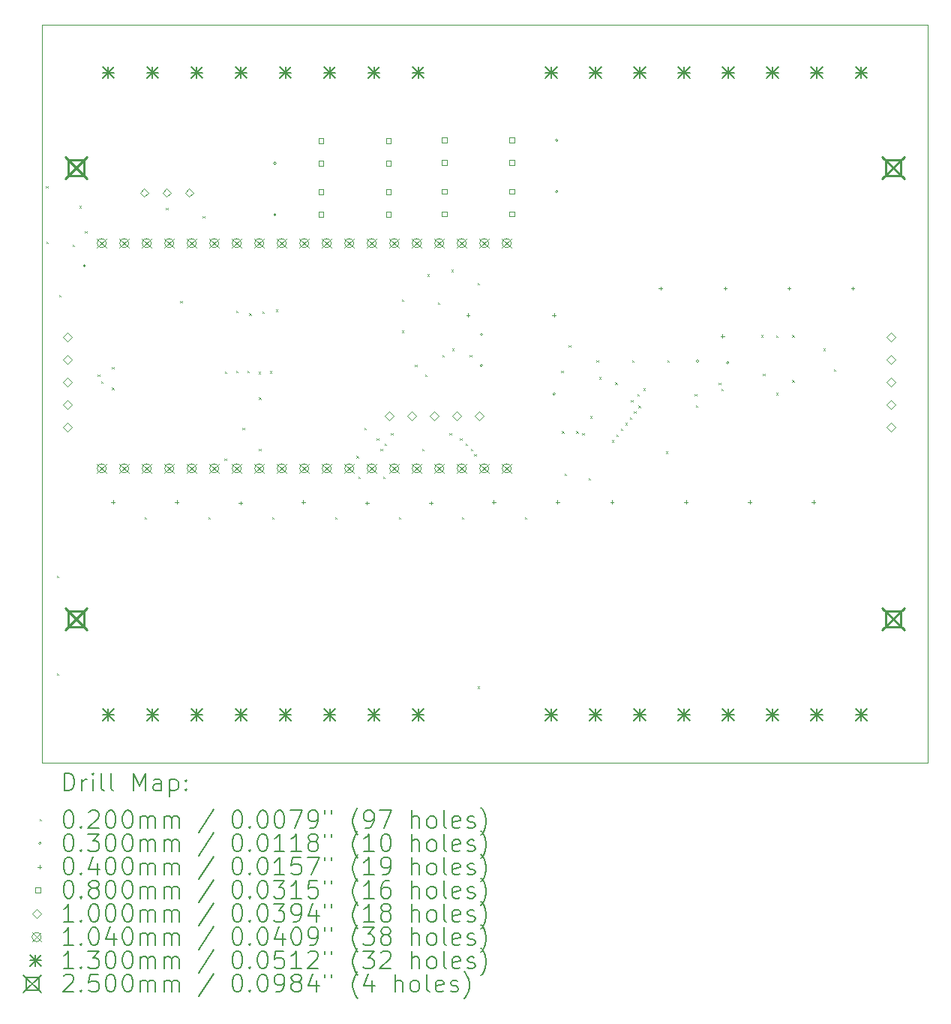
<source format=gbr>
%TF.GenerationSoftware,KiCad,Pcbnew,8.0.0*%
%TF.CreationDate,2024-09-14T19:03:35+02:00*%
%TF.ProjectId,led_stairs_controller,6c65645f-7374-4616-9972-735f636f6e74,V0.4*%
%TF.SameCoordinates,Original*%
%TF.FileFunction,Drillmap*%
%TF.FilePolarity,Positive*%
%FSLAX45Y45*%
G04 Gerber Fmt 4.5, Leading zero omitted, Abs format (unit mm)*
G04 Created by KiCad (PCBNEW 8.0.0) date 2024-09-14 19:03:35*
%MOMM*%
%LPD*%
G01*
G04 APERTURE LIST*
%ADD10C,0.120000*%
%ADD11C,0.200000*%
%ADD12C,0.100000*%
%ADD13C,0.104000*%
%ADD14C,0.130000*%
%ADD15C,0.250000*%
G04 APERTURE END LIST*
D10*
X10117500Y-5574500D02*
X10117500Y-13899500D01*
X10117500Y-13899500D02*
X20117500Y-13899500D01*
X20117500Y-5574500D02*
X10117500Y-5574500D01*
X20117500Y-13899500D02*
X20117500Y-5574500D01*
D11*
D12*
X10165000Y-7395000D02*
X10185000Y-7415000D01*
X10185000Y-7395000D02*
X10165000Y-7415000D01*
X10170000Y-8025000D02*
X10190000Y-8045000D01*
X10190000Y-8025000D02*
X10170000Y-8045000D01*
X10290000Y-11790000D02*
X10310000Y-11810000D01*
X10310000Y-11790000D02*
X10290000Y-11810000D01*
X10290000Y-12890000D02*
X10310000Y-12910000D01*
X10310000Y-12890000D02*
X10290000Y-12910000D01*
X10315000Y-8625000D02*
X10335000Y-8645000D01*
X10335000Y-8625000D02*
X10315000Y-8645000D01*
X10465000Y-8055000D02*
X10485000Y-8075000D01*
X10485000Y-8055000D02*
X10465000Y-8075000D01*
X10540000Y-7620000D02*
X10560000Y-7640000D01*
X10560000Y-7620000D02*
X10540000Y-7640000D01*
X10605000Y-7905000D02*
X10625000Y-7925000D01*
X10625000Y-7905000D02*
X10605000Y-7925000D01*
X10750000Y-9520000D02*
X10770000Y-9540000D01*
X10770000Y-9520000D02*
X10750000Y-9540000D01*
X10788000Y-9598000D02*
X10808000Y-9618000D01*
X10808000Y-9598000D02*
X10788000Y-9618000D01*
X10911000Y-9434000D02*
X10931000Y-9454000D01*
X10931000Y-9434000D02*
X10911000Y-9454000D01*
X10911000Y-9670000D02*
X10931000Y-9690000D01*
X10931000Y-9670000D02*
X10911000Y-9690000D01*
X11280000Y-11130000D02*
X11300000Y-11150000D01*
X11300000Y-11130000D02*
X11280000Y-11150000D01*
X11520000Y-7640000D02*
X11540000Y-7660000D01*
X11540000Y-7640000D02*
X11520000Y-7660000D01*
X11680000Y-8690000D02*
X11700000Y-8710000D01*
X11700000Y-8690000D02*
X11680000Y-8710000D01*
X11935000Y-7735000D02*
X11955000Y-7755000D01*
X11955000Y-7735000D02*
X11935000Y-7755000D01*
X12000000Y-11130000D02*
X12020000Y-11150000D01*
X12020000Y-11130000D02*
X12000000Y-11150000D01*
X12180000Y-10470000D02*
X12200000Y-10490000D01*
X12200000Y-10470000D02*
X12180000Y-10490000D01*
X12186250Y-9486250D02*
X12206250Y-9506250D01*
X12206250Y-9486250D02*
X12186250Y-9506250D01*
X12310000Y-8800000D02*
X12330000Y-8820000D01*
X12330000Y-8800000D02*
X12310000Y-8820000D01*
X12313250Y-9480000D02*
X12333250Y-9500000D01*
X12333250Y-9480000D02*
X12313250Y-9500000D01*
X12382500Y-10120000D02*
X12402500Y-10140000D01*
X12402500Y-10120000D02*
X12382500Y-10140000D01*
X12440250Y-9480000D02*
X12460250Y-9500000D01*
X12460250Y-9480000D02*
X12440250Y-9500000D01*
X12460000Y-8830000D02*
X12480000Y-8850000D01*
X12480000Y-8830000D02*
X12460000Y-8850000D01*
X12567250Y-9490000D02*
X12587250Y-9510000D01*
X12587250Y-9490000D02*
X12567250Y-9510000D01*
X12570000Y-9780000D02*
X12590000Y-9800000D01*
X12590000Y-9780000D02*
X12570000Y-9800000D01*
X12570000Y-10360000D02*
X12590000Y-10380000D01*
X12590000Y-10360000D02*
X12570000Y-10380000D01*
X12610000Y-8810000D02*
X12630000Y-8830000D01*
X12630000Y-8810000D02*
X12610000Y-8830000D01*
X12694250Y-9484250D02*
X12714250Y-9504250D01*
X12714250Y-9484250D02*
X12694250Y-9504250D01*
X12720000Y-11130000D02*
X12740000Y-11150000D01*
X12740000Y-11130000D02*
X12720000Y-11150000D01*
X12760000Y-8790000D02*
X12780000Y-8810000D01*
X12780000Y-8790000D02*
X12760000Y-8810000D01*
X13430000Y-11130000D02*
X13450000Y-11150000D01*
X13450000Y-11130000D02*
X13430000Y-11150000D01*
X13670000Y-10440000D02*
X13690000Y-10460000D01*
X13690000Y-10440000D02*
X13670000Y-10460000D01*
X13690000Y-10670000D02*
X13710000Y-10690000D01*
X13710000Y-10670000D02*
X13690000Y-10690000D01*
X13760000Y-10120000D02*
X13780000Y-10140000D01*
X13780000Y-10120000D02*
X13760000Y-10140000D01*
X13900000Y-10240000D02*
X13920000Y-10260000D01*
X13920000Y-10240000D02*
X13900000Y-10260000D01*
X13940000Y-10360000D02*
X13960000Y-10380000D01*
X13960000Y-10360000D02*
X13940000Y-10380000D01*
X13970000Y-10670000D02*
X13990000Y-10690000D01*
X13990000Y-10670000D02*
X13970000Y-10690000D01*
X13990000Y-10300000D02*
X14010000Y-10320000D01*
X14010000Y-10300000D02*
X13990000Y-10320000D01*
X14060000Y-10180000D02*
X14080000Y-10200000D01*
X14080000Y-10180000D02*
X14060000Y-10200000D01*
X14150000Y-11130000D02*
X14170000Y-11150000D01*
X14170000Y-11130000D02*
X14150000Y-11150000D01*
X14180000Y-9025000D02*
X14200000Y-9045000D01*
X14200000Y-9025000D02*
X14180000Y-9045000D01*
X14185000Y-8675000D02*
X14205000Y-8695000D01*
X14205000Y-8675000D02*
X14185000Y-8695000D01*
X14330000Y-9410000D02*
X14350000Y-9430000D01*
X14350000Y-9410000D02*
X14330000Y-9430000D01*
X14410000Y-10360000D02*
X14430000Y-10380000D01*
X14430000Y-10360000D02*
X14410000Y-10380000D01*
X14442500Y-9522500D02*
X14462500Y-9542500D01*
X14462500Y-9522500D02*
X14442500Y-9542500D01*
X14470000Y-8390000D02*
X14490000Y-8410000D01*
X14490000Y-8390000D02*
X14470000Y-8410000D01*
X14590000Y-8710000D02*
X14610000Y-8730000D01*
X14610000Y-8710000D02*
X14590000Y-8730000D01*
X14640000Y-9300000D02*
X14660000Y-9320000D01*
X14660000Y-9300000D02*
X14640000Y-9320000D01*
X14720000Y-10180000D02*
X14740000Y-10200000D01*
X14740000Y-10180000D02*
X14720000Y-10200000D01*
X14740000Y-8340000D02*
X14760000Y-8360000D01*
X14760000Y-8340000D02*
X14740000Y-8360000D01*
X14750000Y-9230000D02*
X14770000Y-9250000D01*
X14770000Y-9230000D02*
X14750000Y-9250000D01*
X14840000Y-10240000D02*
X14860000Y-10260000D01*
X14860000Y-10240000D02*
X14840000Y-10260000D01*
X14860000Y-11130000D02*
X14880000Y-11150000D01*
X14880000Y-11130000D02*
X14860000Y-11150000D01*
X14900000Y-10300000D02*
X14920000Y-10320000D01*
X14920000Y-10300000D02*
X14900000Y-10320000D01*
X14950000Y-9300000D02*
X14970000Y-9320000D01*
X14970000Y-9300000D02*
X14950000Y-9320000D01*
X14960000Y-10360000D02*
X14980000Y-10380000D01*
X14980000Y-10360000D02*
X14960000Y-10380000D01*
X15000000Y-10420000D02*
X15020000Y-10440000D01*
X15020000Y-10420000D02*
X15000000Y-10440000D01*
X15040000Y-8490000D02*
X15060000Y-8510000D01*
X15060000Y-8490000D02*
X15040000Y-8510000D01*
X15040000Y-13040000D02*
X15060000Y-13060000D01*
X15060000Y-13040000D02*
X15040000Y-13060000D01*
X15570000Y-11130000D02*
X15590000Y-11150000D01*
X15590000Y-11130000D02*
X15570000Y-11150000D01*
X15982500Y-9477500D02*
X16002500Y-9497500D01*
X16002500Y-9477500D02*
X15982500Y-9497500D01*
X15990000Y-10160000D02*
X16010000Y-10180000D01*
X16010000Y-10160000D02*
X15990000Y-10180000D01*
X16020000Y-10640000D02*
X16040000Y-10660000D01*
X16040000Y-10640000D02*
X16020000Y-10660000D01*
X16067500Y-9190000D02*
X16087500Y-9210000D01*
X16087500Y-9190000D02*
X16067500Y-9210000D01*
X16150000Y-10160000D02*
X16170000Y-10180000D01*
X16170000Y-10160000D02*
X16150000Y-10180000D01*
X16220000Y-10180000D02*
X16240000Y-10200000D01*
X16240000Y-10180000D02*
X16220000Y-10200000D01*
X16290000Y-10690000D02*
X16310000Y-10710000D01*
X16310000Y-10690000D02*
X16290000Y-10710000D01*
X16310000Y-9990000D02*
X16330000Y-10010000D01*
X16330000Y-9990000D02*
X16310000Y-10010000D01*
X16380000Y-9360000D02*
X16400000Y-9380000D01*
X16400000Y-9360000D02*
X16380000Y-9380000D01*
X16410000Y-9550000D02*
X16430000Y-9570000D01*
X16430000Y-9550000D02*
X16410000Y-9570000D01*
X16554250Y-10262500D02*
X16574250Y-10282500D01*
X16574250Y-10262500D02*
X16554250Y-10282500D01*
X16590000Y-9610000D02*
X16610000Y-9630000D01*
X16610000Y-9610000D02*
X16590000Y-9630000D01*
X16604250Y-10197500D02*
X16624250Y-10217500D01*
X16624250Y-10197500D02*
X16604250Y-10217500D01*
X16654250Y-10132500D02*
X16674250Y-10152500D01*
X16674250Y-10132500D02*
X16654250Y-10152500D01*
X16704250Y-10067500D02*
X16724250Y-10087500D01*
X16724250Y-10067500D02*
X16704250Y-10087500D01*
X16754250Y-10002500D02*
X16774250Y-10022500D01*
X16774250Y-10002500D02*
X16754250Y-10022500D01*
X16770000Y-9810000D02*
X16790000Y-9830000D01*
X16790000Y-9810000D02*
X16770000Y-9830000D01*
X16780000Y-9360000D02*
X16800000Y-9380000D01*
X16800000Y-9360000D02*
X16780000Y-9380000D01*
X16804250Y-9937500D02*
X16824250Y-9957500D01*
X16824250Y-9937500D02*
X16804250Y-9957500D01*
X16840000Y-9740000D02*
X16860000Y-9760000D01*
X16860000Y-9740000D02*
X16840000Y-9760000D01*
X16854250Y-9872500D02*
X16874250Y-9892500D01*
X16874250Y-9872500D02*
X16854250Y-9892500D01*
X16910000Y-9677500D02*
X16930000Y-9697500D01*
X16930000Y-9677500D02*
X16910000Y-9697500D01*
X17164250Y-10390000D02*
X17184250Y-10410000D01*
X17184250Y-10390000D02*
X17164250Y-10410000D01*
X17180000Y-9360000D02*
X17200000Y-9380000D01*
X17200000Y-9360000D02*
X17180000Y-9380000D01*
X17490000Y-9742500D02*
X17510000Y-9762500D01*
X17510000Y-9742500D02*
X17490000Y-9762500D01*
X17500000Y-9870000D02*
X17520000Y-9890000D01*
X17520000Y-9870000D02*
X17500000Y-9890000D01*
X17760000Y-9612500D02*
X17780000Y-9632500D01*
X17780000Y-9612500D02*
X17760000Y-9632500D01*
X17790000Y-9680000D02*
X17810000Y-9700000D01*
X17810000Y-9680000D02*
X17790000Y-9700000D01*
X18240000Y-9078000D02*
X18260000Y-9098000D01*
X18260000Y-9078000D02*
X18240000Y-9098000D01*
X18260000Y-9511250D02*
X18280000Y-9531250D01*
X18280000Y-9511250D02*
X18260000Y-9531250D01*
X18410000Y-9080000D02*
X18430000Y-9100000D01*
X18430000Y-9080000D02*
X18410000Y-9100000D01*
X18410000Y-9730000D02*
X18430000Y-9750000D01*
X18430000Y-9730000D02*
X18410000Y-9750000D01*
X18590000Y-9078000D02*
X18610000Y-9098000D01*
X18610000Y-9078000D02*
X18590000Y-9098000D01*
X18590000Y-9586000D02*
X18610000Y-9606000D01*
X18610000Y-9586000D02*
X18590000Y-9606000D01*
X18940000Y-9230000D02*
X18960000Y-9250000D01*
X18960000Y-9230000D02*
X18940000Y-9250000D01*
X19060000Y-9460000D02*
X19080000Y-9480000D01*
X19080000Y-9460000D02*
X19060000Y-9480000D01*
X10615000Y-8295000D02*
G75*
G02*
X10585000Y-8295000I-15000J0D01*
G01*
X10585000Y-8295000D02*
G75*
G02*
X10615000Y-8295000I15000J0D01*
G01*
X12765000Y-7140000D02*
G75*
G02*
X12735000Y-7140000I-15000J0D01*
G01*
X12735000Y-7140000D02*
G75*
G02*
X12765000Y-7140000I15000J0D01*
G01*
X12765000Y-7720000D02*
G75*
G02*
X12735000Y-7720000I-15000J0D01*
G01*
X12735000Y-7720000D02*
G75*
G02*
X12765000Y-7720000I15000J0D01*
G01*
X15095000Y-9070000D02*
G75*
G02*
X15065000Y-9070000I-15000J0D01*
G01*
X15065000Y-9070000D02*
G75*
G02*
X15095000Y-9070000I15000J0D01*
G01*
X15095000Y-9420000D02*
G75*
G02*
X15065000Y-9420000I-15000J0D01*
G01*
X15065000Y-9420000D02*
G75*
G02*
X15095000Y-9420000I15000J0D01*
G01*
X15915000Y-9740000D02*
G75*
G02*
X15885000Y-9740000I-15000J0D01*
G01*
X15885000Y-9740000D02*
G75*
G02*
X15915000Y-9740000I15000J0D01*
G01*
X15945000Y-6880000D02*
G75*
G02*
X15915000Y-6880000I-15000J0D01*
G01*
X15915000Y-6880000D02*
G75*
G02*
X15945000Y-6880000I15000J0D01*
G01*
X15945000Y-7460000D02*
G75*
G02*
X15915000Y-7460000I-15000J0D01*
G01*
X15915000Y-7460000D02*
G75*
G02*
X15945000Y-7460000I15000J0D01*
G01*
X17535000Y-9370000D02*
G75*
G02*
X17505000Y-9370000I-15000J0D01*
G01*
X17505000Y-9370000D02*
G75*
G02*
X17535000Y-9370000I15000J0D01*
G01*
X17875000Y-9390000D02*
G75*
G02*
X17845000Y-9390000I-15000J0D01*
G01*
X17845000Y-9390000D02*
G75*
G02*
X17875000Y-9390000I15000J0D01*
G01*
X10922000Y-10940000D02*
X10922000Y-10980000D01*
X10902000Y-10960000D02*
X10942000Y-10960000D01*
X11640000Y-10940000D02*
X11640000Y-10980000D01*
X11620000Y-10960000D02*
X11660000Y-10960000D01*
X12360000Y-10950000D02*
X12360000Y-10990000D01*
X12340000Y-10970000D02*
X12380000Y-10970000D01*
X13070000Y-10940000D02*
X13070000Y-10980000D01*
X13050000Y-10960000D02*
X13090000Y-10960000D01*
X13790000Y-10950000D02*
X13790000Y-10990000D01*
X13770000Y-10970000D02*
X13810000Y-10970000D01*
X14510000Y-10950000D02*
X14510000Y-10990000D01*
X14490000Y-10970000D02*
X14530000Y-10970000D01*
X14930000Y-8830000D02*
X14930000Y-8870000D01*
X14910000Y-8850000D02*
X14950000Y-8850000D01*
X15220000Y-10940000D02*
X15220000Y-10980000D01*
X15200000Y-10960000D02*
X15240000Y-10960000D01*
X15900000Y-8830000D02*
X15900000Y-8870000D01*
X15880000Y-8850000D02*
X15920000Y-8850000D01*
X15940000Y-10940000D02*
X15940000Y-10980000D01*
X15920000Y-10960000D02*
X15960000Y-10960000D01*
X16554000Y-10940000D02*
X16554000Y-10980000D01*
X16534000Y-10960000D02*
X16574000Y-10960000D01*
X17102000Y-8530000D02*
X17102000Y-8570000D01*
X17082000Y-8550000D02*
X17122000Y-8550000D01*
X17390000Y-10940000D02*
X17390000Y-10980000D01*
X17370000Y-10960000D02*
X17410000Y-10960000D01*
X17802000Y-9068000D02*
X17802000Y-9108000D01*
X17782000Y-9088000D02*
X17822000Y-9088000D01*
X17832000Y-8530000D02*
X17832000Y-8570000D01*
X17812000Y-8550000D02*
X17852000Y-8550000D01*
X18110000Y-10940000D02*
X18110000Y-10980000D01*
X18090000Y-10960000D02*
X18130000Y-10960000D01*
X18552000Y-8530000D02*
X18552000Y-8570000D01*
X18532000Y-8550000D02*
X18572000Y-8550000D01*
X18830000Y-10940000D02*
X18830000Y-10980000D01*
X18810000Y-10960000D02*
X18850000Y-10960000D01*
X19272000Y-8530000D02*
X19272000Y-8570000D01*
X19252000Y-8550000D02*
X19292000Y-8550000D01*
X13298284Y-6910784D02*
X13298284Y-6854215D01*
X13241715Y-6854215D01*
X13241715Y-6910784D01*
X13298284Y-6910784D01*
X13298284Y-7164784D02*
X13298284Y-7108215D01*
X13241715Y-7108215D01*
X13241715Y-7164784D01*
X13298284Y-7164784D01*
X13298284Y-7490784D02*
X13298284Y-7434215D01*
X13241715Y-7434215D01*
X13241715Y-7490784D01*
X13298284Y-7490784D01*
X13298284Y-7744784D02*
X13298284Y-7688215D01*
X13241715Y-7688215D01*
X13241715Y-7744784D01*
X13298284Y-7744784D01*
X14060284Y-6910784D02*
X14060284Y-6854215D01*
X14003715Y-6854215D01*
X14003715Y-6910784D01*
X14060284Y-6910784D01*
X14060284Y-7164784D02*
X14060284Y-7108215D01*
X14003715Y-7108215D01*
X14003715Y-7164784D01*
X14060284Y-7164784D01*
X14060284Y-7490784D02*
X14060284Y-7434215D01*
X14003715Y-7434215D01*
X14003715Y-7490784D01*
X14060284Y-7490784D01*
X14060284Y-7744784D02*
X14060284Y-7688215D01*
X14003715Y-7688215D01*
X14003715Y-7744784D01*
X14060284Y-7744784D01*
X14688284Y-6904284D02*
X14688284Y-6847715D01*
X14631715Y-6847715D01*
X14631715Y-6904284D01*
X14688284Y-6904284D01*
X14688284Y-7158284D02*
X14688284Y-7101715D01*
X14631715Y-7101715D01*
X14631715Y-7158284D01*
X14688284Y-7158284D01*
X14688284Y-7484284D02*
X14688284Y-7427715D01*
X14631715Y-7427715D01*
X14631715Y-7484284D01*
X14688284Y-7484284D01*
X14688284Y-7738284D02*
X14688284Y-7681715D01*
X14631715Y-7681715D01*
X14631715Y-7738284D01*
X14688284Y-7738284D01*
X15450284Y-6904284D02*
X15450284Y-6847715D01*
X15393715Y-6847715D01*
X15393715Y-6904284D01*
X15450284Y-6904284D01*
X15450284Y-7158284D02*
X15450284Y-7101715D01*
X15393715Y-7101715D01*
X15393715Y-7158284D01*
X15450284Y-7158284D01*
X15450284Y-7484284D02*
X15450284Y-7427715D01*
X15393715Y-7427715D01*
X15393715Y-7484284D01*
X15450284Y-7484284D01*
X15450284Y-7738284D02*
X15450284Y-7681715D01*
X15393715Y-7681715D01*
X15393715Y-7738284D01*
X15450284Y-7738284D01*
X10410000Y-9150000D02*
X10460000Y-9100000D01*
X10410000Y-9050000D01*
X10360000Y-9100000D01*
X10410000Y-9150000D01*
X10410000Y-9404000D02*
X10460000Y-9354000D01*
X10410000Y-9304000D01*
X10360000Y-9354000D01*
X10410000Y-9404000D01*
X10410000Y-9658000D02*
X10460000Y-9608000D01*
X10410000Y-9558000D01*
X10360000Y-9608000D01*
X10410000Y-9658000D01*
X10410000Y-9912000D02*
X10460000Y-9862000D01*
X10410000Y-9812000D01*
X10360000Y-9862000D01*
X10410000Y-9912000D01*
X10410000Y-10166000D02*
X10460000Y-10116000D01*
X10410000Y-10066000D01*
X10360000Y-10116000D01*
X10410000Y-10166000D01*
X11275300Y-7520000D02*
X11325300Y-7470000D01*
X11275300Y-7420000D01*
X11225300Y-7470000D01*
X11275300Y-7520000D01*
X11529300Y-7520000D02*
X11579300Y-7470000D01*
X11529300Y-7420000D01*
X11479300Y-7470000D01*
X11529300Y-7520000D01*
X11783300Y-7520000D02*
X11833300Y-7470000D01*
X11783300Y-7420000D01*
X11733300Y-7470000D01*
X11783300Y-7520000D01*
X14040000Y-10036000D02*
X14090000Y-9986000D01*
X14040000Y-9936000D01*
X13990000Y-9986000D01*
X14040000Y-10036000D01*
X14294000Y-10036000D02*
X14344000Y-9986000D01*
X14294000Y-9936000D01*
X14244000Y-9986000D01*
X14294000Y-10036000D01*
X14548000Y-10036000D02*
X14598000Y-9986000D01*
X14548000Y-9936000D01*
X14498000Y-9986000D01*
X14548000Y-10036000D01*
X14802000Y-10036000D02*
X14852000Y-9986000D01*
X14802000Y-9936000D01*
X14752000Y-9986000D01*
X14802000Y-10036000D01*
X15056000Y-10036000D02*
X15106000Y-9986000D01*
X15056000Y-9936000D01*
X15006000Y-9986000D01*
X15056000Y-10036000D01*
X19702500Y-9150000D02*
X19752500Y-9100000D01*
X19702500Y-9050000D01*
X19652500Y-9100000D01*
X19702500Y-9150000D01*
X19702500Y-9404000D02*
X19752500Y-9354000D01*
X19702500Y-9304000D01*
X19652500Y-9354000D01*
X19702500Y-9404000D01*
X19702500Y-9658000D02*
X19752500Y-9608000D01*
X19702500Y-9558000D01*
X19652500Y-9608000D01*
X19702500Y-9658000D01*
X19702500Y-9912000D02*
X19752500Y-9862000D01*
X19702500Y-9812000D01*
X19652500Y-9862000D01*
X19702500Y-9912000D01*
X19702500Y-10166000D02*
X19752500Y-10116000D01*
X19702500Y-10066000D01*
X19652500Y-10116000D01*
X19702500Y-10166000D01*
D13*
X10742000Y-7988000D02*
X10846000Y-8092000D01*
X10846000Y-7988000D02*
X10742000Y-8092000D01*
X10846000Y-8040000D02*
G75*
G02*
X10742000Y-8040000I-52000J0D01*
G01*
X10742000Y-8040000D02*
G75*
G02*
X10846000Y-8040000I52000J0D01*
G01*
X10742000Y-10528000D02*
X10846000Y-10632000D01*
X10846000Y-10528000D02*
X10742000Y-10632000D01*
X10846000Y-10580000D02*
G75*
G02*
X10742000Y-10580000I-52000J0D01*
G01*
X10742000Y-10580000D02*
G75*
G02*
X10846000Y-10580000I52000J0D01*
G01*
X10996000Y-7988000D02*
X11100000Y-8092000D01*
X11100000Y-7988000D02*
X10996000Y-8092000D01*
X11100000Y-8040000D02*
G75*
G02*
X10996000Y-8040000I-52000J0D01*
G01*
X10996000Y-8040000D02*
G75*
G02*
X11100000Y-8040000I52000J0D01*
G01*
X10996000Y-10528000D02*
X11100000Y-10632000D01*
X11100000Y-10528000D02*
X10996000Y-10632000D01*
X11100000Y-10580000D02*
G75*
G02*
X10996000Y-10580000I-52000J0D01*
G01*
X10996000Y-10580000D02*
G75*
G02*
X11100000Y-10580000I52000J0D01*
G01*
X11250000Y-7988000D02*
X11354000Y-8092000D01*
X11354000Y-7988000D02*
X11250000Y-8092000D01*
X11354000Y-8040000D02*
G75*
G02*
X11250000Y-8040000I-52000J0D01*
G01*
X11250000Y-8040000D02*
G75*
G02*
X11354000Y-8040000I52000J0D01*
G01*
X11250000Y-10528000D02*
X11354000Y-10632000D01*
X11354000Y-10528000D02*
X11250000Y-10632000D01*
X11354000Y-10580000D02*
G75*
G02*
X11250000Y-10580000I-52000J0D01*
G01*
X11250000Y-10580000D02*
G75*
G02*
X11354000Y-10580000I52000J0D01*
G01*
X11504000Y-7988000D02*
X11608000Y-8092000D01*
X11608000Y-7988000D02*
X11504000Y-8092000D01*
X11608000Y-8040000D02*
G75*
G02*
X11504000Y-8040000I-52000J0D01*
G01*
X11504000Y-8040000D02*
G75*
G02*
X11608000Y-8040000I52000J0D01*
G01*
X11504000Y-10528000D02*
X11608000Y-10632000D01*
X11608000Y-10528000D02*
X11504000Y-10632000D01*
X11608000Y-10580000D02*
G75*
G02*
X11504000Y-10580000I-52000J0D01*
G01*
X11504000Y-10580000D02*
G75*
G02*
X11608000Y-10580000I52000J0D01*
G01*
X11758000Y-7988000D02*
X11862000Y-8092000D01*
X11862000Y-7988000D02*
X11758000Y-8092000D01*
X11862000Y-8040000D02*
G75*
G02*
X11758000Y-8040000I-52000J0D01*
G01*
X11758000Y-8040000D02*
G75*
G02*
X11862000Y-8040000I52000J0D01*
G01*
X11758000Y-10528000D02*
X11862000Y-10632000D01*
X11862000Y-10528000D02*
X11758000Y-10632000D01*
X11862000Y-10580000D02*
G75*
G02*
X11758000Y-10580000I-52000J0D01*
G01*
X11758000Y-10580000D02*
G75*
G02*
X11862000Y-10580000I52000J0D01*
G01*
X12012000Y-7988000D02*
X12116000Y-8092000D01*
X12116000Y-7988000D02*
X12012000Y-8092000D01*
X12116000Y-8040000D02*
G75*
G02*
X12012000Y-8040000I-52000J0D01*
G01*
X12012000Y-8040000D02*
G75*
G02*
X12116000Y-8040000I52000J0D01*
G01*
X12012000Y-10528000D02*
X12116000Y-10632000D01*
X12116000Y-10528000D02*
X12012000Y-10632000D01*
X12116000Y-10580000D02*
G75*
G02*
X12012000Y-10580000I-52000J0D01*
G01*
X12012000Y-10580000D02*
G75*
G02*
X12116000Y-10580000I52000J0D01*
G01*
X12266000Y-7988000D02*
X12370000Y-8092000D01*
X12370000Y-7988000D02*
X12266000Y-8092000D01*
X12370000Y-8040000D02*
G75*
G02*
X12266000Y-8040000I-52000J0D01*
G01*
X12266000Y-8040000D02*
G75*
G02*
X12370000Y-8040000I52000J0D01*
G01*
X12266000Y-10528000D02*
X12370000Y-10632000D01*
X12370000Y-10528000D02*
X12266000Y-10632000D01*
X12370000Y-10580000D02*
G75*
G02*
X12266000Y-10580000I-52000J0D01*
G01*
X12266000Y-10580000D02*
G75*
G02*
X12370000Y-10580000I52000J0D01*
G01*
X12520000Y-7988000D02*
X12624000Y-8092000D01*
X12624000Y-7988000D02*
X12520000Y-8092000D01*
X12624000Y-8040000D02*
G75*
G02*
X12520000Y-8040000I-52000J0D01*
G01*
X12520000Y-8040000D02*
G75*
G02*
X12624000Y-8040000I52000J0D01*
G01*
X12520000Y-10528000D02*
X12624000Y-10632000D01*
X12624000Y-10528000D02*
X12520000Y-10632000D01*
X12624000Y-10580000D02*
G75*
G02*
X12520000Y-10580000I-52000J0D01*
G01*
X12520000Y-10580000D02*
G75*
G02*
X12624000Y-10580000I52000J0D01*
G01*
X12774000Y-7988000D02*
X12878000Y-8092000D01*
X12878000Y-7988000D02*
X12774000Y-8092000D01*
X12878000Y-8040000D02*
G75*
G02*
X12774000Y-8040000I-52000J0D01*
G01*
X12774000Y-8040000D02*
G75*
G02*
X12878000Y-8040000I52000J0D01*
G01*
X12774000Y-10528000D02*
X12878000Y-10632000D01*
X12878000Y-10528000D02*
X12774000Y-10632000D01*
X12878000Y-10580000D02*
G75*
G02*
X12774000Y-10580000I-52000J0D01*
G01*
X12774000Y-10580000D02*
G75*
G02*
X12878000Y-10580000I52000J0D01*
G01*
X13028000Y-7988000D02*
X13132000Y-8092000D01*
X13132000Y-7988000D02*
X13028000Y-8092000D01*
X13132000Y-8040000D02*
G75*
G02*
X13028000Y-8040000I-52000J0D01*
G01*
X13028000Y-8040000D02*
G75*
G02*
X13132000Y-8040000I52000J0D01*
G01*
X13028000Y-10528000D02*
X13132000Y-10632000D01*
X13132000Y-10528000D02*
X13028000Y-10632000D01*
X13132000Y-10580000D02*
G75*
G02*
X13028000Y-10580000I-52000J0D01*
G01*
X13028000Y-10580000D02*
G75*
G02*
X13132000Y-10580000I52000J0D01*
G01*
X13282000Y-7988000D02*
X13386000Y-8092000D01*
X13386000Y-7988000D02*
X13282000Y-8092000D01*
X13386000Y-8040000D02*
G75*
G02*
X13282000Y-8040000I-52000J0D01*
G01*
X13282000Y-8040000D02*
G75*
G02*
X13386000Y-8040000I52000J0D01*
G01*
X13282000Y-10528000D02*
X13386000Y-10632000D01*
X13386000Y-10528000D02*
X13282000Y-10632000D01*
X13386000Y-10580000D02*
G75*
G02*
X13282000Y-10580000I-52000J0D01*
G01*
X13282000Y-10580000D02*
G75*
G02*
X13386000Y-10580000I52000J0D01*
G01*
X13536000Y-7988000D02*
X13640000Y-8092000D01*
X13640000Y-7988000D02*
X13536000Y-8092000D01*
X13640000Y-8040000D02*
G75*
G02*
X13536000Y-8040000I-52000J0D01*
G01*
X13536000Y-8040000D02*
G75*
G02*
X13640000Y-8040000I52000J0D01*
G01*
X13536000Y-10528000D02*
X13640000Y-10632000D01*
X13640000Y-10528000D02*
X13536000Y-10632000D01*
X13640000Y-10580000D02*
G75*
G02*
X13536000Y-10580000I-52000J0D01*
G01*
X13536000Y-10580000D02*
G75*
G02*
X13640000Y-10580000I52000J0D01*
G01*
X13790000Y-7988000D02*
X13894000Y-8092000D01*
X13894000Y-7988000D02*
X13790000Y-8092000D01*
X13894000Y-8040000D02*
G75*
G02*
X13790000Y-8040000I-52000J0D01*
G01*
X13790000Y-8040000D02*
G75*
G02*
X13894000Y-8040000I52000J0D01*
G01*
X13790000Y-10528000D02*
X13894000Y-10632000D01*
X13894000Y-10528000D02*
X13790000Y-10632000D01*
X13894000Y-10580000D02*
G75*
G02*
X13790000Y-10580000I-52000J0D01*
G01*
X13790000Y-10580000D02*
G75*
G02*
X13894000Y-10580000I52000J0D01*
G01*
X14044000Y-7988000D02*
X14148000Y-8092000D01*
X14148000Y-7988000D02*
X14044000Y-8092000D01*
X14148000Y-8040000D02*
G75*
G02*
X14044000Y-8040000I-52000J0D01*
G01*
X14044000Y-8040000D02*
G75*
G02*
X14148000Y-8040000I52000J0D01*
G01*
X14044000Y-10528000D02*
X14148000Y-10632000D01*
X14148000Y-10528000D02*
X14044000Y-10632000D01*
X14148000Y-10580000D02*
G75*
G02*
X14044000Y-10580000I-52000J0D01*
G01*
X14044000Y-10580000D02*
G75*
G02*
X14148000Y-10580000I52000J0D01*
G01*
X14298000Y-7988000D02*
X14402000Y-8092000D01*
X14402000Y-7988000D02*
X14298000Y-8092000D01*
X14402000Y-8040000D02*
G75*
G02*
X14298000Y-8040000I-52000J0D01*
G01*
X14298000Y-8040000D02*
G75*
G02*
X14402000Y-8040000I52000J0D01*
G01*
X14298000Y-10528000D02*
X14402000Y-10632000D01*
X14402000Y-10528000D02*
X14298000Y-10632000D01*
X14402000Y-10580000D02*
G75*
G02*
X14298000Y-10580000I-52000J0D01*
G01*
X14298000Y-10580000D02*
G75*
G02*
X14402000Y-10580000I52000J0D01*
G01*
X14552000Y-7988000D02*
X14656000Y-8092000D01*
X14656000Y-7988000D02*
X14552000Y-8092000D01*
X14656000Y-8040000D02*
G75*
G02*
X14552000Y-8040000I-52000J0D01*
G01*
X14552000Y-8040000D02*
G75*
G02*
X14656000Y-8040000I52000J0D01*
G01*
X14552000Y-10528000D02*
X14656000Y-10632000D01*
X14656000Y-10528000D02*
X14552000Y-10632000D01*
X14656000Y-10580000D02*
G75*
G02*
X14552000Y-10580000I-52000J0D01*
G01*
X14552000Y-10580000D02*
G75*
G02*
X14656000Y-10580000I52000J0D01*
G01*
X14806000Y-7988000D02*
X14910000Y-8092000D01*
X14910000Y-7988000D02*
X14806000Y-8092000D01*
X14910000Y-8040000D02*
G75*
G02*
X14806000Y-8040000I-52000J0D01*
G01*
X14806000Y-8040000D02*
G75*
G02*
X14910000Y-8040000I52000J0D01*
G01*
X14806000Y-10528000D02*
X14910000Y-10632000D01*
X14910000Y-10528000D02*
X14806000Y-10632000D01*
X14910000Y-10580000D02*
G75*
G02*
X14806000Y-10580000I-52000J0D01*
G01*
X14806000Y-10580000D02*
G75*
G02*
X14910000Y-10580000I52000J0D01*
G01*
X15060000Y-7988000D02*
X15164000Y-8092000D01*
X15164000Y-7988000D02*
X15060000Y-8092000D01*
X15164000Y-8040000D02*
G75*
G02*
X15060000Y-8040000I-52000J0D01*
G01*
X15060000Y-8040000D02*
G75*
G02*
X15164000Y-8040000I52000J0D01*
G01*
X15060000Y-10528000D02*
X15164000Y-10632000D01*
X15164000Y-10528000D02*
X15060000Y-10632000D01*
X15164000Y-10580000D02*
G75*
G02*
X15060000Y-10580000I-52000J0D01*
G01*
X15060000Y-10580000D02*
G75*
G02*
X15164000Y-10580000I52000J0D01*
G01*
X15314000Y-7988000D02*
X15418000Y-8092000D01*
X15418000Y-7988000D02*
X15314000Y-8092000D01*
X15418000Y-8040000D02*
G75*
G02*
X15314000Y-8040000I-52000J0D01*
G01*
X15314000Y-8040000D02*
G75*
G02*
X15418000Y-8040000I52000J0D01*
G01*
X15314000Y-10528000D02*
X15418000Y-10632000D01*
X15418000Y-10528000D02*
X15314000Y-10632000D01*
X15418000Y-10580000D02*
G75*
G02*
X15314000Y-10580000I-52000J0D01*
G01*
X15314000Y-10580000D02*
G75*
G02*
X15418000Y-10580000I52000J0D01*
G01*
D14*
X10802500Y-6051000D02*
X10932500Y-6181000D01*
X10932500Y-6051000D02*
X10802500Y-6181000D01*
X10867500Y-6051000D02*
X10867500Y-6181000D01*
X10802500Y-6116000D02*
X10932500Y-6116000D01*
X10802500Y-13293000D02*
X10932500Y-13423000D01*
X10932500Y-13293000D02*
X10802500Y-13423000D01*
X10867500Y-13293000D02*
X10867500Y-13423000D01*
X10802500Y-13358000D02*
X10932500Y-13358000D01*
X11302500Y-6051000D02*
X11432500Y-6181000D01*
X11432500Y-6051000D02*
X11302500Y-6181000D01*
X11367500Y-6051000D02*
X11367500Y-6181000D01*
X11302500Y-6116000D02*
X11432500Y-6116000D01*
X11302500Y-13293000D02*
X11432500Y-13423000D01*
X11432500Y-13293000D02*
X11302500Y-13423000D01*
X11367500Y-13293000D02*
X11367500Y-13423000D01*
X11302500Y-13358000D02*
X11432500Y-13358000D01*
X11802500Y-6051000D02*
X11932500Y-6181000D01*
X11932500Y-6051000D02*
X11802500Y-6181000D01*
X11867500Y-6051000D02*
X11867500Y-6181000D01*
X11802500Y-6116000D02*
X11932500Y-6116000D01*
X11802500Y-13293000D02*
X11932500Y-13423000D01*
X11932500Y-13293000D02*
X11802500Y-13423000D01*
X11867500Y-13293000D02*
X11867500Y-13423000D01*
X11802500Y-13358000D02*
X11932500Y-13358000D01*
X12302500Y-6051000D02*
X12432500Y-6181000D01*
X12432500Y-6051000D02*
X12302500Y-6181000D01*
X12367500Y-6051000D02*
X12367500Y-6181000D01*
X12302500Y-6116000D02*
X12432500Y-6116000D01*
X12302500Y-13293000D02*
X12432500Y-13423000D01*
X12432500Y-13293000D02*
X12302500Y-13423000D01*
X12367500Y-13293000D02*
X12367500Y-13423000D01*
X12302500Y-13358000D02*
X12432500Y-13358000D01*
X12802500Y-6051000D02*
X12932500Y-6181000D01*
X12932500Y-6051000D02*
X12802500Y-6181000D01*
X12867500Y-6051000D02*
X12867500Y-6181000D01*
X12802500Y-6116000D02*
X12932500Y-6116000D01*
X12802500Y-13293000D02*
X12932500Y-13423000D01*
X12932500Y-13293000D02*
X12802500Y-13423000D01*
X12867500Y-13293000D02*
X12867500Y-13423000D01*
X12802500Y-13358000D02*
X12932500Y-13358000D01*
X13302500Y-6051000D02*
X13432500Y-6181000D01*
X13432500Y-6051000D02*
X13302500Y-6181000D01*
X13367500Y-6051000D02*
X13367500Y-6181000D01*
X13302500Y-6116000D02*
X13432500Y-6116000D01*
X13302500Y-13293000D02*
X13432500Y-13423000D01*
X13432500Y-13293000D02*
X13302500Y-13423000D01*
X13367500Y-13293000D02*
X13367500Y-13423000D01*
X13302500Y-13358000D02*
X13432500Y-13358000D01*
X13802500Y-6051000D02*
X13932500Y-6181000D01*
X13932500Y-6051000D02*
X13802500Y-6181000D01*
X13867500Y-6051000D02*
X13867500Y-6181000D01*
X13802500Y-6116000D02*
X13932500Y-6116000D01*
X13802500Y-13293000D02*
X13932500Y-13423000D01*
X13932500Y-13293000D02*
X13802500Y-13423000D01*
X13867500Y-13293000D02*
X13867500Y-13423000D01*
X13802500Y-13358000D02*
X13932500Y-13358000D01*
X14302500Y-6051000D02*
X14432500Y-6181000D01*
X14432500Y-6051000D02*
X14302500Y-6181000D01*
X14367500Y-6051000D02*
X14367500Y-6181000D01*
X14302500Y-6116000D02*
X14432500Y-6116000D01*
X14302500Y-13293000D02*
X14432500Y-13423000D01*
X14432500Y-13293000D02*
X14302500Y-13423000D01*
X14367500Y-13293000D02*
X14367500Y-13423000D01*
X14302500Y-13358000D02*
X14432500Y-13358000D01*
X15802500Y-6051000D02*
X15932500Y-6181000D01*
X15932500Y-6051000D02*
X15802500Y-6181000D01*
X15867500Y-6051000D02*
X15867500Y-6181000D01*
X15802500Y-6116000D02*
X15932500Y-6116000D01*
X15802500Y-13293000D02*
X15932500Y-13423000D01*
X15932500Y-13293000D02*
X15802500Y-13423000D01*
X15867500Y-13293000D02*
X15867500Y-13423000D01*
X15802500Y-13358000D02*
X15932500Y-13358000D01*
X16302500Y-6051000D02*
X16432500Y-6181000D01*
X16432500Y-6051000D02*
X16302500Y-6181000D01*
X16367500Y-6051000D02*
X16367500Y-6181000D01*
X16302500Y-6116000D02*
X16432500Y-6116000D01*
X16302500Y-13293000D02*
X16432500Y-13423000D01*
X16432500Y-13293000D02*
X16302500Y-13423000D01*
X16367500Y-13293000D02*
X16367500Y-13423000D01*
X16302500Y-13358000D02*
X16432500Y-13358000D01*
X16802500Y-6051000D02*
X16932500Y-6181000D01*
X16932500Y-6051000D02*
X16802500Y-6181000D01*
X16867500Y-6051000D02*
X16867500Y-6181000D01*
X16802500Y-6116000D02*
X16932500Y-6116000D01*
X16802500Y-13293000D02*
X16932500Y-13423000D01*
X16932500Y-13293000D02*
X16802500Y-13423000D01*
X16867500Y-13293000D02*
X16867500Y-13423000D01*
X16802500Y-13358000D02*
X16932500Y-13358000D01*
X17302500Y-6051000D02*
X17432500Y-6181000D01*
X17432500Y-6051000D02*
X17302500Y-6181000D01*
X17367500Y-6051000D02*
X17367500Y-6181000D01*
X17302500Y-6116000D02*
X17432500Y-6116000D01*
X17302500Y-13293000D02*
X17432500Y-13423000D01*
X17432500Y-13293000D02*
X17302500Y-13423000D01*
X17367500Y-13293000D02*
X17367500Y-13423000D01*
X17302500Y-13358000D02*
X17432500Y-13358000D01*
X17802500Y-6051000D02*
X17932500Y-6181000D01*
X17932500Y-6051000D02*
X17802500Y-6181000D01*
X17867500Y-6051000D02*
X17867500Y-6181000D01*
X17802500Y-6116000D02*
X17932500Y-6116000D01*
X17802500Y-13293000D02*
X17932500Y-13423000D01*
X17932500Y-13293000D02*
X17802500Y-13423000D01*
X17867500Y-13293000D02*
X17867500Y-13423000D01*
X17802500Y-13358000D02*
X17932500Y-13358000D01*
X18302500Y-6051000D02*
X18432500Y-6181000D01*
X18432500Y-6051000D02*
X18302500Y-6181000D01*
X18367500Y-6051000D02*
X18367500Y-6181000D01*
X18302500Y-6116000D02*
X18432500Y-6116000D01*
X18302500Y-13293000D02*
X18432500Y-13423000D01*
X18432500Y-13293000D02*
X18302500Y-13423000D01*
X18367500Y-13293000D02*
X18367500Y-13423000D01*
X18302500Y-13358000D02*
X18432500Y-13358000D01*
X18802500Y-6051000D02*
X18932500Y-6181000D01*
X18932500Y-6051000D02*
X18802500Y-6181000D01*
X18867500Y-6051000D02*
X18867500Y-6181000D01*
X18802500Y-6116000D02*
X18932500Y-6116000D01*
X18802500Y-13293000D02*
X18932500Y-13423000D01*
X18932500Y-13293000D02*
X18802500Y-13423000D01*
X18867500Y-13293000D02*
X18867500Y-13423000D01*
X18802500Y-13358000D02*
X18932500Y-13358000D01*
X19302500Y-6051000D02*
X19432500Y-6181000D01*
X19432500Y-6051000D02*
X19302500Y-6181000D01*
X19367500Y-6051000D02*
X19367500Y-6181000D01*
X19302500Y-6116000D02*
X19432500Y-6116000D01*
X19302500Y-13293000D02*
X19432500Y-13423000D01*
X19432500Y-13293000D02*
X19302500Y-13423000D01*
X19367500Y-13293000D02*
X19367500Y-13423000D01*
X19302500Y-13358000D02*
X19432500Y-13358000D01*
D15*
X10380000Y-7065000D02*
X10630000Y-7315000D01*
X10630000Y-7065000D02*
X10380000Y-7315000D01*
X10593389Y-7278389D02*
X10593389Y-7101611D01*
X10416611Y-7101611D01*
X10416611Y-7278389D01*
X10593389Y-7278389D01*
X10380000Y-12155000D02*
X10630000Y-12405000D01*
X10630000Y-12155000D02*
X10380000Y-12405000D01*
X10593389Y-12368389D02*
X10593389Y-12191611D01*
X10416611Y-12191611D01*
X10416611Y-12368389D01*
X10593389Y-12368389D01*
X19605000Y-7065000D02*
X19855000Y-7315000D01*
X19855000Y-7065000D02*
X19605000Y-7315000D01*
X19818389Y-7278389D02*
X19818389Y-7101611D01*
X19641611Y-7101611D01*
X19641611Y-7278389D01*
X19818389Y-7278389D01*
X19605000Y-12155000D02*
X19855000Y-12405000D01*
X19855000Y-12155000D02*
X19605000Y-12405000D01*
X19818389Y-12368389D02*
X19818389Y-12191611D01*
X19641611Y-12191611D01*
X19641611Y-12368389D01*
X19818389Y-12368389D01*
D11*
X10372277Y-14216984D02*
X10372277Y-14016984D01*
X10372277Y-14016984D02*
X10419896Y-14016984D01*
X10419896Y-14016984D02*
X10448467Y-14026508D01*
X10448467Y-14026508D02*
X10467515Y-14045555D01*
X10467515Y-14045555D02*
X10477039Y-14064603D01*
X10477039Y-14064603D02*
X10486563Y-14102698D01*
X10486563Y-14102698D02*
X10486563Y-14131269D01*
X10486563Y-14131269D02*
X10477039Y-14169365D01*
X10477039Y-14169365D02*
X10467515Y-14188412D01*
X10467515Y-14188412D02*
X10448467Y-14207460D01*
X10448467Y-14207460D02*
X10419896Y-14216984D01*
X10419896Y-14216984D02*
X10372277Y-14216984D01*
X10572277Y-14216984D02*
X10572277Y-14083650D01*
X10572277Y-14121746D02*
X10581801Y-14102698D01*
X10581801Y-14102698D02*
X10591324Y-14093174D01*
X10591324Y-14093174D02*
X10610372Y-14083650D01*
X10610372Y-14083650D02*
X10629420Y-14083650D01*
X10696086Y-14216984D02*
X10696086Y-14083650D01*
X10696086Y-14016984D02*
X10686563Y-14026508D01*
X10686563Y-14026508D02*
X10696086Y-14036031D01*
X10696086Y-14036031D02*
X10705610Y-14026508D01*
X10705610Y-14026508D02*
X10696086Y-14016984D01*
X10696086Y-14016984D02*
X10696086Y-14036031D01*
X10819896Y-14216984D02*
X10800848Y-14207460D01*
X10800848Y-14207460D02*
X10791324Y-14188412D01*
X10791324Y-14188412D02*
X10791324Y-14016984D01*
X10924658Y-14216984D02*
X10905610Y-14207460D01*
X10905610Y-14207460D02*
X10896086Y-14188412D01*
X10896086Y-14188412D02*
X10896086Y-14016984D01*
X11153229Y-14216984D02*
X11153229Y-14016984D01*
X11153229Y-14016984D02*
X11219896Y-14159841D01*
X11219896Y-14159841D02*
X11286562Y-14016984D01*
X11286562Y-14016984D02*
X11286562Y-14216984D01*
X11467515Y-14216984D02*
X11467515Y-14112222D01*
X11467515Y-14112222D02*
X11457991Y-14093174D01*
X11457991Y-14093174D02*
X11438943Y-14083650D01*
X11438943Y-14083650D02*
X11400848Y-14083650D01*
X11400848Y-14083650D02*
X11381801Y-14093174D01*
X11467515Y-14207460D02*
X11448467Y-14216984D01*
X11448467Y-14216984D02*
X11400848Y-14216984D01*
X11400848Y-14216984D02*
X11381801Y-14207460D01*
X11381801Y-14207460D02*
X11372277Y-14188412D01*
X11372277Y-14188412D02*
X11372277Y-14169365D01*
X11372277Y-14169365D02*
X11381801Y-14150317D01*
X11381801Y-14150317D02*
X11400848Y-14140793D01*
X11400848Y-14140793D02*
X11448467Y-14140793D01*
X11448467Y-14140793D02*
X11467515Y-14131269D01*
X11562753Y-14083650D02*
X11562753Y-14283650D01*
X11562753Y-14093174D02*
X11581801Y-14083650D01*
X11581801Y-14083650D02*
X11619896Y-14083650D01*
X11619896Y-14083650D02*
X11638943Y-14093174D01*
X11638943Y-14093174D02*
X11648467Y-14102698D01*
X11648467Y-14102698D02*
X11657991Y-14121746D01*
X11657991Y-14121746D02*
X11657991Y-14178888D01*
X11657991Y-14178888D02*
X11648467Y-14197936D01*
X11648467Y-14197936D02*
X11638943Y-14207460D01*
X11638943Y-14207460D02*
X11619896Y-14216984D01*
X11619896Y-14216984D02*
X11581801Y-14216984D01*
X11581801Y-14216984D02*
X11562753Y-14207460D01*
X11743705Y-14197936D02*
X11753229Y-14207460D01*
X11753229Y-14207460D02*
X11743705Y-14216984D01*
X11743705Y-14216984D02*
X11734182Y-14207460D01*
X11734182Y-14207460D02*
X11743705Y-14197936D01*
X11743705Y-14197936D02*
X11743705Y-14216984D01*
X11743705Y-14093174D02*
X11753229Y-14102698D01*
X11753229Y-14102698D02*
X11743705Y-14112222D01*
X11743705Y-14112222D02*
X11734182Y-14102698D01*
X11734182Y-14102698D02*
X11743705Y-14093174D01*
X11743705Y-14093174D02*
X11743705Y-14112222D01*
D12*
X10091500Y-14535500D02*
X10111500Y-14555500D01*
X10111500Y-14535500D02*
X10091500Y-14555500D01*
D11*
X10410372Y-14436984D02*
X10429420Y-14436984D01*
X10429420Y-14436984D02*
X10448467Y-14446508D01*
X10448467Y-14446508D02*
X10457991Y-14456031D01*
X10457991Y-14456031D02*
X10467515Y-14475079D01*
X10467515Y-14475079D02*
X10477039Y-14513174D01*
X10477039Y-14513174D02*
X10477039Y-14560793D01*
X10477039Y-14560793D02*
X10467515Y-14598888D01*
X10467515Y-14598888D02*
X10457991Y-14617936D01*
X10457991Y-14617936D02*
X10448467Y-14627460D01*
X10448467Y-14627460D02*
X10429420Y-14636984D01*
X10429420Y-14636984D02*
X10410372Y-14636984D01*
X10410372Y-14636984D02*
X10391324Y-14627460D01*
X10391324Y-14627460D02*
X10381801Y-14617936D01*
X10381801Y-14617936D02*
X10372277Y-14598888D01*
X10372277Y-14598888D02*
X10362753Y-14560793D01*
X10362753Y-14560793D02*
X10362753Y-14513174D01*
X10362753Y-14513174D02*
X10372277Y-14475079D01*
X10372277Y-14475079D02*
X10381801Y-14456031D01*
X10381801Y-14456031D02*
X10391324Y-14446508D01*
X10391324Y-14446508D02*
X10410372Y-14436984D01*
X10562753Y-14617936D02*
X10572277Y-14627460D01*
X10572277Y-14627460D02*
X10562753Y-14636984D01*
X10562753Y-14636984D02*
X10553229Y-14627460D01*
X10553229Y-14627460D02*
X10562753Y-14617936D01*
X10562753Y-14617936D02*
X10562753Y-14636984D01*
X10648467Y-14456031D02*
X10657991Y-14446508D01*
X10657991Y-14446508D02*
X10677039Y-14436984D01*
X10677039Y-14436984D02*
X10724658Y-14436984D01*
X10724658Y-14436984D02*
X10743705Y-14446508D01*
X10743705Y-14446508D02*
X10753229Y-14456031D01*
X10753229Y-14456031D02*
X10762753Y-14475079D01*
X10762753Y-14475079D02*
X10762753Y-14494127D01*
X10762753Y-14494127D02*
X10753229Y-14522698D01*
X10753229Y-14522698D02*
X10638944Y-14636984D01*
X10638944Y-14636984D02*
X10762753Y-14636984D01*
X10886563Y-14436984D02*
X10905610Y-14436984D01*
X10905610Y-14436984D02*
X10924658Y-14446508D01*
X10924658Y-14446508D02*
X10934182Y-14456031D01*
X10934182Y-14456031D02*
X10943705Y-14475079D01*
X10943705Y-14475079D02*
X10953229Y-14513174D01*
X10953229Y-14513174D02*
X10953229Y-14560793D01*
X10953229Y-14560793D02*
X10943705Y-14598888D01*
X10943705Y-14598888D02*
X10934182Y-14617936D01*
X10934182Y-14617936D02*
X10924658Y-14627460D01*
X10924658Y-14627460D02*
X10905610Y-14636984D01*
X10905610Y-14636984D02*
X10886563Y-14636984D01*
X10886563Y-14636984D02*
X10867515Y-14627460D01*
X10867515Y-14627460D02*
X10857991Y-14617936D01*
X10857991Y-14617936D02*
X10848467Y-14598888D01*
X10848467Y-14598888D02*
X10838944Y-14560793D01*
X10838944Y-14560793D02*
X10838944Y-14513174D01*
X10838944Y-14513174D02*
X10848467Y-14475079D01*
X10848467Y-14475079D02*
X10857991Y-14456031D01*
X10857991Y-14456031D02*
X10867515Y-14446508D01*
X10867515Y-14446508D02*
X10886563Y-14436984D01*
X11077039Y-14436984D02*
X11096086Y-14436984D01*
X11096086Y-14436984D02*
X11115134Y-14446508D01*
X11115134Y-14446508D02*
X11124658Y-14456031D01*
X11124658Y-14456031D02*
X11134182Y-14475079D01*
X11134182Y-14475079D02*
X11143705Y-14513174D01*
X11143705Y-14513174D02*
X11143705Y-14560793D01*
X11143705Y-14560793D02*
X11134182Y-14598888D01*
X11134182Y-14598888D02*
X11124658Y-14617936D01*
X11124658Y-14617936D02*
X11115134Y-14627460D01*
X11115134Y-14627460D02*
X11096086Y-14636984D01*
X11096086Y-14636984D02*
X11077039Y-14636984D01*
X11077039Y-14636984D02*
X11057991Y-14627460D01*
X11057991Y-14627460D02*
X11048467Y-14617936D01*
X11048467Y-14617936D02*
X11038944Y-14598888D01*
X11038944Y-14598888D02*
X11029420Y-14560793D01*
X11029420Y-14560793D02*
X11029420Y-14513174D01*
X11029420Y-14513174D02*
X11038944Y-14475079D01*
X11038944Y-14475079D02*
X11048467Y-14456031D01*
X11048467Y-14456031D02*
X11057991Y-14446508D01*
X11057991Y-14446508D02*
X11077039Y-14436984D01*
X11229420Y-14636984D02*
X11229420Y-14503650D01*
X11229420Y-14522698D02*
X11238943Y-14513174D01*
X11238943Y-14513174D02*
X11257991Y-14503650D01*
X11257991Y-14503650D02*
X11286563Y-14503650D01*
X11286563Y-14503650D02*
X11305610Y-14513174D01*
X11305610Y-14513174D02*
X11315134Y-14532222D01*
X11315134Y-14532222D02*
X11315134Y-14636984D01*
X11315134Y-14532222D02*
X11324658Y-14513174D01*
X11324658Y-14513174D02*
X11343705Y-14503650D01*
X11343705Y-14503650D02*
X11372277Y-14503650D01*
X11372277Y-14503650D02*
X11391324Y-14513174D01*
X11391324Y-14513174D02*
X11400848Y-14532222D01*
X11400848Y-14532222D02*
X11400848Y-14636984D01*
X11496086Y-14636984D02*
X11496086Y-14503650D01*
X11496086Y-14522698D02*
X11505610Y-14513174D01*
X11505610Y-14513174D02*
X11524658Y-14503650D01*
X11524658Y-14503650D02*
X11553229Y-14503650D01*
X11553229Y-14503650D02*
X11572277Y-14513174D01*
X11572277Y-14513174D02*
X11581801Y-14532222D01*
X11581801Y-14532222D02*
X11581801Y-14636984D01*
X11581801Y-14532222D02*
X11591324Y-14513174D01*
X11591324Y-14513174D02*
X11610372Y-14503650D01*
X11610372Y-14503650D02*
X11638943Y-14503650D01*
X11638943Y-14503650D02*
X11657991Y-14513174D01*
X11657991Y-14513174D02*
X11667515Y-14532222D01*
X11667515Y-14532222D02*
X11667515Y-14636984D01*
X12057991Y-14427460D02*
X11886563Y-14684603D01*
X12315134Y-14436984D02*
X12334182Y-14436984D01*
X12334182Y-14436984D02*
X12353229Y-14446508D01*
X12353229Y-14446508D02*
X12362753Y-14456031D01*
X12362753Y-14456031D02*
X12372277Y-14475079D01*
X12372277Y-14475079D02*
X12381801Y-14513174D01*
X12381801Y-14513174D02*
X12381801Y-14560793D01*
X12381801Y-14560793D02*
X12372277Y-14598888D01*
X12372277Y-14598888D02*
X12362753Y-14617936D01*
X12362753Y-14617936D02*
X12353229Y-14627460D01*
X12353229Y-14627460D02*
X12334182Y-14636984D01*
X12334182Y-14636984D02*
X12315134Y-14636984D01*
X12315134Y-14636984D02*
X12296086Y-14627460D01*
X12296086Y-14627460D02*
X12286563Y-14617936D01*
X12286563Y-14617936D02*
X12277039Y-14598888D01*
X12277039Y-14598888D02*
X12267515Y-14560793D01*
X12267515Y-14560793D02*
X12267515Y-14513174D01*
X12267515Y-14513174D02*
X12277039Y-14475079D01*
X12277039Y-14475079D02*
X12286563Y-14456031D01*
X12286563Y-14456031D02*
X12296086Y-14446508D01*
X12296086Y-14446508D02*
X12315134Y-14436984D01*
X12467515Y-14617936D02*
X12477039Y-14627460D01*
X12477039Y-14627460D02*
X12467515Y-14636984D01*
X12467515Y-14636984D02*
X12457991Y-14627460D01*
X12457991Y-14627460D02*
X12467515Y-14617936D01*
X12467515Y-14617936D02*
X12467515Y-14636984D01*
X12600848Y-14436984D02*
X12619896Y-14436984D01*
X12619896Y-14436984D02*
X12638944Y-14446508D01*
X12638944Y-14446508D02*
X12648467Y-14456031D01*
X12648467Y-14456031D02*
X12657991Y-14475079D01*
X12657991Y-14475079D02*
X12667515Y-14513174D01*
X12667515Y-14513174D02*
X12667515Y-14560793D01*
X12667515Y-14560793D02*
X12657991Y-14598888D01*
X12657991Y-14598888D02*
X12648467Y-14617936D01*
X12648467Y-14617936D02*
X12638944Y-14627460D01*
X12638944Y-14627460D02*
X12619896Y-14636984D01*
X12619896Y-14636984D02*
X12600848Y-14636984D01*
X12600848Y-14636984D02*
X12581801Y-14627460D01*
X12581801Y-14627460D02*
X12572277Y-14617936D01*
X12572277Y-14617936D02*
X12562753Y-14598888D01*
X12562753Y-14598888D02*
X12553229Y-14560793D01*
X12553229Y-14560793D02*
X12553229Y-14513174D01*
X12553229Y-14513174D02*
X12562753Y-14475079D01*
X12562753Y-14475079D02*
X12572277Y-14456031D01*
X12572277Y-14456031D02*
X12581801Y-14446508D01*
X12581801Y-14446508D02*
X12600848Y-14436984D01*
X12791325Y-14436984D02*
X12810372Y-14436984D01*
X12810372Y-14436984D02*
X12829420Y-14446508D01*
X12829420Y-14446508D02*
X12838944Y-14456031D01*
X12838944Y-14456031D02*
X12848467Y-14475079D01*
X12848467Y-14475079D02*
X12857991Y-14513174D01*
X12857991Y-14513174D02*
X12857991Y-14560793D01*
X12857991Y-14560793D02*
X12848467Y-14598888D01*
X12848467Y-14598888D02*
X12838944Y-14617936D01*
X12838944Y-14617936D02*
X12829420Y-14627460D01*
X12829420Y-14627460D02*
X12810372Y-14636984D01*
X12810372Y-14636984D02*
X12791325Y-14636984D01*
X12791325Y-14636984D02*
X12772277Y-14627460D01*
X12772277Y-14627460D02*
X12762753Y-14617936D01*
X12762753Y-14617936D02*
X12753229Y-14598888D01*
X12753229Y-14598888D02*
X12743706Y-14560793D01*
X12743706Y-14560793D02*
X12743706Y-14513174D01*
X12743706Y-14513174D02*
X12753229Y-14475079D01*
X12753229Y-14475079D02*
X12762753Y-14456031D01*
X12762753Y-14456031D02*
X12772277Y-14446508D01*
X12772277Y-14446508D02*
X12791325Y-14436984D01*
X12924658Y-14436984D02*
X13057991Y-14436984D01*
X13057991Y-14436984D02*
X12972277Y-14636984D01*
X13143706Y-14636984D02*
X13181801Y-14636984D01*
X13181801Y-14636984D02*
X13200848Y-14627460D01*
X13200848Y-14627460D02*
X13210372Y-14617936D01*
X13210372Y-14617936D02*
X13229420Y-14589365D01*
X13229420Y-14589365D02*
X13238944Y-14551269D01*
X13238944Y-14551269D02*
X13238944Y-14475079D01*
X13238944Y-14475079D02*
X13229420Y-14456031D01*
X13229420Y-14456031D02*
X13219896Y-14446508D01*
X13219896Y-14446508D02*
X13200848Y-14436984D01*
X13200848Y-14436984D02*
X13162753Y-14436984D01*
X13162753Y-14436984D02*
X13143706Y-14446508D01*
X13143706Y-14446508D02*
X13134182Y-14456031D01*
X13134182Y-14456031D02*
X13124658Y-14475079D01*
X13124658Y-14475079D02*
X13124658Y-14522698D01*
X13124658Y-14522698D02*
X13134182Y-14541746D01*
X13134182Y-14541746D02*
X13143706Y-14551269D01*
X13143706Y-14551269D02*
X13162753Y-14560793D01*
X13162753Y-14560793D02*
X13200848Y-14560793D01*
X13200848Y-14560793D02*
X13219896Y-14551269D01*
X13219896Y-14551269D02*
X13229420Y-14541746D01*
X13229420Y-14541746D02*
X13238944Y-14522698D01*
X13315134Y-14436984D02*
X13315134Y-14475079D01*
X13391325Y-14436984D02*
X13391325Y-14475079D01*
X13686563Y-14713174D02*
X13677039Y-14703650D01*
X13677039Y-14703650D02*
X13657991Y-14675079D01*
X13657991Y-14675079D02*
X13648468Y-14656031D01*
X13648468Y-14656031D02*
X13638944Y-14627460D01*
X13638944Y-14627460D02*
X13629420Y-14579841D01*
X13629420Y-14579841D02*
X13629420Y-14541746D01*
X13629420Y-14541746D02*
X13638944Y-14494127D01*
X13638944Y-14494127D02*
X13648468Y-14465555D01*
X13648468Y-14465555D02*
X13657991Y-14446508D01*
X13657991Y-14446508D02*
X13677039Y-14417936D01*
X13677039Y-14417936D02*
X13686563Y-14408412D01*
X13772277Y-14636984D02*
X13810372Y-14636984D01*
X13810372Y-14636984D02*
X13829420Y-14627460D01*
X13829420Y-14627460D02*
X13838944Y-14617936D01*
X13838944Y-14617936D02*
X13857991Y-14589365D01*
X13857991Y-14589365D02*
X13867515Y-14551269D01*
X13867515Y-14551269D02*
X13867515Y-14475079D01*
X13867515Y-14475079D02*
X13857991Y-14456031D01*
X13857991Y-14456031D02*
X13848468Y-14446508D01*
X13848468Y-14446508D02*
X13829420Y-14436984D01*
X13829420Y-14436984D02*
X13791325Y-14436984D01*
X13791325Y-14436984D02*
X13772277Y-14446508D01*
X13772277Y-14446508D02*
X13762753Y-14456031D01*
X13762753Y-14456031D02*
X13753229Y-14475079D01*
X13753229Y-14475079D02*
X13753229Y-14522698D01*
X13753229Y-14522698D02*
X13762753Y-14541746D01*
X13762753Y-14541746D02*
X13772277Y-14551269D01*
X13772277Y-14551269D02*
X13791325Y-14560793D01*
X13791325Y-14560793D02*
X13829420Y-14560793D01*
X13829420Y-14560793D02*
X13848468Y-14551269D01*
X13848468Y-14551269D02*
X13857991Y-14541746D01*
X13857991Y-14541746D02*
X13867515Y-14522698D01*
X13934182Y-14436984D02*
X14067515Y-14436984D01*
X14067515Y-14436984D02*
X13981801Y-14636984D01*
X14296087Y-14636984D02*
X14296087Y-14436984D01*
X14381801Y-14636984D02*
X14381801Y-14532222D01*
X14381801Y-14532222D02*
X14372277Y-14513174D01*
X14372277Y-14513174D02*
X14353230Y-14503650D01*
X14353230Y-14503650D02*
X14324658Y-14503650D01*
X14324658Y-14503650D02*
X14305610Y-14513174D01*
X14305610Y-14513174D02*
X14296087Y-14522698D01*
X14505610Y-14636984D02*
X14486563Y-14627460D01*
X14486563Y-14627460D02*
X14477039Y-14617936D01*
X14477039Y-14617936D02*
X14467515Y-14598888D01*
X14467515Y-14598888D02*
X14467515Y-14541746D01*
X14467515Y-14541746D02*
X14477039Y-14522698D01*
X14477039Y-14522698D02*
X14486563Y-14513174D01*
X14486563Y-14513174D02*
X14505610Y-14503650D01*
X14505610Y-14503650D02*
X14534182Y-14503650D01*
X14534182Y-14503650D02*
X14553230Y-14513174D01*
X14553230Y-14513174D02*
X14562753Y-14522698D01*
X14562753Y-14522698D02*
X14572277Y-14541746D01*
X14572277Y-14541746D02*
X14572277Y-14598888D01*
X14572277Y-14598888D02*
X14562753Y-14617936D01*
X14562753Y-14617936D02*
X14553230Y-14627460D01*
X14553230Y-14627460D02*
X14534182Y-14636984D01*
X14534182Y-14636984D02*
X14505610Y-14636984D01*
X14686563Y-14636984D02*
X14667515Y-14627460D01*
X14667515Y-14627460D02*
X14657991Y-14608412D01*
X14657991Y-14608412D02*
X14657991Y-14436984D01*
X14838944Y-14627460D02*
X14819896Y-14636984D01*
X14819896Y-14636984D02*
X14781801Y-14636984D01*
X14781801Y-14636984D02*
X14762753Y-14627460D01*
X14762753Y-14627460D02*
X14753230Y-14608412D01*
X14753230Y-14608412D02*
X14753230Y-14532222D01*
X14753230Y-14532222D02*
X14762753Y-14513174D01*
X14762753Y-14513174D02*
X14781801Y-14503650D01*
X14781801Y-14503650D02*
X14819896Y-14503650D01*
X14819896Y-14503650D02*
X14838944Y-14513174D01*
X14838944Y-14513174D02*
X14848468Y-14532222D01*
X14848468Y-14532222D02*
X14848468Y-14551269D01*
X14848468Y-14551269D02*
X14753230Y-14570317D01*
X14924658Y-14627460D02*
X14943706Y-14636984D01*
X14943706Y-14636984D02*
X14981801Y-14636984D01*
X14981801Y-14636984D02*
X15000849Y-14627460D01*
X15000849Y-14627460D02*
X15010372Y-14608412D01*
X15010372Y-14608412D02*
X15010372Y-14598888D01*
X15010372Y-14598888D02*
X15000849Y-14579841D01*
X15000849Y-14579841D02*
X14981801Y-14570317D01*
X14981801Y-14570317D02*
X14953230Y-14570317D01*
X14953230Y-14570317D02*
X14934182Y-14560793D01*
X14934182Y-14560793D02*
X14924658Y-14541746D01*
X14924658Y-14541746D02*
X14924658Y-14532222D01*
X14924658Y-14532222D02*
X14934182Y-14513174D01*
X14934182Y-14513174D02*
X14953230Y-14503650D01*
X14953230Y-14503650D02*
X14981801Y-14503650D01*
X14981801Y-14503650D02*
X15000849Y-14513174D01*
X15077039Y-14713174D02*
X15086563Y-14703650D01*
X15086563Y-14703650D02*
X15105611Y-14675079D01*
X15105611Y-14675079D02*
X15115134Y-14656031D01*
X15115134Y-14656031D02*
X15124658Y-14627460D01*
X15124658Y-14627460D02*
X15134182Y-14579841D01*
X15134182Y-14579841D02*
X15134182Y-14541746D01*
X15134182Y-14541746D02*
X15124658Y-14494127D01*
X15124658Y-14494127D02*
X15115134Y-14465555D01*
X15115134Y-14465555D02*
X15105611Y-14446508D01*
X15105611Y-14446508D02*
X15086563Y-14417936D01*
X15086563Y-14417936D02*
X15077039Y-14408412D01*
D12*
X10111500Y-14809500D02*
G75*
G02*
X10081500Y-14809500I-15000J0D01*
G01*
X10081500Y-14809500D02*
G75*
G02*
X10111500Y-14809500I15000J0D01*
G01*
D11*
X10410372Y-14700984D02*
X10429420Y-14700984D01*
X10429420Y-14700984D02*
X10448467Y-14710508D01*
X10448467Y-14710508D02*
X10457991Y-14720031D01*
X10457991Y-14720031D02*
X10467515Y-14739079D01*
X10467515Y-14739079D02*
X10477039Y-14777174D01*
X10477039Y-14777174D02*
X10477039Y-14824793D01*
X10477039Y-14824793D02*
X10467515Y-14862888D01*
X10467515Y-14862888D02*
X10457991Y-14881936D01*
X10457991Y-14881936D02*
X10448467Y-14891460D01*
X10448467Y-14891460D02*
X10429420Y-14900984D01*
X10429420Y-14900984D02*
X10410372Y-14900984D01*
X10410372Y-14900984D02*
X10391324Y-14891460D01*
X10391324Y-14891460D02*
X10381801Y-14881936D01*
X10381801Y-14881936D02*
X10372277Y-14862888D01*
X10372277Y-14862888D02*
X10362753Y-14824793D01*
X10362753Y-14824793D02*
X10362753Y-14777174D01*
X10362753Y-14777174D02*
X10372277Y-14739079D01*
X10372277Y-14739079D02*
X10381801Y-14720031D01*
X10381801Y-14720031D02*
X10391324Y-14710508D01*
X10391324Y-14710508D02*
X10410372Y-14700984D01*
X10562753Y-14881936D02*
X10572277Y-14891460D01*
X10572277Y-14891460D02*
X10562753Y-14900984D01*
X10562753Y-14900984D02*
X10553229Y-14891460D01*
X10553229Y-14891460D02*
X10562753Y-14881936D01*
X10562753Y-14881936D02*
X10562753Y-14900984D01*
X10638944Y-14700984D02*
X10762753Y-14700984D01*
X10762753Y-14700984D02*
X10696086Y-14777174D01*
X10696086Y-14777174D02*
X10724658Y-14777174D01*
X10724658Y-14777174D02*
X10743705Y-14786698D01*
X10743705Y-14786698D02*
X10753229Y-14796222D01*
X10753229Y-14796222D02*
X10762753Y-14815269D01*
X10762753Y-14815269D02*
X10762753Y-14862888D01*
X10762753Y-14862888D02*
X10753229Y-14881936D01*
X10753229Y-14881936D02*
X10743705Y-14891460D01*
X10743705Y-14891460D02*
X10724658Y-14900984D01*
X10724658Y-14900984D02*
X10667515Y-14900984D01*
X10667515Y-14900984D02*
X10648467Y-14891460D01*
X10648467Y-14891460D02*
X10638944Y-14881936D01*
X10886563Y-14700984D02*
X10905610Y-14700984D01*
X10905610Y-14700984D02*
X10924658Y-14710508D01*
X10924658Y-14710508D02*
X10934182Y-14720031D01*
X10934182Y-14720031D02*
X10943705Y-14739079D01*
X10943705Y-14739079D02*
X10953229Y-14777174D01*
X10953229Y-14777174D02*
X10953229Y-14824793D01*
X10953229Y-14824793D02*
X10943705Y-14862888D01*
X10943705Y-14862888D02*
X10934182Y-14881936D01*
X10934182Y-14881936D02*
X10924658Y-14891460D01*
X10924658Y-14891460D02*
X10905610Y-14900984D01*
X10905610Y-14900984D02*
X10886563Y-14900984D01*
X10886563Y-14900984D02*
X10867515Y-14891460D01*
X10867515Y-14891460D02*
X10857991Y-14881936D01*
X10857991Y-14881936D02*
X10848467Y-14862888D01*
X10848467Y-14862888D02*
X10838944Y-14824793D01*
X10838944Y-14824793D02*
X10838944Y-14777174D01*
X10838944Y-14777174D02*
X10848467Y-14739079D01*
X10848467Y-14739079D02*
X10857991Y-14720031D01*
X10857991Y-14720031D02*
X10867515Y-14710508D01*
X10867515Y-14710508D02*
X10886563Y-14700984D01*
X11077039Y-14700984D02*
X11096086Y-14700984D01*
X11096086Y-14700984D02*
X11115134Y-14710508D01*
X11115134Y-14710508D02*
X11124658Y-14720031D01*
X11124658Y-14720031D02*
X11134182Y-14739079D01*
X11134182Y-14739079D02*
X11143705Y-14777174D01*
X11143705Y-14777174D02*
X11143705Y-14824793D01*
X11143705Y-14824793D02*
X11134182Y-14862888D01*
X11134182Y-14862888D02*
X11124658Y-14881936D01*
X11124658Y-14881936D02*
X11115134Y-14891460D01*
X11115134Y-14891460D02*
X11096086Y-14900984D01*
X11096086Y-14900984D02*
X11077039Y-14900984D01*
X11077039Y-14900984D02*
X11057991Y-14891460D01*
X11057991Y-14891460D02*
X11048467Y-14881936D01*
X11048467Y-14881936D02*
X11038944Y-14862888D01*
X11038944Y-14862888D02*
X11029420Y-14824793D01*
X11029420Y-14824793D02*
X11029420Y-14777174D01*
X11029420Y-14777174D02*
X11038944Y-14739079D01*
X11038944Y-14739079D02*
X11048467Y-14720031D01*
X11048467Y-14720031D02*
X11057991Y-14710508D01*
X11057991Y-14710508D02*
X11077039Y-14700984D01*
X11229420Y-14900984D02*
X11229420Y-14767650D01*
X11229420Y-14786698D02*
X11238943Y-14777174D01*
X11238943Y-14777174D02*
X11257991Y-14767650D01*
X11257991Y-14767650D02*
X11286563Y-14767650D01*
X11286563Y-14767650D02*
X11305610Y-14777174D01*
X11305610Y-14777174D02*
X11315134Y-14796222D01*
X11315134Y-14796222D02*
X11315134Y-14900984D01*
X11315134Y-14796222D02*
X11324658Y-14777174D01*
X11324658Y-14777174D02*
X11343705Y-14767650D01*
X11343705Y-14767650D02*
X11372277Y-14767650D01*
X11372277Y-14767650D02*
X11391324Y-14777174D01*
X11391324Y-14777174D02*
X11400848Y-14796222D01*
X11400848Y-14796222D02*
X11400848Y-14900984D01*
X11496086Y-14900984D02*
X11496086Y-14767650D01*
X11496086Y-14786698D02*
X11505610Y-14777174D01*
X11505610Y-14777174D02*
X11524658Y-14767650D01*
X11524658Y-14767650D02*
X11553229Y-14767650D01*
X11553229Y-14767650D02*
X11572277Y-14777174D01*
X11572277Y-14777174D02*
X11581801Y-14796222D01*
X11581801Y-14796222D02*
X11581801Y-14900984D01*
X11581801Y-14796222D02*
X11591324Y-14777174D01*
X11591324Y-14777174D02*
X11610372Y-14767650D01*
X11610372Y-14767650D02*
X11638943Y-14767650D01*
X11638943Y-14767650D02*
X11657991Y-14777174D01*
X11657991Y-14777174D02*
X11667515Y-14796222D01*
X11667515Y-14796222D02*
X11667515Y-14900984D01*
X12057991Y-14691460D02*
X11886563Y-14948603D01*
X12315134Y-14700984D02*
X12334182Y-14700984D01*
X12334182Y-14700984D02*
X12353229Y-14710508D01*
X12353229Y-14710508D02*
X12362753Y-14720031D01*
X12362753Y-14720031D02*
X12372277Y-14739079D01*
X12372277Y-14739079D02*
X12381801Y-14777174D01*
X12381801Y-14777174D02*
X12381801Y-14824793D01*
X12381801Y-14824793D02*
X12372277Y-14862888D01*
X12372277Y-14862888D02*
X12362753Y-14881936D01*
X12362753Y-14881936D02*
X12353229Y-14891460D01*
X12353229Y-14891460D02*
X12334182Y-14900984D01*
X12334182Y-14900984D02*
X12315134Y-14900984D01*
X12315134Y-14900984D02*
X12296086Y-14891460D01*
X12296086Y-14891460D02*
X12286563Y-14881936D01*
X12286563Y-14881936D02*
X12277039Y-14862888D01*
X12277039Y-14862888D02*
X12267515Y-14824793D01*
X12267515Y-14824793D02*
X12267515Y-14777174D01*
X12267515Y-14777174D02*
X12277039Y-14739079D01*
X12277039Y-14739079D02*
X12286563Y-14720031D01*
X12286563Y-14720031D02*
X12296086Y-14710508D01*
X12296086Y-14710508D02*
X12315134Y-14700984D01*
X12467515Y-14881936D02*
X12477039Y-14891460D01*
X12477039Y-14891460D02*
X12467515Y-14900984D01*
X12467515Y-14900984D02*
X12457991Y-14891460D01*
X12457991Y-14891460D02*
X12467515Y-14881936D01*
X12467515Y-14881936D02*
X12467515Y-14900984D01*
X12600848Y-14700984D02*
X12619896Y-14700984D01*
X12619896Y-14700984D02*
X12638944Y-14710508D01*
X12638944Y-14710508D02*
X12648467Y-14720031D01*
X12648467Y-14720031D02*
X12657991Y-14739079D01*
X12657991Y-14739079D02*
X12667515Y-14777174D01*
X12667515Y-14777174D02*
X12667515Y-14824793D01*
X12667515Y-14824793D02*
X12657991Y-14862888D01*
X12657991Y-14862888D02*
X12648467Y-14881936D01*
X12648467Y-14881936D02*
X12638944Y-14891460D01*
X12638944Y-14891460D02*
X12619896Y-14900984D01*
X12619896Y-14900984D02*
X12600848Y-14900984D01*
X12600848Y-14900984D02*
X12581801Y-14891460D01*
X12581801Y-14891460D02*
X12572277Y-14881936D01*
X12572277Y-14881936D02*
X12562753Y-14862888D01*
X12562753Y-14862888D02*
X12553229Y-14824793D01*
X12553229Y-14824793D02*
X12553229Y-14777174D01*
X12553229Y-14777174D02*
X12562753Y-14739079D01*
X12562753Y-14739079D02*
X12572277Y-14720031D01*
X12572277Y-14720031D02*
X12581801Y-14710508D01*
X12581801Y-14710508D02*
X12600848Y-14700984D01*
X12857991Y-14900984D02*
X12743706Y-14900984D01*
X12800848Y-14900984D02*
X12800848Y-14700984D01*
X12800848Y-14700984D02*
X12781801Y-14729555D01*
X12781801Y-14729555D02*
X12762753Y-14748603D01*
X12762753Y-14748603D02*
X12743706Y-14758127D01*
X13048467Y-14900984D02*
X12934182Y-14900984D01*
X12991325Y-14900984D02*
X12991325Y-14700984D01*
X12991325Y-14700984D02*
X12972277Y-14729555D01*
X12972277Y-14729555D02*
X12953229Y-14748603D01*
X12953229Y-14748603D02*
X12934182Y-14758127D01*
X13162753Y-14786698D02*
X13143706Y-14777174D01*
X13143706Y-14777174D02*
X13134182Y-14767650D01*
X13134182Y-14767650D02*
X13124658Y-14748603D01*
X13124658Y-14748603D02*
X13124658Y-14739079D01*
X13124658Y-14739079D02*
X13134182Y-14720031D01*
X13134182Y-14720031D02*
X13143706Y-14710508D01*
X13143706Y-14710508D02*
X13162753Y-14700984D01*
X13162753Y-14700984D02*
X13200848Y-14700984D01*
X13200848Y-14700984D02*
X13219896Y-14710508D01*
X13219896Y-14710508D02*
X13229420Y-14720031D01*
X13229420Y-14720031D02*
X13238944Y-14739079D01*
X13238944Y-14739079D02*
X13238944Y-14748603D01*
X13238944Y-14748603D02*
X13229420Y-14767650D01*
X13229420Y-14767650D02*
X13219896Y-14777174D01*
X13219896Y-14777174D02*
X13200848Y-14786698D01*
X13200848Y-14786698D02*
X13162753Y-14786698D01*
X13162753Y-14786698D02*
X13143706Y-14796222D01*
X13143706Y-14796222D02*
X13134182Y-14805746D01*
X13134182Y-14805746D02*
X13124658Y-14824793D01*
X13124658Y-14824793D02*
X13124658Y-14862888D01*
X13124658Y-14862888D02*
X13134182Y-14881936D01*
X13134182Y-14881936D02*
X13143706Y-14891460D01*
X13143706Y-14891460D02*
X13162753Y-14900984D01*
X13162753Y-14900984D02*
X13200848Y-14900984D01*
X13200848Y-14900984D02*
X13219896Y-14891460D01*
X13219896Y-14891460D02*
X13229420Y-14881936D01*
X13229420Y-14881936D02*
X13238944Y-14862888D01*
X13238944Y-14862888D02*
X13238944Y-14824793D01*
X13238944Y-14824793D02*
X13229420Y-14805746D01*
X13229420Y-14805746D02*
X13219896Y-14796222D01*
X13219896Y-14796222D02*
X13200848Y-14786698D01*
X13315134Y-14700984D02*
X13315134Y-14739079D01*
X13391325Y-14700984D02*
X13391325Y-14739079D01*
X13686563Y-14977174D02*
X13677039Y-14967650D01*
X13677039Y-14967650D02*
X13657991Y-14939079D01*
X13657991Y-14939079D02*
X13648468Y-14920031D01*
X13648468Y-14920031D02*
X13638944Y-14891460D01*
X13638944Y-14891460D02*
X13629420Y-14843841D01*
X13629420Y-14843841D02*
X13629420Y-14805746D01*
X13629420Y-14805746D02*
X13638944Y-14758127D01*
X13638944Y-14758127D02*
X13648468Y-14729555D01*
X13648468Y-14729555D02*
X13657991Y-14710508D01*
X13657991Y-14710508D02*
X13677039Y-14681936D01*
X13677039Y-14681936D02*
X13686563Y-14672412D01*
X13867515Y-14900984D02*
X13753229Y-14900984D01*
X13810372Y-14900984D02*
X13810372Y-14700984D01*
X13810372Y-14700984D02*
X13791325Y-14729555D01*
X13791325Y-14729555D02*
X13772277Y-14748603D01*
X13772277Y-14748603D02*
X13753229Y-14758127D01*
X13991325Y-14700984D02*
X14010372Y-14700984D01*
X14010372Y-14700984D02*
X14029420Y-14710508D01*
X14029420Y-14710508D02*
X14038944Y-14720031D01*
X14038944Y-14720031D02*
X14048468Y-14739079D01*
X14048468Y-14739079D02*
X14057991Y-14777174D01*
X14057991Y-14777174D02*
X14057991Y-14824793D01*
X14057991Y-14824793D02*
X14048468Y-14862888D01*
X14048468Y-14862888D02*
X14038944Y-14881936D01*
X14038944Y-14881936D02*
X14029420Y-14891460D01*
X14029420Y-14891460D02*
X14010372Y-14900984D01*
X14010372Y-14900984D02*
X13991325Y-14900984D01*
X13991325Y-14900984D02*
X13972277Y-14891460D01*
X13972277Y-14891460D02*
X13962753Y-14881936D01*
X13962753Y-14881936D02*
X13953229Y-14862888D01*
X13953229Y-14862888D02*
X13943706Y-14824793D01*
X13943706Y-14824793D02*
X13943706Y-14777174D01*
X13943706Y-14777174D02*
X13953229Y-14739079D01*
X13953229Y-14739079D02*
X13962753Y-14720031D01*
X13962753Y-14720031D02*
X13972277Y-14710508D01*
X13972277Y-14710508D02*
X13991325Y-14700984D01*
X14296087Y-14900984D02*
X14296087Y-14700984D01*
X14381801Y-14900984D02*
X14381801Y-14796222D01*
X14381801Y-14796222D02*
X14372277Y-14777174D01*
X14372277Y-14777174D02*
X14353230Y-14767650D01*
X14353230Y-14767650D02*
X14324658Y-14767650D01*
X14324658Y-14767650D02*
X14305610Y-14777174D01*
X14305610Y-14777174D02*
X14296087Y-14786698D01*
X14505610Y-14900984D02*
X14486563Y-14891460D01*
X14486563Y-14891460D02*
X14477039Y-14881936D01*
X14477039Y-14881936D02*
X14467515Y-14862888D01*
X14467515Y-14862888D02*
X14467515Y-14805746D01*
X14467515Y-14805746D02*
X14477039Y-14786698D01*
X14477039Y-14786698D02*
X14486563Y-14777174D01*
X14486563Y-14777174D02*
X14505610Y-14767650D01*
X14505610Y-14767650D02*
X14534182Y-14767650D01*
X14534182Y-14767650D02*
X14553230Y-14777174D01*
X14553230Y-14777174D02*
X14562753Y-14786698D01*
X14562753Y-14786698D02*
X14572277Y-14805746D01*
X14572277Y-14805746D02*
X14572277Y-14862888D01*
X14572277Y-14862888D02*
X14562753Y-14881936D01*
X14562753Y-14881936D02*
X14553230Y-14891460D01*
X14553230Y-14891460D02*
X14534182Y-14900984D01*
X14534182Y-14900984D02*
X14505610Y-14900984D01*
X14686563Y-14900984D02*
X14667515Y-14891460D01*
X14667515Y-14891460D02*
X14657991Y-14872412D01*
X14657991Y-14872412D02*
X14657991Y-14700984D01*
X14838944Y-14891460D02*
X14819896Y-14900984D01*
X14819896Y-14900984D02*
X14781801Y-14900984D01*
X14781801Y-14900984D02*
X14762753Y-14891460D01*
X14762753Y-14891460D02*
X14753230Y-14872412D01*
X14753230Y-14872412D02*
X14753230Y-14796222D01*
X14753230Y-14796222D02*
X14762753Y-14777174D01*
X14762753Y-14777174D02*
X14781801Y-14767650D01*
X14781801Y-14767650D02*
X14819896Y-14767650D01*
X14819896Y-14767650D02*
X14838944Y-14777174D01*
X14838944Y-14777174D02*
X14848468Y-14796222D01*
X14848468Y-14796222D02*
X14848468Y-14815269D01*
X14848468Y-14815269D02*
X14753230Y-14834317D01*
X14924658Y-14891460D02*
X14943706Y-14900984D01*
X14943706Y-14900984D02*
X14981801Y-14900984D01*
X14981801Y-14900984D02*
X15000849Y-14891460D01*
X15000849Y-14891460D02*
X15010372Y-14872412D01*
X15010372Y-14872412D02*
X15010372Y-14862888D01*
X15010372Y-14862888D02*
X15000849Y-14843841D01*
X15000849Y-14843841D02*
X14981801Y-14834317D01*
X14981801Y-14834317D02*
X14953230Y-14834317D01*
X14953230Y-14834317D02*
X14934182Y-14824793D01*
X14934182Y-14824793D02*
X14924658Y-14805746D01*
X14924658Y-14805746D02*
X14924658Y-14796222D01*
X14924658Y-14796222D02*
X14934182Y-14777174D01*
X14934182Y-14777174D02*
X14953230Y-14767650D01*
X14953230Y-14767650D02*
X14981801Y-14767650D01*
X14981801Y-14767650D02*
X15000849Y-14777174D01*
X15077039Y-14977174D02*
X15086563Y-14967650D01*
X15086563Y-14967650D02*
X15105611Y-14939079D01*
X15105611Y-14939079D02*
X15115134Y-14920031D01*
X15115134Y-14920031D02*
X15124658Y-14891460D01*
X15124658Y-14891460D02*
X15134182Y-14843841D01*
X15134182Y-14843841D02*
X15134182Y-14805746D01*
X15134182Y-14805746D02*
X15124658Y-14758127D01*
X15124658Y-14758127D02*
X15115134Y-14729555D01*
X15115134Y-14729555D02*
X15105611Y-14710508D01*
X15105611Y-14710508D02*
X15086563Y-14681936D01*
X15086563Y-14681936D02*
X15077039Y-14672412D01*
D12*
X10091500Y-15053500D02*
X10091500Y-15093500D01*
X10071500Y-15073500D02*
X10111500Y-15073500D01*
D11*
X10410372Y-14964984D02*
X10429420Y-14964984D01*
X10429420Y-14964984D02*
X10448467Y-14974508D01*
X10448467Y-14974508D02*
X10457991Y-14984031D01*
X10457991Y-14984031D02*
X10467515Y-15003079D01*
X10467515Y-15003079D02*
X10477039Y-15041174D01*
X10477039Y-15041174D02*
X10477039Y-15088793D01*
X10477039Y-15088793D02*
X10467515Y-15126888D01*
X10467515Y-15126888D02*
X10457991Y-15145936D01*
X10457991Y-15145936D02*
X10448467Y-15155460D01*
X10448467Y-15155460D02*
X10429420Y-15164984D01*
X10429420Y-15164984D02*
X10410372Y-15164984D01*
X10410372Y-15164984D02*
X10391324Y-15155460D01*
X10391324Y-15155460D02*
X10381801Y-15145936D01*
X10381801Y-15145936D02*
X10372277Y-15126888D01*
X10372277Y-15126888D02*
X10362753Y-15088793D01*
X10362753Y-15088793D02*
X10362753Y-15041174D01*
X10362753Y-15041174D02*
X10372277Y-15003079D01*
X10372277Y-15003079D02*
X10381801Y-14984031D01*
X10381801Y-14984031D02*
X10391324Y-14974508D01*
X10391324Y-14974508D02*
X10410372Y-14964984D01*
X10562753Y-15145936D02*
X10572277Y-15155460D01*
X10572277Y-15155460D02*
X10562753Y-15164984D01*
X10562753Y-15164984D02*
X10553229Y-15155460D01*
X10553229Y-15155460D02*
X10562753Y-15145936D01*
X10562753Y-15145936D02*
X10562753Y-15164984D01*
X10743705Y-15031650D02*
X10743705Y-15164984D01*
X10696086Y-14955460D02*
X10648467Y-15098317D01*
X10648467Y-15098317D02*
X10772277Y-15098317D01*
X10886563Y-14964984D02*
X10905610Y-14964984D01*
X10905610Y-14964984D02*
X10924658Y-14974508D01*
X10924658Y-14974508D02*
X10934182Y-14984031D01*
X10934182Y-14984031D02*
X10943705Y-15003079D01*
X10943705Y-15003079D02*
X10953229Y-15041174D01*
X10953229Y-15041174D02*
X10953229Y-15088793D01*
X10953229Y-15088793D02*
X10943705Y-15126888D01*
X10943705Y-15126888D02*
X10934182Y-15145936D01*
X10934182Y-15145936D02*
X10924658Y-15155460D01*
X10924658Y-15155460D02*
X10905610Y-15164984D01*
X10905610Y-15164984D02*
X10886563Y-15164984D01*
X10886563Y-15164984D02*
X10867515Y-15155460D01*
X10867515Y-15155460D02*
X10857991Y-15145936D01*
X10857991Y-15145936D02*
X10848467Y-15126888D01*
X10848467Y-15126888D02*
X10838944Y-15088793D01*
X10838944Y-15088793D02*
X10838944Y-15041174D01*
X10838944Y-15041174D02*
X10848467Y-15003079D01*
X10848467Y-15003079D02*
X10857991Y-14984031D01*
X10857991Y-14984031D02*
X10867515Y-14974508D01*
X10867515Y-14974508D02*
X10886563Y-14964984D01*
X11077039Y-14964984D02*
X11096086Y-14964984D01*
X11096086Y-14964984D02*
X11115134Y-14974508D01*
X11115134Y-14974508D02*
X11124658Y-14984031D01*
X11124658Y-14984031D02*
X11134182Y-15003079D01*
X11134182Y-15003079D02*
X11143705Y-15041174D01*
X11143705Y-15041174D02*
X11143705Y-15088793D01*
X11143705Y-15088793D02*
X11134182Y-15126888D01*
X11134182Y-15126888D02*
X11124658Y-15145936D01*
X11124658Y-15145936D02*
X11115134Y-15155460D01*
X11115134Y-15155460D02*
X11096086Y-15164984D01*
X11096086Y-15164984D02*
X11077039Y-15164984D01*
X11077039Y-15164984D02*
X11057991Y-15155460D01*
X11057991Y-15155460D02*
X11048467Y-15145936D01*
X11048467Y-15145936D02*
X11038944Y-15126888D01*
X11038944Y-15126888D02*
X11029420Y-15088793D01*
X11029420Y-15088793D02*
X11029420Y-15041174D01*
X11029420Y-15041174D02*
X11038944Y-15003079D01*
X11038944Y-15003079D02*
X11048467Y-14984031D01*
X11048467Y-14984031D02*
X11057991Y-14974508D01*
X11057991Y-14974508D02*
X11077039Y-14964984D01*
X11229420Y-15164984D02*
X11229420Y-15031650D01*
X11229420Y-15050698D02*
X11238943Y-15041174D01*
X11238943Y-15041174D02*
X11257991Y-15031650D01*
X11257991Y-15031650D02*
X11286563Y-15031650D01*
X11286563Y-15031650D02*
X11305610Y-15041174D01*
X11305610Y-15041174D02*
X11315134Y-15060222D01*
X11315134Y-15060222D02*
X11315134Y-15164984D01*
X11315134Y-15060222D02*
X11324658Y-15041174D01*
X11324658Y-15041174D02*
X11343705Y-15031650D01*
X11343705Y-15031650D02*
X11372277Y-15031650D01*
X11372277Y-15031650D02*
X11391324Y-15041174D01*
X11391324Y-15041174D02*
X11400848Y-15060222D01*
X11400848Y-15060222D02*
X11400848Y-15164984D01*
X11496086Y-15164984D02*
X11496086Y-15031650D01*
X11496086Y-15050698D02*
X11505610Y-15041174D01*
X11505610Y-15041174D02*
X11524658Y-15031650D01*
X11524658Y-15031650D02*
X11553229Y-15031650D01*
X11553229Y-15031650D02*
X11572277Y-15041174D01*
X11572277Y-15041174D02*
X11581801Y-15060222D01*
X11581801Y-15060222D02*
X11581801Y-15164984D01*
X11581801Y-15060222D02*
X11591324Y-15041174D01*
X11591324Y-15041174D02*
X11610372Y-15031650D01*
X11610372Y-15031650D02*
X11638943Y-15031650D01*
X11638943Y-15031650D02*
X11657991Y-15041174D01*
X11657991Y-15041174D02*
X11667515Y-15060222D01*
X11667515Y-15060222D02*
X11667515Y-15164984D01*
X12057991Y-14955460D02*
X11886563Y-15212603D01*
X12315134Y-14964984D02*
X12334182Y-14964984D01*
X12334182Y-14964984D02*
X12353229Y-14974508D01*
X12353229Y-14974508D02*
X12362753Y-14984031D01*
X12362753Y-14984031D02*
X12372277Y-15003079D01*
X12372277Y-15003079D02*
X12381801Y-15041174D01*
X12381801Y-15041174D02*
X12381801Y-15088793D01*
X12381801Y-15088793D02*
X12372277Y-15126888D01*
X12372277Y-15126888D02*
X12362753Y-15145936D01*
X12362753Y-15145936D02*
X12353229Y-15155460D01*
X12353229Y-15155460D02*
X12334182Y-15164984D01*
X12334182Y-15164984D02*
X12315134Y-15164984D01*
X12315134Y-15164984D02*
X12296086Y-15155460D01*
X12296086Y-15155460D02*
X12286563Y-15145936D01*
X12286563Y-15145936D02*
X12277039Y-15126888D01*
X12277039Y-15126888D02*
X12267515Y-15088793D01*
X12267515Y-15088793D02*
X12267515Y-15041174D01*
X12267515Y-15041174D02*
X12277039Y-15003079D01*
X12277039Y-15003079D02*
X12286563Y-14984031D01*
X12286563Y-14984031D02*
X12296086Y-14974508D01*
X12296086Y-14974508D02*
X12315134Y-14964984D01*
X12467515Y-15145936D02*
X12477039Y-15155460D01*
X12477039Y-15155460D02*
X12467515Y-15164984D01*
X12467515Y-15164984D02*
X12457991Y-15155460D01*
X12457991Y-15155460D02*
X12467515Y-15145936D01*
X12467515Y-15145936D02*
X12467515Y-15164984D01*
X12600848Y-14964984D02*
X12619896Y-14964984D01*
X12619896Y-14964984D02*
X12638944Y-14974508D01*
X12638944Y-14974508D02*
X12648467Y-14984031D01*
X12648467Y-14984031D02*
X12657991Y-15003079D01*
X12657991Y-15003079D02*
X12667515Y-15041174D01*
X12667515Y-15041174D02*
X12667515Y-15088793D01*
X12667515Y-15088793D02*
X12657991Y-15126888D01*
X12657991Y-15126888D02*
X12648467Y-15145936D01*
X12648467Y-15145936D02*
X12638944Y-15155460D01*
X12638944Y-15155460D02*
X12619896Y-15164984D01*
X12619896Y-15164984D02*
X12600848Y-15164984D01*
X12600848Y-15164984D02*
X12581801Y-15155460D01*
X12581801Y-15155460D02*
X12572277Y-15145936D01*
X12572277Y-15145936D02*
X12562753Y-15126888D01*
X12562753Y-15126888D02*
X12553229Y-15088793D01*
X12553229Y-15088793D02*
X12553229Y-15041174D01*
X12553229Y-15041174D02*
X12562753Y-15003079D01*
X12562753Y-15003079D02*
X12572277Y-14984031D01*
X12572277Y-14984031D02*
X12581801Y-14974508D01*
X12581801Y-14974508D02*
X12600848Y-14964984D01*
X12857991Y-15164984D02*
X12743706Y-15164984D01*
X12800848Y-15164984D02*
X12800848Y-14964984D01*
X12800848Y-14964984D02*
X12781801Y-14993555D01*
X12781801Y-14993555D02*
X12762753Y-15012603D01*
X12762753Y-15012603D02*
X12743706Y-15022127D01*
X13038944Y-14964984D02*
X12943706Y-14964984D01*
X12943706Y-14964984D02*
X12934182Y-15060222D01*
X12934182Y-15060222D02*
X12943706Y-15050698D01*
X12943706Y-15050698D02*
X12962753Y-15041174D01*
X12962753Y-15041174D02*
X13010372Y-15041174D01*
X13010372Y-15041174D02*
X13029420Y-15050698D01*
X13029420Y-15050698D02*
X13038944Y-15060222D01*
X13038944Y-15060222D02*
X13048467Y-15079269D01*
X13048467Y-15079269D02*
X13048467Y-15126888D01*
X13048467Y-15126888D02*
X13038944Y-15145936D01*
X13038944Y-15145936D02*
X13029420Y-15155460D01*
X13029420Y-15155460D02*
X13010372Y-15164984D01*
X13010372Y-15164984D02*
X12962753Y-15164984D01*
X12962753Y-15164984D02*
X12943706Y-15155460D01*
X12943706Y-15155460D02*
X12934182Y-15145936D01*
X13115134Y-14964984D02*
X13248467Y-14964984D01*
X13248467Y-14964984D02*
X13162753Y-15164984D01*
X13315134Y-14964984D02*
X13315134Y-15003079D01*
X13391325Y-14964984D02*
X13391325Y-15003079D01*
X13686563Y-15241174D02*
X13677039Y-15231650D01*
X13677039Y-15231650D02*
X13657991Y-15203079D01*
X13657991Y-15203079D02*
X13648468Y-15184031D01*
X13648468Y-15184031D02*
X13638944Y-15155460D01*
X13638944Y-15155460D02*
X13629420Y-15107841D01*
X13629420Y-15107841D02*
X13629420Y-15069746D01*
X13629420Y-15069746D02*
X13638944Y-15022127D01*
X13638944Y-15022127D02*
X13648468Y-14993555D01*
X13648468Y-14993555D02*
X13657991Y-14974508D01*
X13657991Y-14974508D02*
X13677039Y-14945936D01*
X13677039Y-14945936D02*
X13686563Y-14936412D01*
X13867515Y-15164984D02*
X13753229Y-15164984D01*
X13810372Y-15164984D02*
X13810372Y-14964984D01*
X13810372Y-14964984D02*
X13791325Y-14993555D01*
X13791325Y-14993555D02*
X13772277Y-15012603D01*
X13772277Y-15012603D02*
X13753229Y-15022127D01*
X13962753Y-15164984D02*
X14000848Y-15164984D01*
X14000848Y-15164984D02*
X14019896Y-15155460D01*
X14019896Y-15155460D02*
X14029420Y-15145936D01*
X14029420Y-15145936D02*
X14048468Y-15117365D01*
X14048468Y-15117365D02*
X14057991Y-15079269D01*
X14057991Y-15079269D02*
X14057991Y-15003079D01*
X14057991Y-15003079D02*
X14048468Y-14984031D01*
X14048468Y-14984031D02*
X14038944Y-14974508D01*
X14038944Y-14974508D02*
X14019896Y-14964984D01*
X14019896Y-14964984D02*
X13981801Y-14964984D01*
X13981801Y-14964984D02*
X13962753Y-14974508D01*
X13962753Y-14974508D02*
X13953229Y-14984031D01*
X13953229Y-14984031D02*
X13943706Y-15003079D01*
X13943706Y-15003079D02*
X13943706Y-15050698D01*
X13943706Y-15050698D02*
X13953229Y-15069746D01*
X13953229Y-15069746D02*
X13962753Y-15079269D01*
X13962753Y-15079269D02*
X13981801Y-15088793D01*
X13981801Y-15088793D02*
X14019896Y-15088793D01*
X14019896Y-15088793D02*
X14038944Y-15079269D01*
X14038944Y-15079269D02*
X14048468Y-15069746D01*
X14048468Y-15069746D02*
X14057991Y-15050698D01*
X14296087Y-15164984D02*
X14296087Y-14964984D01*
X14381801Y-15164984D02*
X14381801Y-15060222D01*
X14381801Y-15060222D02*
X14372277Y-15041174D01*
X14372277Y-15041174D02*
X14353230Y-15031650D01*
X14353230Y-15031650D02*
X14324658Y-15031650D01*
X14324658Y-15031650D02*
X14305610Y-15041174D01*
X14305610Y-15041174D02*
X14296087Y-15050698D01*
X14505610Y-15164984D02*
X14486563Y-15155460D01*
X14486563Y-15155460D02*
X14477039Y-15145936D01*
X14477039Y-15145936D02*
X14467515Y-15126888D01*
X14467515Y-15126888D02*
X14467515Y-15069746D01*
X14467515Y-15069746D02*
X14477039Y-15050698D01*
X14477039Y-15050698D02*
X14486563Y-15041174D01*
X14486563Y-15041174D02*
X14505610Y-15031650D01*
X14505610Y-15031650D02*
X14534182Y-15031650D01*
X14534182Y-15031650D02*
X14553230Y-15041174D01*
X14553230Y-15041174D02*
X14562753Y-15050698D01*
X14562753Y-15050698D02*
X14572277Y-15069746D01*
X14572277Y-15069746D02*
X14572277Y-15126888D01*
X14572277Y-15126888D02*
X14562753Y-15145936D01*
X14562753Y-15145936D02*
X14553230Y-15155460D01*
X14553230Y-15155460D02*
X14534182Y-15164984D01*
X14534182Y-15164984D02*
X14505610Y-15164984D01*
X14686563Y-15164984D02*
X14667515Y-15155460D01*
X14667515Y-15155460D02*
X14657991Y-15136412D01*
X14657991Y-15136412D02*
X14657991Y-14964984D01*
X14838944Y-15155460D02*
X14819896Y-15164984D01*
X14819896Y-15164984D02*
X14781801Y-15164984D01*
X14781801Y-15164984D02*
X14762753Y-15155460D01*
X14762753Y-15155460D02*
X14753230Y-15136412D01*
X14753230Y-15136412D02*
X14753230Y-15060222D01*
X14753230Y-15060222D02*
X14762753Y-15041174D01*
X14762753Y-15041174D02*
X14781801Y-15031650D01*
X14781801Y-15031650D02*
X14819896Y-15031650D01*
X14819896Y-15031650D02*
X14838944Y-15041174D01*
X14838944Y-15041174D02*
X14848468Y-15060222D01*
X14848468Y-15060222D02*
X14848468Y-15079269D01*
X14848468Y-15079269D02*
X14753230Y-15098317D01*
X14924658Y-15155460D02*
X14943706Y-15164984D01*
X14943706Y-15164984D02*
X14981801Y-15164984D01*
X14981801Y-15164984D02*
X15000849Y-15155460D01*
X15000849Y-15155460D02*
X15010372Y-15136412D01*
X15010372Y-15136412D02*
X15010372Y-15126888D01*
X15010372Y-15126888D02*
X15000849Y-15107841D01*
X15000849Y-15107841D02*
X14981801Y-15098317D01*
X14981801Y-15098317D02*
X14953230Y-15098317D01*
X14953230Y-15098317D02*
X14934182Y-15088793D01*
X14934182Y-15088793D02*
X14924658Y-15069746D01*
X14924658Y-15069746D02*
X14924658Y-15060222D01*
X14924658Y-15060222D02*
X14934182Y-15041174D01*
X14934182Y-15041174D02*
X14953230Y-15031650D01*
X14953230Y-15031650D02*
X14981801Y-15031650D01*
X14981801Y-15031650D02*
X15000849Y-15041174D01*
X15077039Y-15241174D02*
X15086563Y-15231650D01*
X15086563Y-15231650D02*
X15105611Y-15203079D01*
X15105611Y-15203079D02*
X15115134Y-15184031D01*
X15115134Y-15184031D02*
X15124658Y-15155460D01*
X15124658Y-15155460D02*
X15134182Y-15107841D01*
X15134182Y-15107841D02*
X15134182Y-15069746D01*
X15134182Y-15069746D02*
X15124658Y-15022127D01*
X15124658Y-15022127D02*
X15115134Y-14993555D01*
X15115134Y-14993555D02*
X15105611Y-14974508D01*
X15105611Y-14974508D02*
X15086563Y-14945936D01*
X15086563Y-14945936D02*
X15077039Y-14936412D01*
D12*
X10099785Y-15365784D02*
X10099785Y-15309215D01*
X10043216Y-15309215D01*
X10043216Y-15365784D01*
X10099785Y-15365784D01*
D11*
X10410372Y-15228984D02*
X10429420Y-15228984D01*
X10429420Y-15228984D02*
X10448467Y-15238508D01*
X10448467Y-15238508D02*
X10457991Y-15248031D01*
X10457991Y-15248031D02*
X10467515Y-15267079D01*
X10467515Y-15267079D02*
X10477039Y-15305174D01*
X10477039Y-15305174D02*
X10477039Y-15352793D01*
X10477039Y-15352793D02*
X10467515Y-15390888D01*
X10467515Y-15390888D02*
X10457991Y-15409936D01*
X10457991Y-15409936D02*
X10448467Y-15419460D01*
X10448467Y-15419460D02*
X10429420Y-15428984D01*
X10429420Y-15428984D02*
X10410372Y-15428984D01*
X10410372Y-15428984D02*
X10391324Y-15419460D01*
X10391324Y-15419460D02*
X10381801Y-15409936D01*
X10381801Y-15409936D02*
X10372277Y-15390888D01*
X10372277Y-15390888D02*
X10362753Y-15352793D01*
X10362753Y-15352793D02*
X10362753Y-15305174D01*
X10362753Y-15305174D02*
X10372277Y-15267079D01*
X10372277Y-15267079D02*
X10381801Y-15248031D01*
X10381801Y-15248031D02*
X10391324Y-15238508D01*
X10391324Y-15238508D02*
X10410372Y-15228984D01*
X10562753Y-15409936D02*
X10572277Y-15419460D01*
X10572277Y-15419460D02*
X10562753Y-15428984D01*
X10562753Y-15428984D02*
X10553229Y-15419460D01*
X10553229Y-15419460D02*
X10562753Y-15409936D01*
X10562753Y-15409936D02*
X10562753Y-15428984D01*
X10686563Y-15314698D02*
X10667515Y-15305174D01*
X10667515Y-15305174D02*
X10657991Y-15295650D01*
X10657991Y-15295650D02*
X10648467Y-15276603D01*
X10648467Y-15276603D02*
X10648467Y-15267079D01*
X10648467Y-15267079D02*
X10657991Y-15248031D01*
X10657991Y-15248031D02*
X10667515Y-15238508D01*
X10667515Y-15238508D02*
X10686563Y-15228984D01*
X10686563Y-15228984D02*
X10724658Y-15228984D01*
X10724658Y-15228984D02*
X10743705Y-15238508D01*
X10743705Y-15238508D02*
X10753229Y-15248031D01*
X10753229Y-15248031D02*
X10762753Y-15267079D01*
X10762753Y-15267079D02*
X10762753Y-15276603D01*
X10762753Y-15276603D02*
X10753229Y-15295650D01*
X10753229Y-15295650D02*
X10743705Y-15305174D01*
X10743705Y-15305174D02*
X10724658Y-15314698D01*
X10724658Y-15314698D02*
X10686563Y-15314698D01*
X10686563Y-15314698D02*
X10667515Y-15324222D01*
X10667515Y-15324222D02*
X10657991Y-15333746D01*
X10657991Y-15333746D02*
X10648467Y-15352793D01*
X10648467Y-15352793D02*
X10648467Y-15390888D01*
X10648467Y-15390888D02*
X10657991Y-15409936D01*
X10657991Y-15409936D02*
X10667515Y-15419460D01*
X10667515Y-15419460D02*
X10686563Y-15428984D01*
X10686563Y-15428984D02*
X10724658Y-15428984D01*
X10724658Y-15428984D02*
X10743705Y-15419460D01*
X10743705Y-15419460D02*
X10753229Y-15409936D01*
X10753229Y-15409936D02*
X10762753Y-15390888D01*
X10762753Y-15390888D02*
X10762753Y-15352793D01*
X10762753Y-15352793D02*
X10753229Y-15333746D01*
X10753229Y-15333746D02*
X10743705Y-15324222D01*
X10743705Y-15324222D02*
X10724658Y-15314698D01*
X10886563Y-15228984D02*
X10905610Y-15228984D01*
X10905610Y-15228984D02*
X10924658Y-15238508D01*
X10924658Y-15238508D02*
X10934182Y-15248031D01*
X10934182Y-15248031D02*
X10943705Y-15267079D01*
X10943705Y-15267079D02*
X10953229Y-15305174D01*
X10953229Y-15305174D02*
X10953229Y-15352793D01*
X10953229Y-15352793D02*
X10943705Y-15390888D01*
X10943705Y-15390888D02*
X10934182Y-15409936D01*
X10934182Y-15409936D02*
X10924658Y-15419460D01*
X10924658Y-15419460D02*
X10905610Y-15428984D01*
X10905610Y-15428984D02*
X10886563Y-15428984D01*
X10886563Y-15428984D02*
X10867515Y-15419460D01*
X10867515Y-15419460D02*
X10857991Y-15409936D01*
X10857991Y-15409936D02*
X10848467Y-15390888D01*
X10848467Y-15390888D02*
X10838944Y-15352793D01*
X10838944Y-15352793D02*
X10838944Y-15305174D01*
X10838944Y-15305174D02*
X10848467Y-15267079D01*
X10848467Y-15267079D02*
X10857991Y-15248031D01*
X10857991Y-15248031D02*
X10867515Y-15238508D01*
X10867515Y-15238508D02*
X10886563Y-15228984D01*
X11077039Y-15228984D02*
X11096086Y-15228984D01*
X11096086Y-15228984D02*
X11115134Y-15238508D01*
X11115134Y-15238508D02*
X11124658Y-15248031D01*
X11124658Y-15248031D02*
X11134182Y-15267079D01*
X11134182Y-15267079D02*
X11143705Y-15305174D01*
X11143705Y-15305174D02*
X11143705Y-15352793D01*
X11143705Y-15352793D02*
X11134182Y-15390888D01*
X11134182Y-15390888D02*
X11124658Y-15409936D01*
X11124658Y-15409936D02*
X11115134Y-15419460D01*
X11115134Y-15419460D02*
X11096086Y-15428984D01*
X11096086Y-15428984D02*
X11077039Y-15428984D01*
X11077039Y-15428984D02*
X11057991Y-15419460D01*
X11057991Y-15419460D02*
X11048467Y-15409936D01*
X11048467Y-15409936D02*
X11038944Y-15390888D01*
X11038944Y-15390888D02*
X11029420Y-15352793D01*
X11029420Y-15352793D02*
X11029420Y-15305174D01*
X11029420Y-15305174D02*
X11038944Y-15267079D01*
X11038944Y-15267079D02*
X11048467Y-15248031D01*
X11048467Y-15248031D02*
X11057991Y-15238508D01*
X11057991Y-15238508D02*
X11077039Y-15228984D01*
X11229420Y-15428984D02*
X11229420Y-15295650D01*
X11229420Y-15314698D02*
X11238943Y-15305174D01*
X11238943Y-15305174D02*
X11257991Y-15295650D01*
X11257991Y-15295650D02*
X11286563Y-15295650D01*
X11286563Y-15295650D02*
X11305610Y-15305174D01*
X11305610Y-15305174D02*
X11315134Y-15324222D01*
X11315134Y-15324222D02*
X11315134Y-15428984D01*
X11315134Y-15324222D02*
X11324658Y-15305174D01*
X11324658Y-15305174D02*
X11343705Y-15295650D01*
X11343705Y-15295650D02*
X11372277Y-15295650D01*
X11372277Y-15295650D02*
X11391324Y-15305174D01*
X11391324Y-15305174D02*
X11400848Y-15324222D01*
X11400848Y-15324222D02*
X11400848Y-15428984D01*
X11496086Y-15428984D02*
X11496086Y-15295650D01*
X11496086Y-15314698D02*
X11505610Y-15305174D01*
X11505610Y-15305174D02*
X11524658Y-15295650D01*
X11524658Y-15295650D02*
X11553229Y-15295650D01*
X11553229Y-15295650D02*
X11572277Y-15305174D01*
X11572277Y-15305174D02*
X11581801Y-15324222D01*
X11581801Y-15324222D02*
X11581801Y-15428984D01*
X11581801Y-15324222D02*
X11591324Y-15305174D01*
X11591324Y-15305174D02*
X11610372Y-15295650D01*
X11610372Y-15295650D02*
X11638943Y-15295650D01*
X11638943Y-15295650D02*
X11657991Y-15305174D01*
X11657991Y-15305174D02*
X11667515Y-15324222D01*
X11667515Y-15324222D02*
X11667515Y-15428984D01*
X12057991Y-15219460D02*
X11886563Y-15476603D01*
X12315134Y-15228984D02*
X12334182Y-15228984D01*
X12334182Y-15228984D02*
X12353229Y-15238508D01*
X12353229Y-15238508D02*
X12362753Y-15248031D01*
X12362753Y-15248031D02*
X12372277Y-15267079D01*
X12372277Y-15267079D02*
X12381801Y-15305174D01*
X12381801Y-15305174D02*
X12381801Y-15352793D01*
X12381801Y-15352793D02*
X12372277Y-15390888D01*
X12372277Y-15390888D02*
X12362753Y-15409936D01*
X12362753Y-15409936D02*
X12353229Y-15419460D01*
X12353229Y-15419460D02*
X12334182Y-15428984D01*
X12334182Y-15428984D02*
X12315134Y-15428984D01*
X12315134Y-15428984D02*
X12296086Y-15419460D01*
X12296086Y-15419460D02*
X12286563Y-15409936D01*
X12286563Y-15409936D02*
X12277039Y-15390888D01*
X12277039Y-15390888D02*
X12267515Y-15352793D01*
X12267515Y-15352793D02*
X12267515Y-15305174D01*
X12267515Y-15305174D02*
X12277039Y-15267079D01*
X12277039Y-15267079D02*
X12286563Y-15248031D01*
X12286563Y-15248031D02*
X12296086Y-15238508D01*
X12296086Y-15238508D02*
X12315134Y-15228984D01*
X12467515Y-15409936D02*
X12477039Y-15419460D01*
X12477039Y-15419460D02*
X12467515Y-15428984D01*
X12467515Y-15428984D02*
X12457991Y-15419460D01*
X12457991Y-15419460D02*
X12467515Y-15409936D01*
X12467515Y-15409936D02*
X12467515Y-15428984D01*
X12600848Y-15228984D02*
X12619896Y-15228984D01*
X12619896Y-15228984D02*
X12638944Y-15238508D01*
X12638944Y-15238508D02*
X12648467Y-15248031D01*
X12648467Y-15248031D02*
X12657991Y-15267079D01*
X12657991Y-15267079D02*
X12667515Y-15305174D01*
X12667515Y-15305174D02*
X12667515Y-15352793D01*
X12667515Y-15352793D02*
X12657991Y-15390888D01*
X12657991Y-15390888D02*
X12648467Y-15409936D01*
X12648467Y-15409936D02*
X12638944Y-15419460D01*
X12638944Y-15419460D02*
X12619896Y-15428984D01*
X12619896Y-15428984D02*
X12600848Y-15428984D01*
X12600848Y-15428984D02*
X12581801Y-15419460D01*
X12581801Y-15419460D02*
X12572277Y-15409936D01*
X12572277Y-15409936D02*
X12562753Y-15390888D01*
X12562753Y-15390888D02*
X12553229Y-15352793D01*
X12553229Y-15352793D02*
X12553229Y-15305174D01*
X12553229Y-15305174D02*
X12562753Y-15267079D01*
X12562753Y-15267079D02*
X12572277Y-15248031D01*
X12572277Y-15248031D02*
X12581801Y-15238508D01*
X12581801Y-15238508D02*
X12600848Y-15228984D01*
X12734182Y-15228984D02*
X12857991Y-15228984D01*
X12857991Y-15228984D02*
X12791325Y-15305174D01*
X12791325Y-15305174D02*
X12819896Y-15305174D01*
X12819896Y-15305174D02*
X12838944Y-15314698D01*
X12838944Y-15314698D02*
X12848467Y-15324222D01*
X12848467Y-15324222D02*
X12857991Y-15343269D01*
X12857991Y-15343269D02*
X12857991Y-15390888D01*
X12857991Y-15390888D02*
X12848467Y-15409936D01*
X12848467Y-15409936D02*
X12838944Y-15419460D01*
X12838944Y-15419460D02*
X12819896Y-15428984D01*
X12819896Y-15428984D02*
X12762753Y-15428984D01*
X12762753Y-15428984D02*
X12743706Y-15419460D01*
X12743706Y-15419460D02*
X12734182Y-15409936D01*
X13048467Y-15428984D02*
X12934182Y-15428984D01*
X12991325Y-15428984D02*
X12991325Y-15228984D01*
X12991325Y-15228984D02*
X12972277Y-15257555D01*
X12972277Y-15257555D02*
X12953229Y-15276603D01*
X12953229Y-15276603D02*
X12934182Y-15286127D01*
X13229420Y-15228984D02*
X13134182Y-15228984D01*
X13134182Y-15228984D02*
X13124658Y-15324222D01*
X13124658Y-15324222D02*
X13134182Y-15314698D01*
X13134182Y-15314698D02*
X13153229Y-15305174D01*
X13153229Y-15305174D02*
X13200848Y-15305174D01*
X13200848Y-15305174D02*
X13219896Y-15314698D01*
X13219896Y-15314698D02*
X13229420Y-15324222D01*
X13229420Y-15324222D02*
X13238944Y-15343269D01*
X13238944Y-15343269D02*
X13238944Y-15390888D01*
X13238944Y-15390888D02*
X13229420Y-15409936D01*
X13229420Y-15409936D02*
X13219896Y-15419460D01*
X13219896Y-15419460D02*
X13200848Y-15428984D01*
X13200848Y-15428984D02*
X13153229Y-15428984D01*
X13153229Y-15428984D02*
X13134182Y-15419460D01*
X13134182Y-15419460D02*
X13124658Y-15409936D01*
X13315134Y-15228984D02*
X13315134Y-15267079D01*
X13391325Y-15228984D02*
X13391325Y-15267079D01*
X13686563Y-15505174D02*
X13677039Y-15495650D01*
X13677039Y-15495650D02*
X13657991Y-15467079D01*
X13657991Y-15467079D02*
X13648468Y-15448031D01*
X13648468Y-15448031D02*
X13638944Y-15419460D01*
X13638944Y-15419460D02*
X13629420Y-15371841D01*
X13629420Y-15371841D02*
X13629420Y-15333746D01*
X13629420Y-15333746D02*
X13638944Y-15286127D01*
X13638944Y-15286127D02*
X13648468Y-15257555D01*
X13648468Y-15257555D02*
X13657991Y-15238508D01*
X13657991Y-15238508D02*
X13677039Y-15209936D01*
X13677039Y-15209936D02*
X13686563Y-15200412D01*
X13867515Y-15428984D02*
X13753229Y-15428984D01*
X13810372Y-15428984D02*
X13810372Y-15228984D01*
X13810372Y-15228984D02*
X13791325Y-15257555D01*
X13791325Y-15257555D02*
X13772277Y-15276603D01*
X13772277Y-15276603D02*
X13753229Y-15286127D01*
X14038944Y-15228984D02*
X14000848Y-15228984D01*
X14000848Y-15228984D02*
X13981801Y-15238508D01*
X13981801Y-15238508D02*
X13972277Y-15248031D01*
X13972277Y-15248031D02*
X13953229Y-15276603D01*
X13953229Y-15276603D02*
X13943706Y-15314698D01*
X13943706Y-15314698D02*
X13943706Y-15390888D01*
X13943706Y-15390888D02*
X13953229Y-15409936D01*
X13953229Y-15409936D02*
X13962753Y-15419460D01*
X13962753Y-15419460D02*
X13981801Y-15428984D01*
X13981801Y-15428984D02*
X14019896Y-15428984D01*
X14019896Y-15428984D02*
X14038944Y-15419460D01*
X14038944Y-15419460D02*
X14048468Y-15409936D01*
X14048468Y-15409936D02*
X14057991Y-15390888D01*
X14057991Y-15390888D02*
X14057991Y-15343269D01*
X14057991Y-15343269D02*
X14048468Y-15324222D01*
X14048468Y-15324222D02*
X14038944Y-15314698D01*
X14038944Y-15314698D02*
X14019896Y-15305174D01*
X14019896Y-15305174D02*
X13981801Y-15305174D01*
X13981801Y-15305174D02*
X13962753Y-15314698D01*
X13962753Y-15314698D02*
X13953229Y-15324222D01*
X13953229Y-15324222D02*
X13943706Y-15343269D01*
X14296087Y-15428984D02*
X14296087Y-15228984D01*
X14381801Y-15428984D02*
X14381801Y-15324222D01*
X14381801Y-15324222D02*
X14372277Y-15305174D01*
X14372277Y-15305174D02*
X14353230Y-15295650D01*
X14353230Y-15295650D02*
X14324658Y-15295650D01*
X14324658Y-15295650D02*
X14305610Y-15305174D01*
X14305610Y-15305174D02*
X14296087Y-15314698D01*
X14505610Y-15428984D02*
X14486563Y-15419460D01*
X14486563Y-15419460D02*
X14477039Y-15409936D01*
X14477039Y-15409936D02*
X14467515Y-15390888D01*
X14467515Y-15390888D02*
X14467515Y-15333746D01*
X14467515Y-15333746D02*
X14477039Y-15314698D01*
X14477039Y-15314698D02*
X14486563Y-15305174D01*
X14486563Y-15305174D02*
X14505610Y-15295650D01*
X14505610Y-15295650D02*
X14534182Y-15295650D01*
X14534182Y-15295650D02*
X14553230Y-15305174D01*
X14553230Y-15305174D02*
X14562753Y-15314698D01*
X14562753Y-15314698D02*
X14572277Y-15333746D01*
X14572277Y-15333746D02*
X14572277Y-15390888D01*
X14572277Y-15390888D02*
X14562753Y-15409936D01*
X14562753Y-15409936D02*
X14553230Y-15419460D01*
X14553230Y-15419460D02*
X14534182Y-15428984D01*
X14534182Y-15428984D02*
X14505610Y-15428984D01*
X14686563Y-15428984D02*
X14667515Y-15419460D01*
X14667515Y-15419460D02*
X14657991Y-15400412D01*
X14657991Y-15400412D02*
X14657991Y-15228984D01*
X14838944Y-15419460D02*
X14819896Y-15428984D01*
X14819896Y-15428984D02*
X14781801Y-15428984D01*
X14781801Y-15428984D02*
X14762753Y-15419460D01*
X14762753Y-15419460D02*
X14753230Y-15400412D01*
X14753230Y-15400412D02*
X14753230Y-15324222D01*
X14753230Y-15324222D02*
X14762753Y-15305174D01*
X14762753Y-15305174D02*
X14781801Y-15295650D01*
X14781801Y-15295650D02*
X14819896Y-15295650D01*
X14819896Y-15295650D02*
X14838944Y-15305174D01*
X14838944Y-15305174D02*
X14848468Y-15324222D01*
X14848468Y-15324222D02*
X14848468Y-15343269D01*
X14848468Y-15343269D02*
X14753230Y-15362317D01*
X14924658Y-15419460D02*
X14943706Y-15428984D01*
X14943706Y-15428984D02*
X14981801Y-15428984D01*
X14981801Y-15428984D02*
X15000849Y-15419460D01*
X15000849Y-15419460D02*
X15010372Y-15400412D01*
X15010372Y-15400412D02*
X15010372Y-15390888D01*
X15010372Y-15390888D02*
X15000849Y-15371841D01*
X15000849Y-15371841D02*
X14981801Y-15362317D01*
X14981801Y-15362317D02*
X14953230Y-15362317D01*
X14953230Y-15362317D02*
X14934182Y-15352793D01*
X14934182Y-15352793D02*
X14924658Y-15333746D01*
X14924658Y-15333746D02*
X14924658Y-15324222D01*
X14924658Y-15324222D02*
X14934182Y-15305174D01*
X14934182Y-15305174D02*
X14953230Y-15295650D01*
X14953230Y-15295650D02*
X14981801Y-15295650D01*
X14981801Y-15295650D02*
X15000849Y-15305174D01*
X15077039Y-15505174D02*
X15086563Y-15495650D01*
X15086563Y-15495650D02*
X15105611Y-15467079D01*
X15105611Y-15467079D02*
X15115134Y-15448031D01*
X15115134Y-15448031D02*
X15124658Y-15419460D01*
X15124658Y-15419460D02*
X15134182Y-15371841D01*
X15134182Y-15371841D02*
X15134182Y-15333746D01*
X15134182Y-15333746D02*
X15124658Y-15286127D01*
X15124658Y-15286127D02*
X15115134Y-15257555D01*
X15115134Y-15257555D02*
X15105611Y-15238508D01*
X15105611Y-15238508D02*
X15086563Y-15209936D01*
X15086563Y-15209936D02*
X15077039Y-15200412D01*
D12*
X10061500Y-15651500D02*
X10111500Y-15601500D01*
X10061500Y-15551500D01*
X10011500Y-15601500D01*
X10061500Y-15651500D01*
D11*
X10477039Y-15692984D02*
X10362753Y-15692984D01*
X10419896Y-15692984D02*
X10419896Y-15492984D01*
X10419896Y-15492984D02*
X10400848Y-15521555D01*
X10400848Y-15521555D02*
X10381801Y-15540603D01*
X10381801Y-15540603D02*
X10362753Y-15550127D01*
X10562753Y-15673936D02*
X10572277Y-15683460D01*
X10572277Y-15683460D02*
X10562753Y-15692984D01*
X10562753Y-15692984D02*
X10553229Y-15683460D01*
X10553229Y-15683460D02*
X10562753Y-15673936D01*
X10562753Y-15673936D02*
X10562753Y-15692984D01*
X10696086Y-15492984D02*
X10715134Y-15492984D01*
X10715134Y-15492984D02*
X10734182Y-15502508D01*
X10734182Y-15502508D02*
X10743705Y-15512031D01*
X10743705Y-15512031D02*
X10753229Y-15531079D01*
X10753229Y-15531079D02*
X10762753Y-15569174D01*
X10762753Y-15569174D02*
X10762753Y-15616793D01*
X10762753Y-15616793D02*
X10753229Y-15654888D01*
X10753229Y-15654888D02*
X10743705Y-15673936D01*
X10743705Y-15673936D02*
X10734182Y-15683460D01*
X10734182Y-15683460D02*
X10715134Y-15692984D01*
X10715134Y-15692984D02*
X10696086Y-15692984D01*
X10696086Y-15692984D02*
X10677039Y-15683460D01*
X10677039Y-15683460D02*
X10667515Y-15673936D01*
X10667515Y-15673936D02*
X10657991Y-15654888D01*
X10657991Y-15654888D02*
X10648467Y-15616793D01*
X10648467Y-15616793D02*
X10648467Y-15569174D01*
X10648467Y-15569174D02*
X10657991Y-15531079D01*
X10657991Y-15531079D02*
X10667515Y-15512031D01*
X10667515Y-15512031D02*
X10677039Y-15502508D01*
X10677039Y-15502508D02*
X10696086Y-15492984D01*
X10886563Y-15492984D02*
X10905610Y-15492984D01*
X10905610Y-15492984D02*
X10924658Y-15502508D01*
X10924658Y-15502508D02*
X10934182Y-15512031D01*
X10934182Y-15512031D02*
X10943705Y-15531079D01*
X10943705Y-15531079D02*
X10953229Y-15569174D01*
X10953229Y-15569174D02*
X10953229Y-15616793D01*
X10953229Y-15616793D02*
X10943705Y-15654888D01*
X10943705Y-15654888D02*
X10934182Y-15673936D01*
X10934182Y-15673936D02*
X10924658Y-15683460D01*
X10924658Y-15683460D02*
X10905610Y-15692984D01*
X10905610Y-15692984D02*
X10886563Y-15692984D01*
X10886563Y-15692984D02*
X10867515Y-15683460D01*
X10867515Y-15683460D02*
X10857991Y-15673936D01*
X10857991Y-15673936D02*
X10848467Y-15654888D01*
X10848467Y-15654888D02*
X10838944Y-15616793D01*
X10838944Y-15616793D02*
X10838944Y-15569174D01*
X10838944Y-15569174D02*
X10848467Y-15531079D01*
X10848467Y-15531079D02*
X10857991Y-15512031D01*
X10857991Y-15512031D02*
X10867515Y-15502508D01*
X10867515Y-15502508D02*
X10886563Y-15492984D01*
X11077039Y-15492984D02*
X11096086Y-15492984D01*
X11096086Y-15492984D02*
X11115134Y-15502508D01*
X11115134Y-15502508D02*
X11124658Y-15512031D01*
X11124658Y-15512031D02*
X11134182Y-15531079D01*
X11134182Y-15531079D02*
X11143705Y-15569174D01*
X11143705Y-15569174D02*
X11143705Y-15616793D01*
X11143705Y-15616793D02*
X11134182Y-15654888D01*
X11134182Y-15654888D02*
X11124658Y-15673936D01*
X11124658Y-15673936D02*
X11115134Y-15683460D01*
X11115134Y-15683460D02*
X11096086Y-15692984D01*
X11096086Y-15692984D02*
X11077039Y-15692984D01*
X11077039Y-15692984D02*
X11057991Y-15683460D01*
X11057991Y-15683460D02*
X11048467Y-15673936D01*
X11048467Y-15673936D02*
X11038944Y-15654888D01*
X11038944Y-15654888D02*
X11029420Y-15616793D01*
X11029420Y-15616793D02*
X11029420Y-15569174D01*
X11029420Y-15569174D02*
X11038944Y-15531079D01*
X11038944Y-15531079D02*
X11048467Y-15512031D01*
X11048467Y-15512031D02*
X11057991Y-15502508D01*
X11057991Y-15502508D02*
X11077039Y-15492984D01*
X11229420Y-15692984D02*
X11229420Y-15559650D01*
X11229420Y-15578698D02*
X11238943Y-15569174D01*
X11238943Y-15569174D02*
X11257991Y-15559650D01*
X11257991Y-15559650D02*
X11286563Y-15559650D01*
X11286563Y-15559650D02*
X11305610Y-15569174D01*
X11305610Y-15569174D02*
X11315134Y-15588222D01*
X11315134Y-15588222D02*
X11315134Y-15692984D01*
X11315134Y-15588222D02*
X11324658Y-15569174D01*
X11324658Y-15569174D02*
X11343705Y-15559650D01*
X11343705Y-15559650D02*
X11372277Y-15559650D01*
X11372277Y-15559650D02*
X11391324Y-15569174D01*
X11391324Y-15569174D02*
X11400848Y-15588222D01*
X11400848Y-15588222D02*
X11400848Y-15692984D01*
X11496086Y-15692984D02*
X11496086Y-15559650D01*
X11496086Y-15578698D02*
X11505610Y-15569174D01*
X11505610Y-15569174D02*
X11524658Y-15559650D01*
X11524658Y-15559650D02*
X11553229Y-15559650D01*
X11553229Y-15559650D02*
X11572277Y-15569174D01*
X11572277Y-15569174D02*
X11581801Y-15588222D01*
X11581801Y-15588222D02*
X11581801Y-15692984D01*
X11581801Y-15588222D02*
X11591324Y-15569174D01*
X11591324Y-15569174D02*
X11610372Y-15559650D01*
X11610372Y-15559650D02*
X11638943Y-15559650D01*
X11638943Y-15559650D02*
X11657991Y-15569174D01*
X11657991Y-15569174D02*
X11667515Y-15588222D01*
X11667515Y-15588222D02*
X11667515Y-15692984D01*
X12057991Y-15483460D02*
X11886563Y-15740603D01*
X12315134Y-15492984D02*
X12334182Y-15492984D01*
X12334182Y-15492984D02*
X12353229Y-15502508D01*
X12353229Y-15502508D02*
X12362753Y-15512031D01*
X12362753Y-15512031D02*
X12372277Y-15531079D01*
X12372277Y-15531079D02*
X12381801Y-15569174D01*
X12381801Y-15569174D02*
X12381801Y-15616793D01*
X12381801Y-15616793D02*
X12372277Y-15654888D01*
X12372277Y-15654888D02*
X12362753Y-15673936D01*
X12362753Y-15673936D02*
X12353229Y-15683460D01*
X12353229Y-15683460D02*
X12334182Y-15692984D01*
X12334182Y-15692984D02*
X12315134Y-15692984D01*
X12315134Y-15692984D02*
X12296086Y-15683460D01*
X12296086Y-15683460D02*
X12286563Y-15673936D01*
X12286563Y-15673936D02*
X12277039Y-15654888D01*
X12277039Y-15654888D02*
X12267515Y-15616793D01*
X12267515Y-15616793D02*
X12267515Y-15569174D01*
X12267515Y-15569174D02*
X12277039Y-15531079D01*
X12277039Y-15531079D02*
X12286563Y-15512031D01*
X12286563Y-15512031D02*
X12296086Y-15502508D01*
X12296086Y-15502508D02*
X12315134Y-15492984D01*
X12467515Y-15673936D02*
X12477039Y-15683460D01*
X12477039Y-15683460D02*
X12467515Y-15692984D01*
X12467515Y-15692984D02*
X12457991Y-15683460D01*
X12457991Y-15683460D02*
X12467515Y-15673936D01*
X12467515Y-15673936D02*
X12467515Y-15692984D01*
X12600848Y-15492984D02*
X12619896Y-15492984D01*
X12619896Y-15492984D02*
X12638944Y-15502508D01*
X12638944Y-15502508D02*
X12648467Y-15512031D01*
X12648467Y-15512031D02*
X12657991Y-15531079D01*
X12657991Y-15531079D02*
X12667515Y-15569174D01*
X12667515Y-15569174D02*
X12667515Y-15616793D01*
X12667515Y-15616793D02*
X12657991Y-15654888D01*
X12657991Y-15654888D02*
X12648467Y-15673936D01*
X12648467Y-15673936D02*
X12638944Y-15683460D01*
X12638944Y-15683460D02*
X12619896Y-15692984D01*
X12619896Y-15692984D02*
X12600848Y-15692984D01*
X12600848Y-15692984D02*
X12581801Y-15683460D01*
X12581801Y-15683460D02*
X12572277Y-15673936D01*
X12572277Y-15673936D02*
X12562753Y-15654888D01*
X12562753Y-15654888D02*
X12553229Y-15616793D01*
X12553229Y-15616793D02*
X12553229Y-15569174D01*
X12553229Y-15569174D02*
X12562753Y-15531079D01*
X12562753Y-15531079D02*
X12572277Y-15512031D01*
X12572277Y-15512031D02*
X12581801Y-15502508D01*
X12581801Y-15502508D02*
X12600848Y-15492984D01*
X12734182Y-15492984D02*
X12857991Y-15492984D01*
X12857991Y-15492984D02*
X12791325Y-15569174D01*
X12791325Y-15569174D02*
X12819896Y-15569174D01*
X12819896Y-15569174D02*
X12838944Y-15578698D01*
X12838944Y-15578698D02*
X12848467Y-15588222D01*
X12848467Y-15588222D02*
X12857991Y-15607269D01*
X12857991Y-15607269D02*
X12857991Y-15654888D01*
X12857991Y-15654888D02*
X12848467Y-15673936D01*
X12848467Y-15673936D02*
X12838944Y-15683460D01*
X12838944Y-15683460D02*
X12819896Y-15692984D01*
X12819896Y-15692984D02*
X12762753Y-15692984D01*
X12762753Y-15692984D02*
X12743706Y-15683460D01*
X12743706Y-15683460D02*
X12734182Y-15673936D01*
X12953229Y-15692984D02*
X12991325Y-15692984D01*
X12991325Y-15692984D02*
X13010372Y-15683460D01*
X13010372Y-15683460D02*
X13019896Y-15673936D01*
X13019896Y-15673936D02*
X13038944Y-15645365D01*
X13038944Y-15645365D02*
X13048467Y-15607269D01*
X13048467Y-15607269D02*
X13048467Y-15531079D01*
X13048467Y-15531079D02*
X13038944Y-15512031D01*
X13038944Y-15512031D02*
X13029420Y-15502508D01*
X13029420Y-15502508D02*
X13010372Y-15492984D01*
X13010372Y-15492984D02*
X12972277Y-15492984D01*
X12972277Y-15492984D02*
X12953229Y-15502508D01*
X12953229Y-15502508D02*
X12943706Y-15512031D01*
X12943706Y-15512031D02*
X12934182Y-15531079D01*
X12934182Y-15531079D02*
X12934182Y-15578698D01*
X12934182Y-15578698D02*
X12943706Y-15597746D01*
X12943706Y-15597746D02*
X12953229Y-15607269D01*
X12953229Y-15607269D02*
X12972277Y-15616793D01*
X12972277Y-15616793D02*
X13010372Y-15616793D01*
X13010372Y-15616793D02*
X13029420Y-15607269D01*
X13029420Y-15607269D02*
X13038944Y-15597746D01*
X13038944Y-15597746D02*
X13048467Y-15578698D01*
X13219896Y-15559650D02*
X13219896Y-15692984D01*
X13172277Y-15483460D02*
X13124658Y-15626317D01*
X13124658Y-15626317D02*
X13248467Y-15626317D01*
X13315134Y-15492984D02*
X13315134Y-15531079D01*
X13391325Y-15492984D02*
X13391325Y-15531079D01*
X13686563Y-15769174D02*
X13677039Y-15759650D01*
X13677039Y-15759650D02*
X13657991Y-15731079D01*
X13657991Y-15731079D02*
X13648468Y-15712031D01*
X13648468Y-15712031D02*
X13638944Y-15683460D01*
X13638944Y-15683460D02*
X13629420Y-15635841D01*
X13629420Y-15635841D02*
X13629420Y-15597746D01*
X13629420Y-15597746D02*
X13638944Y-15550127D01*
X13638944Y-15550127D02*
X13648468Y-15521555D01*
X13648468Y-15521555D02*
X13657991Y-15502508D01*
X13657991Y-15502508D02*
X13677039Y-15473936D01*
X13677039Y-15473936D02*
X13686563Y-15464412D01*
X13867515Y-15692984D02*
X13753229Y-15692984D01*
X13810372Y-15692984D02*
X13810372Y-15492984D01*
X13810372Y-15492984D02*
X13791325Y-15521555D01*
X13791325Y-15521555D02*
X13772277Y-15540603D01*
X13772277Y-15540603D02*
X13753229Y-15550127D01*
X13981801Y-15578698D02*
X13962753Y-15569174D01*
X13962753Y-15569174D02*
X13953229Y-15559650D01*
X13953229Y-15559650D02*
X13943706Y-15540603D01*
X13943706Y-15540603D02*
X13943706Y-15531079D01*
X13943706Y-15531079D02*
X13953229Y-15512031D01*
X13953229Y-15512031D02*
X13962753Y-15502508D01*
X13962753Y-15502508D02*
X13981801Y-15492984D01*
X13981801Y-15492984D02*
X14019896Y-15492984D01*
X14019896Y-15492984D02*
X14038944Y-15502508D01*
X14038944Y-15502508D02*
X14048468Y-15512031D01*
X14048468Y-15512031D02*
X14057991Y-15531079D01*
X14057991Y-15531079D02*
X14057991Y-15540603D01*
X14057991Y-15540603D02*
X14048468Y-15559650D01*
X14048468Y-15559650D02*
X14038944Y-15569174D01*
X14038944Y-15569174D02*
X14019896Y-15578698D01*
X14019896Y-15578698D02*
X13981801Y-15578698D01*
X13981801Y-15578698D02*
X13962753Y-15588222D01*
X13962753Y-15588222D02*
X13953229Y-15597746D01*
X13953229Y-15597746D02*
X13943706Y-15616793D01*
X13943706Y-15616793D02*
X13943706Y-15654888D01*
X13943706Y-15654888D02*
X13953229Y-15673936D01*
X13953229Y-15673936D02*
X13962753Y-15683460D01*
X13962753Y-15683460D02*
X13981801Y-15692984D01*
X13981801Y-15692984D02*
X14019896Y-15692984D01*
X14019896Y-15692984D02*
X14038944Y-15683460D01*
X14038944Y-15683460D02*
X14048468Y-15673936D01*
X14048468Y-15673936D02*
X14057991Y-15654888D01*
X14057991Y-15654888D02*
X14057991Y-15616793D01*
X14057991Y-15616793D02*
X14048468Y-15597746D01*
X14048468Y-15597746D02*
X14038944Y-15588222D01*
X14038944Y-15588222D02*
X14019896Y-15578698D01*
X14296087Y-15692984D02*
X14296087Y-15492984D01*
X14381801Y-15692984D02*
X14381801Y-15588222D01*
X14381801Y-15588222D02*
X14372277Y-15569174D01*
X14372277Y-15569174D02*
X14353230Y-15559650D01*
X14353230Y-15559650D02*
X14324658Y-15559650D01*
X14324658Y-15559650D02*
X14305610Y-15569174D01*
X14305610Y-15569174D02*
X14296087Y-15578698D01*
X14505610Y-15692984D02*
X14486563Y-15683460D01*
X14486563Y-15683460D02*
X14477039Y-15673936D01*
X14477039Y-15673936D02*
X14467515Y-15654888D01*
X14467515Y-15654888D02*
X14467515Y-15597746D01*
X14467515Y-15597746D02*
X14477039Y-15578698D01*
X14477039Y-15578698D02*
X14486563Y-15569174D01*
X14486563Y-15569174D02*
X14505610Y-15559650D01*
X14505610Y-15559650D02*
X14534182Y-15559650D01*
X14534182Y-15559650D02*
X14553230Y-15569174D01*
X14553230Y-15569174D02*
X14562753Y-15578698D01*
X14562753Y-15578698D02*
X14572277Y-15597746D01*
X14572277Y-15597746D02*
X14572277Y-15654888D01*
X14572277Y-15654888D02*
X14562753Y-15673936D01*
X14562753Y-15673936D02*
X14553230Y-15683460D01*
X14553230Y-15683460D02*
X14534182Y-15692984D01*
X14534182Y-15692984D02*
X14505610Y-15692984D01*
X14686563Y-15692984D02*
X14667515Y-15683460D01*
X14667515Y-15683460D02*
X14657991Y-15664412D01*
X14657991Y-15664412D02*
X14657991Y-15492984D01*
X14838944Y-15683460D02*
X14819896Y-15692984D01*
X14819896Y-15692984D02*
X14781801Y-15692984D01*
X14781801Y-15692984D02*
X14762753Y-15683460D01*
X14762753Y-15683460D02*
X14753230Y-15664412D01*
X14753230Y-15664412D02*
X14753230Y-15588222D01*
X14753230Y-15588222D02*
X14762753Y-15569174D01*
X14762753Y-15569174D02*
X14781801Y-15559650D01*
X14781801Y-15559650D02*
X14819896Y-15559650D01*
X14819896Y-15559650D02*
X14838944Y-15569174D01*
X14838944Y-15569174D02*
X14848468Y-15588222D01*
X14848468Y-15588222D02*
X14848468Y-15607269D01*
X14848468Y-15607269D02*
X14753230Y-15626317D01*
X14924658Y-15683460D02*
X14943706Y-15692984D01*
X14943706Y-15692984D02*
X14981801Y-15692984D01*
X14981801Y-15692984D02*
X15000849Y-15683460D01*
X15000849Y-15683460D02*
X15010372Y-15664412D01*
X15010372Y-15664412D02*
X15010372Y-15654888D01*
X15010372Y-15654888D02*
X15000849Y-15635841D01*
X15000849Y-15635841D02*
X14981801Y-15626317D01*
X14981801Y-15626317D02*
X14953230Y-15626317D01*
X14953230Y-15626317D02*
X14934182Y-15616793D01*
X14934182Y-15616793D02*
X14924658Y-15597746D01*
X14924658Y-15597746D02*
X14924658Y-15588222D01*
X14924658Y-15588222D02*
X14934182Y-15569174D01*
X14934182Y-15569174D02*
X14953230Y-15559650D01*
X14953230Y-15559650D02*
X14981801Y-15559650D01*
X14981801Y-15559650D02*
X15000849Y-15569174D01*
X15077039Y-15769174D02*
X15086563Y-15759650D01*
X15086563Y-15759650D02*
X15105611Y-15731079D01*
X15105611Y-15731079D02*
X15115134Y-15712031D01*
X15115134Y-15712031D02*
X15124658Y-15683460D01*
X15124658Y-15683460D02*
X15134182Y-15635841D01*
X15134182Y-15635841D02*
X15134182Y-15597746D01*
X15134182Y-15597746D02*
X15124658Y-15550127D01*
X15124658Y-15550127D02*
X15115134Y-15521555D01*
X15115134Y-15521555D02*
X15105611Y-15502508D01*
X15105611Y-15502508D02*
X15086563Y-15473936D01*
X15086563Y-15473936D02*
X15077039Y-15464412D01*
D13*
X10007500Y-15813500D02*
X10111500Y-15917500D01*
X10111500Y-15813500D02*
X10007500Y-15917500D01*
X10111500Y-15865500D02*
G75*
G02*
X10007500Y-15865500I-52000J0D01*
G01*
X10007500Y-15865500D02*
G75*
G02*
X10111500Y-15865500I52000J0D01*
G01*
D11*
X10477039Y-15956984D02*
X10362753Y-15956984D01*
X10419896Y-15956984D02*
X10419896Y-15756984D01*
X10419896Y-15756984D02*
X10400848Y-15785555D01*
X10400848Y-15785555D02*
X10381801Y-15804603D01*
X10381801Y-15804603D02*
X10362753Y-15814127D01*
X10562753Y-15937936D02*
X10572277Y-15947460D01*
X10572277Y-15947460D02*
X10562753Y-15956984D01*
X10562753Y-15956984D02*
X10553229Y-15947460D01*
X10553229Y-15947460D02*
X10562753Y-15937936D01*
X10562753Y-15937936D02*
X10562753Y-15956984D01*
X10696086Y-15756984D02*
X10715134Y-15756984D01*
X10715134Y-15756984D02*
X10734182Y-15766508D01*
X10734182Y-15766508D02*
X10743705Y-15776031D01*
X10743705Y-15776031D02*
X10753229Y-15795079D01*
X10753229Y-15795079D02*
X10762753Y-15833174D01*
X10762753Y-15833174D02*
X10762753Y-15880793D01*
X10762753Y-15880793D02*
X10753229Y-15918888D01*
X10753229Y-15918888D02*
X10743705Y-15937936D01*
X10743705Y-15937936D02*
X10734182Y-15947460D01*
X10734182Y-15947460D02*
X10715134Y-15956984D01*
X10715134Y-15956984D02*
X10696086Y-15956984D01*
X10696086Y-15956984D02*
X10677039Y-15947460D01*
X10677039Y-15947460D02*
X10667515Y-15937936D01*
X10667515Y-15937936D02*
X10657991Y-15918888D01*
X10657991Y-15918888D02*
X10648467Y-15880793D01*
X10648467Y-15880793D02*
X10648467Y-15833174D01*
X10648467Y-15833174D02*
X10657991Y-15795079D01*
X10657991Y-15795079D02*
X10667515Y-15776031D01*
X10667515Y-15776031D02*
X10677039Y-15766508D01*
X10677039Y-15766508D02*
X10696086Y-15756984D01*
X10934182Y-15823650D02*
X10934182Y-15956984D01*
X10886563Y-15747460D02*
X10838944Y-15890317D01*
X10838944Y-15890317D02*
X10962753Y-15890317D01*
X11077039Y-15756984D02*
X11096086Y-15756984D01*
X11096086Y-15756984D02*
X11115134Y-15766508D01*
X11115134Y-15766508D02*
X11124658Y-15776031D01*
X11124658Y-15776031D02*
X11134182Y-15795079D01*
X11134182Y-15795079D02*
X11143705Y-15833174D01*
X11143705Y-15833174D02*
X11143705Y-15880793D01*
X11143705Y-15880793D02*
X11134182Y-15918888D01*
X11134182Y-15918888D02*
X11124658Y-15937936D01*
X11124658Y-15937936D02*
X11115134Y-15947460D01*
X11115134Y-15947460D02*
X11096086Y-15956984D01*
X11096086Y-15956984D02*
X11077039Y-15956984D01*
X11077039Y-15956984D02*
X11057991Y-15947460D01*
X11057991Y-15947460D02*
X11048467Y-15937936D01*
X11048467Y-15937936D02*
X11038944Y-15918888D01*
X11038944Y-15918888D02*
X11029420Y-15880793D01*
X11029420Y-15880793D02*
X11029420Y-15833174D01*
X11029420Y-15833174D02*
X11038944Y-15795079D01*
X11038944Y-15795079D02*
X11048467Y-15776031D01*
X11048467Y-15776031D02*
X11057991Y-15766508D01*
X11057991Y-15766508D02*
X11077039Y-15756984D01*
X11229420Y-15956984D02*
X11229420Y-15823650D01*
X11229420Y-15842698D02*
X11238943Y-15833174D01*
X11238943Y-15833174D02*
X11257991Y-15823650D01*
X11257991Y-15823650D02*
X11286563Y-15823650D01*
X11286563Y-15823650D02*
X11305610Y-15833174D01*
X11305610Y-15833174D02*
X11315134Y-15852222D01*
X11315134Y-15852222D02*
X11315134Y-15956984D01*
X11315134Y-15852222D02*
X11324658Y-15833174D01*
X11324658Y-15833174D02*
X11343705Y-15823650D01*
X11343705Y-15823650D02*
X11372277Y-15823650D01*
X11372277Y-15823650D02*
X11391324Y-15833174D01*
X11391324Y-15833174D02*
X11400848Y-15852222D01*
X11400848Y-15852222D02*
X11400848Y-15956984D01*
X11496086Y-15956984D02*
X11496086Y-15823650D01*
X11496086Y-15842698D02*
X11505610Y-15833174D01*
X11505610Y-15833174D02*
X11524658Y-15823650D01*
X11524658Y-15823650D02*
X11553229Y-15823650D01*
X11553229Y-15823650D02*
X11572277Y-15833174D01*
X11572277Y-15833174D02*
X11581801Y-15852222D01*
X11581801Y-15852222D02*
X11581801Y-15956984D01*
X11581801Y-15852222D02*
X11591324Y-15833174D01*
X11591324Y-15833174D02*
X11610372Y-15823650D01*
X11610372Y-15823650D02*
X11638943Y-15823650D01*
X11638943Y-15823650D02*
X11657991Y-15833174D01*
X11657991Y-15833174D02*
X11667515Y-15852222D01*
X11667515Y-15852222D02*
X11667515Y-15956984D01*
X12057991Y-15747460D02*
X11886563Y-16004603D01*
X12315134Y-15756984D02*
X12334182Y-15756984D01*
X12334182Y-15756984D02*
X12353229Y-15766508D01*
X12353229Y-15766508D02*
X12362753Y-15776031D01*
X12362753Y-15776031D02*
X12372277Y-15795079D01*
X12372277Y-15795079D02*
X12381801Y-15833174D01*
X12381801Y-15833174D02*
X12381801Y-15880793D01*
X12381801Y-15880793D02*
X12372277Y-15918888D01*
X12372277Y-15918888D02*
X12362753Y-15937936D01*
X12362753Y-15937936D02*
X12353229Y-15947460D01*
X12353229Y-15947460D02*
X12334182Y-15956984D01*
X12334182Y-15956984D02*
X12315134Y-15956984D01*
X12315134Y-15956984D02*
X12296086Y-15947460D01*
X12296086Y-15947460D02*
X12286563Y-15937936D01*
X12286563Y-15937936D02*
X12277039Y-15918888D01*
X12277039Y-15918888D02*
X12267515Y-15880793D01*
X12267515Y-15880793D02*
X12267515Y-15833174D01*
X12267515Y-15833174D02*
X12277039Y-15795079D01*
X12277039Y-15795079D02*
X12286563Y-15776031D01*
X12286563Y-15776031D02*
X12296086Y-15766508D01*
X12296086Y-15766508D02*
X12315134Y-15756984D01*
X12467515Y-15937936D02*
X12477039Y-15947460D01*
X12477039Y-15947460D02*
X12467515Y-15956984D01*
X12467515Y-15956984D02*
X12457991Y-15947460D01*
X12457991Y-15947460D02*
X12467515Y-15937936D01*
X12467515Y-15937936D02*
X12467515Y-15956984D01*
X12600848Y-15756984D02*
X12619896Y-15756984D01*
X12619896Y-15756984D02*
X12638944Y-15766508D01*
X12638944Y-15766508D02*
X12648467Y-15776031D01*
X12648467Y-15776031D02*
X12657991Y-15795079D01*
X12657991Y-15795079D02*
X12667515Y-15833174D01*
X12667515Y-15833174D02*
X12667515Y-15880793D01*
X12667515Y-15880793D02*
X12657991Y-15918888D01*
X12657991Y-15918888D02*
X12648467Y-15937936D01*
X12648467Y-15937936D02*
X12638944Y-15947460D01*
X12638944Y-15947460D02*
X12619896Y-15956984D01*
X12619896Y-15956984D02*
X12600848Y-15956984D01*
X12600848Y-15956984D02*
X12581801Y-15947460D01*
X12581801Y-15947460D02*
X12572277Y-15937936D01*
X12572277Y-15937936D02*
X12562753Y-15918888D01*
X12562753Y-15918888D02*
X12553229Y-15880793D01*
X12553229Y-15880793D02*
X12553229Y-15833174D01*
X12553229Y-15833174D02*
X12562753Y-15795079D01*
X12562753Y-15795079D02*
X12572277Y-15776031D01*
X12572277Y-15776031D02*
X12581801Y-15766508D01*
X12581801Y-15766508D02*
X12600848Y-15756984D01*
X12838944Y-15823650D02*
X12838944Y-15956984D01*
X12791325Y-15747460D02*
X12743706Y-15890317D01*
X12743706Y-15890317D02*
X12867515Y-15890317D01*
X12981801Y-15756984D02*
X13000848Y-15756984D01*
X13000848Y-15756984D02*
X13019896Y-15766508D01*
X13019896Y-15766508D02*
X13029420Y-15776031D01*
X13029420Y-15776031D02*
X13038944Y-15795079D01*
X13038944Y-15795079D02*
X13048467Y-15833174D01*
X13048467Y-15833174D02*
X13048467Y-15880793D01*
X13048467Y-15880793D02*
X13038944Y-15918888D01*
X13038944Y-15918888D02*
X13029420Y-15937936D01*
X13029420Y-15937936D02*
X13019896Y-15947460D01*
X13019896Y-15947460D02*
X13000848Y-15956984D01*
X13000848Y-15956984D02*
X12981801Y-15956984D01*
X12981801Y-15956984D02*
X12962753Y-15947460D01*
X12962753Y-15947460D02*
X12953229Y-15937936D01*
X12953229Y-15937936D02*
X12943706Y-15918888D01*
X12943706Y-15918888D02*
X12934182Y-15880793D01*
X12934182Y-15880793D02*
X12934182Y-15833174D01*
X12934182Y-15833174D02*
X12943706Y-15795079D01*
X12943706Y-15795079D02*
X12953229Y-15776031D01*
X12953229Y-15776031D02*
X12962753Y-15766508D01*
X12962753Y-15766508D02*
X12981801Y-15756984D01*
X13143706Y-15956984D02*
X13181801Y-15956984D01*
X13181801Y-15956984D02*
X13200848Y-15947460D01*
X13200848Y-15947460D02*
X13210372Y-15937936D01*
X13210372Y-15937936D02*
X13229420Y-15909365D01*
X13229420Y-15909365D02*
X13238944Y-15871269D01*
X13238944Y-15871269D02*
X13238944Y-15795079D01*
X13238944Y-15795079D02*
X13229420Y-15776031D01*
X13229420Y-15776031D02*
X13219896Y-15766508D01*
X13219896Y-15766508D02*
X13200848Y-15756984D01*
X13200848Y-15756984D02*
X13162753Y-15756984D01*
X13162753Y-15756984D02*
X13143706Y-15766508D01*
X13143706Y-15766508D02*
X13134182Y-15776031D01*
X13134182Y-15776031D02*
X13124658Y-15795079D01*
X13124658Y-15795079D02*
X13124658Y-15842698D01*
X13124658Y-15842698D02*
X13134182Y-15861746D01*
X13134182Y-15861746D02*
X13143706Y-15871269D01*
X13143706Y-15871269D02*
X13162753Y-15880793D01*
X13162753Y-15880793D02*
X13200848Y-15880793D01*
X13200848Y-15880793D02*
X13219896Y-15871269D01*
X13219896Y-15871269D02*
X13229420Y-15861746D01*
X13229420Y-15861746D02*
X13238944Y-15842698D01*
X13315134Y-15756984D02*
X13315134Y-15795079D01*
X13391325Y-15756984D02*
X13391325Y-15795079D01*
X13686563Y-16033174D02*
X13677039Y-16023650D01*
X13677039Y-16023650D02*
X13657991Y-15995079D01*
X13657991Y-15995079D02*
X13648468Y-15976031D01*
X13648468Y-15976031D02*
X13638944Y-15947460D01*
X13638944Y-15947460D02*
X13629420Y-15899841D01*
X13629420Y-15899841D02*
X13629420Y-15861746D01*
X13629420Y-15861746D02*
X13638944Y-15814127D01*
X13638944Y-15814127D02*
X13648468Y-15785555D01*
X13648468Y-15785555D02*
X13657991Y-15766508D01*
X13657991Y-15766508D02*
X13677039Y-15737936D01*
X13677039Y-15737936D02*
X13686563Y-15728412D01*
X13743706Y-15756984D02*
X13867515Y-15756984D01*
X13867515Y-15756984D02*
X13800848Y-15833174D01*
X13800848Y-15833174D02*
X13829420Y-15833174D01*
X13829420Y-15833174D02*
X13848468Y-15842698D01*
X13848468Y-15842698D02*
X13857991Y-15852222D01*
X13857991Y-15852222D02*
X13867515Y-15871269D01*
X13867515Y-15871269D02*
X13867515Y-15918888D01*
X13867515Y-15918888D02*
X13857991Y-15937936D01*
X13857991Y-15937936D02*
X13848468Y-15947460D01*
X13848468Y-15947460D02*
X13829420Y-15956984D01*
X13829420Y-15956984D02*
X13772277Y-15956984D01*
X13772277Y-15956984D02*
X13753229Y-15947460D01*
X13753229Y-15947460D02*
X13743706Y-15937936D01*
X13981801Y-15842698D02*
X13962753Y-15833174D01*
X13962753Y-15833174D02*
X13953229Y-15823650D01*
X13953229Y-15823650D02*
X13943706Y-15804603D01*
X13943706Y-15804603D02*
X13943706Y-15795079D01*
X13943706Y-15795079D02*
X13953229Y-15776031D01*
X13953229Y-15776031D02*
X13962753Y-15766508D01*
X13962753Y-15766508D02*
X13981801Y-15756984D01*
X13981801Y-15756984D02*
X14019896Y-15756984D01*
X14019896Y-15756984D02*
X14038944Y-15766508D01*
X14038944Y-15766508D02*
X14048468Y-15776031D01*
X14048468Y-15776031D02*
X14057991Y-15795079D01*
X14057991Y-15795079D02*
X14057991Y-15804603D01*
X14057991Y-15804603D02*
X14048468Y-15823650D01*
X14048468Y-15823650D02*
X14038944Y-15833174D01*
X14038944Y-15833174D02*
X14019896Y-15842698D01*
X14019896Y-15842698D02*
X13981801Y-15842698D01*
X13981801Y-15842698D02*
X13962753Y-15852222D01*
X13962753Y-15852222D02*
X13953229Y-15861746D01*
X13953229Y-15861746D02*
X13943706Y-15880793D01*
X13943706Y-15880793D02*
X13943706Y-15918888D01*
X13943706Y-15918888D02*
X13953229Y-15937936D01*
X13953229Y-15937936D02*
X13962753Y-15947460D01*
X13962753Y-15947460D02*
X13981801Y-15956984D01*
X13981801Y-15956984D02*
X14019896Y-15956984D01*
X14019896Y-15956984D02*
X14038944Y-15947460D01*
X14038944Y-15947460D02*
X14048468Y-15937936D01*
X14048468Y-15937936D02*
X14057991Y-15918888D01*
X14057991Y-15918888D02*
X14057991Y-15880793D01*
X14057991Y-15880793D02*
X14048468Y-15861746D01*
X14048468Y-15861746D02*
X14038944Y-15852222D01*
X14038944Y-15852222D02*
X14019896Y-15842698D01*
X14296087Y-15956984D02*
X14296087Y-15756984D01*
X14381801Y-15956984D02*
X14381801Y-15852222D01*
X14381801Y-15852222D02*
X14372277Y-15833174D01*
X14372277Y-15833174D02*
X14353230Y-15823650D01*
X14353230Y-15823650D02*
X14324658Y-15823650D01*
X14324658Y-15823650D02*
X14305610Y-15833174D01*
X14305610Y-15833174D02*
X14296087Y-15842698D01*
X14505610Y-15956984D02*
X14486563Y-15947460D01*
X14486563Y-15947460D02*
X14477039Y-15937936D01*
X14477039Y-15937936D02*
X14467515Y-15918888D01*
X14467515Y-15918888D02*
X14467515Y-15861746D01*
X14467515Y-15861746D02*
X14477039Y-15842698D01*
X14477039Y-15842698D02*
X14486563Y-15833174D01*
X14486563Y-15833174D02*
X14505610Y-15823650D01*
X14505610Y-15823650D02*
X14534182Y-15823650D01*
X14534182Y-15823650D02*
X14553230Y-15833174D01*
X14553230Y-15833174D02*
X14562753Y-15842698D01*
X14562753Y-15842698D02*
X14572277Y-15861746D01*
X14572277Y-15861746D02*
X14572277Y-15918888D01*
X14572277Y-15918888D02*
X14562753Y-15937936D01*
X14562753Y-15937936D02*
X14553230Y-15947460D01*
X14553230Y-15947460D02*
X14534182Y-15956984D01*
X14534182Y-15956984D02*
X14505610Y-15956984D01*
X14686563Y-15956984D02*
X14667515Y-15947460D01*
X14667515Y-15947460D02*
X14657991Y-15928412D01*
X14657991Y-15928412D02*
X14657991Y-15756984D01*
X14838944Y-15947460D02*
X14819896Y-15956984D01*
X14819896Y-15956984D02*
X14781801Y-15956984D01*
X14781801Y-15956984D02*
X14762753Y-15947460D01*
X14762753Y-15947460D02*
X14753230Y-15928412D01*
X14753230Y-15928412D02*
X14753230Y-15852222D01*
X14753230Y-15852222D02*
X14762753Y-15833174D01*
X14762753Y-15833174D02*
X14781801Y-15823650D01*
X14781801Y-15823650D02*
X14819896Y-15823650D01*
X14819896Y-15823650D02*
X14838944Y-15833174D01*
X14838944Y-15833174D02*
X14848468Y-15852222D01*
X14848468Y-15852222D02*
X14848468Y-15871269D01*
X14848468Y-15871269D02*
X14753230Y-15890317D01*
X14924658Y-15947460D02*
X14943706Y-15956984D01*
X14943706Y-15956984D02*
X14981801Y-15956984D01*
X14981801Y-15956984D02*
X15000849Y-15947460D01*
X15000849Y-15947460D02*
X15010372Y-15928412D01*
X15010372Y-15928412D02*
X15010372Y-15918888D01*
X15010372Y-15918888D02*
X15000849Y-15899841D01*
X15000849Y-15899841D02*
X14981801Y-15890317D01*
X14981801Y-15890317D02*
X14953230Y-15890317D01*
X14953230Y-15890317D02*
X14934182Y-15880793D01*
X14934182Y-15880793D02*
X14924658Y-15861746D01*
X14924658Y-15861746D02*
X14924658Y-15852222D01*
X14924658Y-15852222D02*
X14934182Y-15833174D01*
X14934182Y-15833174D02*
X14953230Y-15823650D01*
X14953230Y-15823650D02*
X14981801Y-15823650D01*
X14981801Y-15823650D02*
X15000849Y-15833174D01*
X15077039Y-16033174D02*
X15086563Y-16023650D01*
X15086563Y-16023650D02*
X15105611Y-15995079D01*
X15105611Y-15995079D02*
X15115134Y-15976031D01*
X15115134Y-15976031D02*
X15124658Y-15947460D01*
X15124658Y-15947460D02*
X15134182Y-15899841D01*
X15134182Y-15899841D02*
X15134182Y-15861746D01*
X15134182Y-15861746D02*
X15124658Y-15814127D01*
X15124658Y-15814127D02*
X15115134Y-15785555D01*
X15115134Y-15785555D02*
X15105611Y-15766508D01*
X15105611Y-15766508D02*
X15086563Y-15737936D01*
X15086563Y-15737936D02*
X15077039Y-15728412D01*
D14*
X9981500Y-16064500D02*
X10111500Y-16194500D01*
X10111500Y-16064500D02*
X9981500Y-16194500D01*
X10046500Y-16064500D02*
X10046500Y-16194500D01*
X9981500Y-16129500D02*
X10111500Y-16129500D01*
D11*
X10477039Y-16220984D02*
X10362753Y-16220984D01*
X10419896Y-16220984D02*
X10419896Y-16020984D01*
X10419896Y-16020984D02*
X10400848Y-16049555D01*
X10400848Y-16049555D02*
X10381801Y-16068603D01*
X10381801Y-16068603D02*
X10362753Y-16078127D01*
X10562753Y-16201936D02*
X10572277Y-16211460D01*
X10572277Y-16211460D02*
X10562753Y-16220984D01*
X10562753Y-16220984D02*
X10553229Y-16211460D01*
X10553229Y-16211460D02*
X10562753Y-16201936D01*
X10562753Y-16201936D02*
X10562753Y-16220984D01*
X10638944Y-16020984D02*
X10762753Y-16020984D01*
X10762753Y-16020984D02*
X10696086Y-16097174D01*
X10696086Y-16097174D02*
X10724658Y-16097174D01*
X10724658Y-16097174D02*
X10743705Y-16106698D01*
X10743705Y-16106698D02*
X10753229Y-16116222D01*
X10753229Y-16116222D02*
X10762753Y-16135269D01*
X10762753Y-16135269D02*
X10762753Y-16182888D01*
X10762753Y-16182888D02*
X10753229Y-16201936D01*
X10753229Y-16201936D02*
X10743705Y-16211460D01*
X10743705Y-16211460D02*
X10724658Y-16220984D01*
X10724658Y-16220984D02*
X10667515Y-16220984D01*
X10667515Y-16220984D02*
X10648467Y-16211460D01*
X10648467Y-16211460D02*
X10638944Y-16201936D01*
X10886563Y-16020984D02*
X10905610Y-16020984D01*
X10905610Y-16020984D02*
X10924658Y-16030508D01*
X10924658Y-16030508D02*
X10934182Y-16040031D01*
X10934182Y-16040031D02*
X10943705Y-16059079D01*
X10943705Y-16059079D02*
X10953229Y-16097174D01*
X10953229Y-16097174D02*
X10953229Y-16144793D01*
X10953229Y-16144793D02*
X10943705Y-16182888D01*
X10943705Y-16182888D02*
X10934182Y-16201936D01*
X10934182Y-16201936D02*
X10924658Y-16211460D01*
X10924658Y-16211460D02*
X10905610Y-16220984D01*
X10905610Y-16220984D02*
X10886563Y-16220984D01*
X10886563Y-16220984D02*
X10867515Y-16211460D01*
X10867515Y-16211460D02*
X10857991Y-16201936D01*
X10857991Y-16201936D02*
X10848467Y-16182888D01*
X10848467Y-16182888D02*
X10838944Y-16144793D01*
X10838944Y-16144793D02*
X10838944Y-16097174D01*
X10838944Y-16097174D02*
X10848467Y-16059079D01*
X10848467Y-16059079D02*
X10857991Y-16040031D01*
X10857991Y-16040031D02*
X10867515Y-16030508D01*
X10867515Y-16030508D02*
X10886563Y-16020984D01*
X11077039Y-16020984D02*
X11096086Y-16020984D01*
X11096086Y-16020984D02*
X11115134Y-16030508D01*
X11115134Y-16030508D02*
X11124658Y-16040031D01*
X11124658Y-16040031D02*
X11134182Y-16059079D01*
X11134182Y-16059079D02*
X11143705Y-16097174D01*
X11143705Y-16097174D02*
X11143705Y-16144793D01*
X11143705Y-16144793D02*
X11134182Y-16182888D01*
X11134182Y-16182888D02*
X11124658Y-16201936D01*
X11124658Y-16201936D02*
X11115134Y-16211460D01*
X11115134Y-16211460D02*
X11096086Y-16220984D01*
X11096086Y-16220984D02*
X11077039Y-16220984D01*
X11077039Y-16220984D02*
X11057991Y-16211460D01*
X11057991Y-16211460D02*
X11048467Y-16201936D01*
X11048467Y-16201936D02*
X11038944Y-16182888D01*
X11038944Y-16182888D02*
X11029420Y-16144793D01*
X11029420Y-16144793D02*
X11029420Y-16097174D01*
X11029420Y-16097174D02*
X11038944Y-16059079D01*
X11038944Y-16059079D02*
X11048467Y-16040031D01*
X11048467Y-16040031D02*
X11057991Y-16030508D01*
X11057991Y-16030508D02*
X11077039Y-16020984D01*
X11229420Y-16220984D02*
X11229420Y-16087650D01*
X11229420Y-16106698D02*
X11238943Y-16097174D01*
X11238943Y-16097174D02*
X11257991Y-16087650D01*
X11257991Y-16087650D02*
X11286563Y-16087650D01*
X11286563Y-16087650D02*
X11305610Y-16097174D01*
X11305610Y-16097174D02*
X11315134Y-16116222D01*
X11315134Y-16116222D02*
X11315134Y-16220984D01*
X11315134Y-16116222D02*
X11324658Y-16097174D01*
X11324658Y-16097174D02*
X11343705Y-16087650D01*
X11343705Y-16087650D02*
X11372277Y-16087650D01*
X11372277Y-16087650D02*
X11391324Y-16097174D01*
X11391324Y-16097174D02*
X11400848Y-16116222D01*
X11400848Y-16116222D02*
X11400848Y-16220984D01*
X11496086Y-16220984D02*
X11496086Y-16087650D01*
X11496086Y-16106698D02*
X11505610Y-16097174D01*
X11505610Y-16097174D02*
X11524658Y-16087650D01*
X11524658Y-16087650D02*
X11553229Y-16087650D01*
X11553229Y-16087650D02*
X11572277Y-16097174D01*
X11572277Y-16097174D02*
X11581801Y-16116222D01*
X11581801Y-16116222D02*
X11581801Y-16220984D01*
X11581801Y-16116222D02*
X11591324Y-16097174D01*
X11591324Y-16097174D02*
X11610372Y-16087650D01*
X11610372Y-16087650D02*
X11638943Y-16087650D01*
X11638943Y-16087650D02*
X11657991Y-16097174D01*
X11657991Y-16097174D02*
X11667515Y-16116222D01*
X11667515Y-16116222D02*
X11667515Y-16220984D01*
X12057991Y-16011460D02*
X11886563Y-16268603D01*
X12315134Y-16020984D02*
X12334182Y-16020984D01*
X12334182Y-16020984D02*
X12353229Y-16030508D01*
X12353229Y-16030508D02*
X12362753Y-16040031D01*
X12362753Y-16040031D02*
X12372277Y-16059079D01*
X12372277Y-16059079D02*
X12381801Y-16097174D01*
X12381801Y-16097174D02*
X12381801Y-16144793D01*
X12381801Y-16144793D02*
X12372277Y-16182888D01*
X12372277Y-16182888D02*
X12362753Y-16201936D01*
X12362753Y-16201936D02*
X12353229Y-16211460D01*
X12353229Y-16211460D02*
X12334182Y-16220984D01*
X12334182Y-16220984D02*
X12315134Y-16220984D01*
X12315134Y-16220984D02*
X12296086Y-16211460D01*
X12296086Y-16211460D02*
X12286563Y-16201936D01*
X12286563Y-16201936D02*
X12277039Y-16182888D01*
X12277039Y-16182888D02*
X12267515Y-16144793D01*
X12267515Y-16144793D02*
X12267515Y-16097174D01*
X12267515Y-16097174D02*
X12277039Y-16059079D01*
X12277039Y-16059079D02*
X12286563Y-16040031D01*
X12286563Y-16040031D02*
X12296086Y-16030508D01*
X12296086Y-16030508D02*
X12315134Y-16020984D01*
X12467515Y-16201936D02*
X12477039Y-16211460D01*
X12477039Y-16211460D02*
X12467515Y-16220984D01*
X12467515Y-16220984D02*
X12457991Y-16211460D01*
X12457991Y-16211460D02*
X12467515Y-16201936D01*
X12467515Y-16201936D02*
X12467515Y-16220984D01*
X12600848Y-16020984D02*
X12619896Y-16020984D01*
X12619896Y-16020984D02*
X12638944Y-16030508D01*
X12638944Y-16030508D02*
X12648467Y-16040031D01*
X12648467Y-16040031D02*
X12657991Y-16059079D01*
X12657991Y-16059079D02*
X12667515Y-16097174D01*
X12667515Y-16097174D02*
X12667515Y-16144793D01*
X12667515Y-16144793D02*
X12657991Y-16182888D01*
X12657991Y-16182888D02*
X12648467Y-16201936D01*
X12648467Y-16201936D02*
X12638944Y-16211460D01*
X12638944Y-16211460D02*
X12619896Y-16220984D01*
X12619896Y-16220984D02*
X12600848Y-16220984D01*
X12600848Y-16220984D02*
X12581801Y-16211460D01*
X12581801Y-16211460D02*
X12572277Y-16201936D01*
X12572277Y-16201936D02*
X12562753Y-16182888D01*
X12562753Y-16182888D02*
X12553229Y-16144793D01*
X12553229Y-16144793D02*
X12553229Y-16097174D01*
X12553229Y-16097174D02*
X12562753Y-16059079D01*
X12562753Y-16059079D02*
X12572277Y-16040031D01*
X12572277Y-16040031D02*
X12581801Y-16030508D01*
X12581801Y-16030508D02*
X12600848Y-16020984D01*
X12848467Y-16020984D02*
X12753229Y-16020984D01*
X12753229Y-16020984D02*
X12743706Y-16116222D01*
X12743706Y-16116222D02*
X12753229Y-16106698D01*
X12753229Y-16106698D02*
X12772277Y-16097174D01*
X12772277Y-16097174D02*
X12819896Y-16097174D01*
X12819896Y-16097174D02*
X12838944Y-16106698D01*
X12838944Y-16106698D02*
X12848467Y-16116222D01*
X12848467Y-16116222D02*
X12857991Y-16135269D01*
X12857991Y-16135269D02*
X12857991Y-16182888D01*
X12857991Y-16182888D02*
X12848467Y-16201936D01*
X12848467Y-16201936D02*
X12838944Y-16211460D01*
X12838944Y-16211460D02*
X12819896Y-16220984D01*
X12819896Y-16220984D02*
X12772277Y-16220984D01*
X12772277Y-16220984D02*
X12753229Y-16211460D01*
X12753229Y-16211460D02*
X12743706Y-16201936D01*
X13048467Y-16220984D02*
X12934182Y-16220984D01*
X12991325Y-16220984D02*
X12991325Y-16020984D01*
X12991325Y-16020984D02*
X12972277Y-16049555D01*
X12972277Y-16049555D02*
X12953229Y-16068603D01*
X12953229Y-16068603D02*
X12934182Y-16078127D01*
X13124658Y-16040031D02*
X13134182Y-16030508D01*
X13134182Y-16030508D02*
X13153229Y-16020984D01*
X13153229Y-16020984D02*
X13200848Y-16020984D01*
X13200848Y-16020984D02*
X13219896Y-16030508D01*
X13219896Y-16030508D02*
X13229420Y-16040031D01*
X13229420Y-16040031D02*
X13238944Y-16059079D01*
X13238944Y-16059079D02*
X13238944Y-16078127D01*
X13238944Y-16078127D02*
X13229420Y-16106698D01*
X13229420Y-16106698D02*
X13115134Y-16220984D01*
X13115134Y-16220984D02*
X13238944Y-16220984D01*
X13315134Y-16020984D02*
X13315134Y-16059079D01*
X13391325Y-16020984D02*
X13391325Y-16059079D01*
X13686563Y-16297174D02*
X13677039Y-16287650D01*
X13677039Y-16287650D02*
X13657991Y-16259079D01*
X13657991Y-16259079D02*
X13648468Y-16240031D01*
X13648468Y-16240031D02*
X13638944Y-16211460D01*
X13638944Y-16211460D02*
X13629420Y-16163841D01*
X13629420Y-16163841D02*
X13629420Y-16125746D01*
X13629420Y-16125746D02*
X13638944Y-16078127D01*
X13638944Y-16078127D02*
X13648468Y-16049555D01*
X13648468Y-16049555D02*
X13657991Y-16030508D01*
X13657991Y-16030508D02*
X13677039Y-16001936D01*
X13677039Y-16001936D02*
X13686563Y-15992412D01*
X13743706Y-16020984D02*
X13867515Y-16020984D01*
X13867515Y-16020984D02*
X13800848Y-16097174D01*
X13800848Y-16097174D02*
X13829420Y-16097174D01*
X13829420Y-16097174D02*
X13848468Y-16106698D01*
X13848468Y-16106698D02*
X13857991Y-16116222D01*
X13857991Y-16116222D02*
X13867515Y-16135269D01*
X13867515Y-16135269D02*
X13867515Y-16182888D01*
X13867515Y-16182888D02*
X13857991Y-16201936D01*
X13857991Y-16201936D02*
X13848468Y-16211460D01*
X13848468Y-16211460D02*
X13829420Y-16220984D01*
X13829420Y-16220984D02*
X13772277Y-16220984D01*
X13772277Y-16220984D02*
X13753229Y-16211460D01*
X13753229Y-16211460D02*
X13743706Y-16201936D01*
X13943706Y-16040031D02*
X13953229Y-16030508D01*
X13953229Y-16030508D02*
X13972277Y-16020984D01*
X13972277Y-16020984D02*
X14019896Y-16020984D01*
X14019896Y-16020984D02*
X14038944Y-16030508D01*
X14038944Y-16030508D02*
X14048468Y-16040031D01*
X14048468Y-16040031D02*
X14057991Y-16059079D01*
X14057991Y-16059079D02*
X14057991Y-16078127D01*
X14057991Y-16078127D02*
X14048468Y-16106698D01*
X14048468Y-16106698D02*
X13934182Y-16220984D01*
X13934182Y-16220984D02*
X14057991Y-16220984D01*
X14296087Y-16220984D02*
X14296087Y-16020984D01*
X14381801Y-16220984D02*
X14381801Y-16116222D01*
X14381801Y-16116222D02*
X14372277Y-16097174D01*
X14372277Y-16097174D02*
X14353230Y-16087650D01*
X14353230Y-16087650D02*
X14324658Y-16087650D01*
X14324658Y-16087650D02*
X14305610Y-16097174D01*
X14305610Y-16097174D02*
X14296087Y-16106698D01*
X14505610Y-16220984D02*
X14486563Y-16211460D01*
X14486563Y-16211460D02*
X14477039Y-16201936D01*
X14477039Y-16201936D02*
X14467515Y-16182888D01*
X14467515Y-16182888D02*
X14467515Y-16125746D01*
X14467515Y-16125746D02*
X14477039Y-16106698D01*
X14477039Y-16106698D02*
X14486563Y-16097174D01*
X14486563Y-16097174D02*
X14505610Y-16087650D01*
X14505610Y-16087650D02*
X14534182Y-16087650D01*
X14534182Y-16087650D02*
X14553230Y-16097174D01*
X14553230Y-16097174D02*
X14562753Y-16106698D01*
X14562753Y-16106698D02*
X14572277Y-16125746D01*
X14572277Y-16125746D02*
X14572277Y-16182888D01*
X14572277Y-16182888D02*
X14562753Y-16201936D01*
X14562753Y-16201936D02*
X14553230Y-16211460D01*
X14553230Y-16211460D02*
X14534182Y-16220984D01*
X14534182Y-16220984D02*
X14505610Y-16220984D01*
X14686563Y-16220984D02*
X14667515Y-16211460D01*
X14667515Y-16211460D02*
X14657991Y-16192412D01*
X14657991Y-16192412D02*
X14657991Y-16020984D01*
X14838944Y-16211460D02*
X14819896Y-16220984D01*
X14819896Y-16220984D02*
X14781801Y-16220984D01*
X14781801Y-16220984D02*
X14762753Y-16211460D01*
X14762753Y-16211460D02*
X14753230Y-16192412D01*
X14753230Y-16192412D02*
X14753230Y-16116222D01*
X14753230Y-16116222D02*
X14762753Y-16097174D01*
X14762753Y-16097174D02*
X14781801Y-16087650D01*
X14781801Y-16087650D02*
X14819896Y-16087650D01*
X14819896Y-16087650D02*
X14838944Y-16097174D01*
X14838944Y-16097174D02*
X14848468Y-16116222D01*
X14848468Y-16116222D02*
X14848468Y-16135269D01*
X14848468Y-16135269D02*
X14753230Y-16154317D01*
X14924658Y-16211460D02*
X14943706Y-16220984D01*
X14943706Y-16220984D02*
X14981801Y-16220984D01*
X14981801Y-16220984D02*
X15000849Y-16211460D01*
X15000849Y-16211460D02*
X15010372Y-16192412D01*
X15010372Y-16192412D02*
X15010372Y-16182888D01*
X15010372Y-16182888D02*
X15000849Y-16163841D01*
X15000849Y-16163841D02*
X14981801Y-16154317D01*
X14981801Y-16154317D02*
X14953230Y-16154317D01*
X14953230Y-16154317D02*
X14934182Y-16144793D01*
X14934182Y-16144793D02*
X14924658Y-16125746D01*
X14924658Y-16125746D02*
X14924658Y-16116222D01*
X14924658Y-16116222D02*
X14934182Y-16097174D01*
X14934182Y-16097174D02*
X14953230Y-16087650D01*
X14953230Y-16087650D02*
X14981801Y-16087650D01*
X14981801Y-16087650D02*
X15000849Y-16097174D01*
X15077039Y-16297174D02*
X15086563Y-16287650D01*
X15086563Y-16287650D02*
X15105611Y-16259079D01*
X15105611Y-16259079D02*
X15115134Y-16240031D01*
X15115134Y-16240031D02*
X15124658Y-16211460D01*
X15124658Y-16211460D02*
X15134182Y-16163841D01*
X15134182Y-16163841D02*
X15134182Y-16125746D01*
X15134182Y-16125746D02*
X15124658Y-16078127D01*
X15124658Y-16078127D02*
X15115134Y-16049555D01*
X15115134Y-16049555D02*
X15105611Y-16030508D01*
X15105611Y-16030508D02*
X15086563Y-16001936D01*
X15086563Y-16001936D02*
X15077039Y-15992412D01*
X9911500Y-16293500D02*
X10111500Y-16493500D01*
X10111500Y-16293500D02*
X9911500Y-16493500D01*
X10082211Y-16464211D02*
X10082211Y-16322789D01*
X9940789Y-16322789D01*
X9940789Y-16464211D01*
X10082211Y-16464211D01*
X10362753Y-16304031D02*
X10372277Y-16294508D01*
X10372277Y-16294508D02*
X10391324Y-16284984D01*
X10391324Y-16284984D02*
X10438944Y-16284984D01*
X10438944Y-16284984D02*
X10457991Y-16294508D01*
X10457991Y-16294508D02*
X10467515Y-16304031D01*
X10467515Y-16304031D02*
X10477039Y-16323079D01*
X10477039Y-16323079D02*
X10477039Y-16342127D01*
X10477039Y-16342127D02*
X10467515Y-16370698D01*
X10467515Y-16370698D02*
X10353229Y-16484984D01*
X10353229Y-16484984D02*
X10477039Y-16484984D01*
X10562753Y-16465936D02*
X10572277Y-16475460D01*
X10572277Y-16475460D02*
X10562753Y-16484984D01*
X10562753Y-16484984D02*
X10553229Y-16475460D01*
X10553229Y-16475460D02*
X10562753Y-16465936D01*
X10562753Y-16465936D02*
X10562753Y-16484984D01*
X10753229Y-16284984D02*
X10657991Y-16284984D01*
X10657991Y-16284984D02*
X10648467Y-16380222D01*
X10648467Y-16380222D02*
X10657991Y-16370698D01*
X10657991Y-16370698D02*
X10677039Y-16361174D01*
X10677039Y-16361174D02*
X10724658Y-16361174D01*
X10724658Y-16361174D02*
X10743705Y-16370698D01*
X10743705Y-16370698D02*
X10753229Y-16380222D01*
X10753229Y-16380222D02*
X10762753Y-16399269D01*
X10762753Y-16399269D02*
X10762753Y-16446888D01*
X10762753Y-16446888D02*
X10753229Y-16465936D01*
X10753229Y-16465936D02*
X10743705Y-16475460D01*
X10743705Y-16475460D02*
X10724658Y-16484984D01*
X10724658Y-16484984D02*
X10677039Y-16484984D01*
X10677039Y-16484984D02*
X10657991Y-16475460D01*
X10657991Y-16475460D02*
X10648467Y-16465936D01*
X10886563Y-16284984D02*
X10905610Y-16284984D01*
X10905610Y-16284984D02*
X10924658Y-16294508D01*
X10924658Y-16294508D02*
X10934182Y-16304031D01*
X10934182Y-16304031D02*
X10943705Y-16323079D01*
X10943705Y-16323079D02*
X10953229Y-16361174D01*
X10953229Y-16361174D02*
X10953229Y-16408793D01*
X10953229Y-16408793D02*
X10943705Y-16446888D01*
X10943705Y-16446888D02*
X10934182Y-16465936D01*
X10934182Y-16465936D02*
X10924658Y-16475460D01*
X10924658Y-16475460D02*
X10905610Y-16484984D01*
X10905610Y-16484984D02*
X10886563Y-16484984D01*
X10886563Y-16484984D02*
X10867515Y-16475460D01*
X10867515Y-16475460D02*
X10857991Y-16465936D01*
X10857991Y-16465936D02*
X10848467Y-16446888D01*
X10848467Y-16446888D02*
X10838944Y-16408793D01*
X10838944Y-16408793D02*
X10838944Y-16361174D01*
X10838944Y-16361174D02*
X10848467Y-16323079D01*
X10848467Y-16323079D02*
X10857991Y-16304031D01*
X10857991Y-16304031D02*
X10867515Y-16294508D01*
X10867515Y-16294508D02*
X10886563Y-16284984D01*
X11077039Y-16284984D02*
X11096086Y-16284984D01*
X11096086Y-16284984D02*
X11115134Y-16294508D01*
X11115134Y-16294508D02*
X11124658Y-16304031D01*
X11124658Y-16304031D02*
X11134182Y-16323079D01*
X11134182Y-16323079D02*
X11143705Y-16361174D01*
X11143705Y-16361174D02*
X11143705Y-16408793D01*
X11143705Y-16408793D02*
X11134182Y-16446888D01*
X11134182Y-16446888D02*
X11124658Y-16465936D01*
X11124658Y-16465936D02*
X11115134Y-16475460D01*
X11115134Y-16475460D02*
X11096086Y-16484984D01*
X11096086Y-16484984D02*
X11077039Y-16484984D01*
X11077039Y-16484984D02*
X11057991Y-16475460D01*
X11057991Y-16475460D02*
X11048467Y-16465936D01*
X11048467Y-16465936D02*
X11038944Y-16446888D01*
X11038944Y-16446888D02*
X11029420Y-16408793D01*
X11029420Y-16408793D02*
X11029420Y-16361174D01*
X11029420Y-16361174D02*
X11038944Y-16323079D01*
X11038944Y-16323079D02*
X11048467Y-16304031D01*
X11048467Y-16304031D02*
X11057991Y-16294508D01*
X11057991Y-16294508D02*
X11077039Y-16284984D01*
X11229420Y-16484984D02*
X11229420Y-16351650D01*
X11229420Y-16370698D02*
X11238943Y-16361174D01*
X11238943Y-16361174D02*
X11257991Y-16351650D01*
X11257991Y-16351650D02*
X11286563Y-16351650D01*
X11286563Y-16351650D02*
X11305610Y-16361174D01*
X11305610Y-16361174D02*
X11315134Y-16380222D01*
X11315134Y-16380222D02*
X11315134Y-16484984D01*
X11315134Y-16380222D02*
X11324658Y-16361174D01*
X11324658Y-16361174D02*
X11343705Y-16351650D01*
X11343705Y-16351650D02*
X11372277Y-16351650D01*
X11372277Y-16351650D02*
X11391324Y-16361174D01*
X11391324Y-16361174D02*
X11400848Y-16380222D01*
X11400848Y-16380222D02*
X11400848Y-16484984D01*
X11496086Y-16484984D02*
X11496086Y-16351650D01*
X11496086Y-16370698D02*
X11505610Y-16361174D01*
X11505610Y-16361174D02*
X11524658Y-16351650D01*
X11524658Y-16351650D02*
X11553229Y-16351650D01*
X11553229Y-16351650D02*
X11572277Y-16361174D01*
X11572277Y-16361174D02*
X11581801Y-16380222D01*
X11581801Y-16380222D02*
X11581801Y-16484984D01*
X11581801Y-16380222D02*
X11591324Y-16361174D01*
X11591324Y-16361174D02*
X11610372Y-16351650D01*
X11610372Y-16351650D02*
X11638943Y-16351650D01*
X11638943Y-16351650D02*
X11657991Y-16361174D01*
X11657991Y-16361174D02*
X11667515Y-16380222D01*
X11667515Y-16380222D02*
X11667515Y-16484984D01*
X12057991Y-16275460D02*
X11886563Y-16532603D01*
X12315134Y-16284984D02*
X12334182Y-16284984D01*
X12334182Y-16284984D02*
X12353229Y-16294508D01*
X12353229Y-16294508D02*
X12362753Y-16304031D01*
X12362753Y-16304031D02*
X12372277Y-16323079D01*
X12372277Y-16323079D02*
X12381801Y-16361174D01*
X12381801Y-16361174D02*
X12381801Y-16408793D01*
X12381801Y-16408793D02*
X12372277Y-16446888D01*
X12372277Y-16446888D02*
X12362753Y-16465936D01*
X12362753Y-16465936D02*
X12353229Y-16475460D01*
X12353229Y-16475460D02*
X12334182Y-16484984D01*
X12334182Y-16484984D02*
X12315134Y-16484984D01*
X12315134Y-16484984D02*
X12296086Y-16475460D01*
X12296086Y-16475460D02*
X12286563Y-16465936D01*
X12286563Y-16465936D02*
X12277039Y-16446888D01*
X12277039Y-16446888D02*
X12267515Y-16408793D01*
X12267515Y-16408793D02*
X12267515Y-16361174D01*
X12267515Y-16361174D02*
X12277039Y-16323079D01*
X12277039Y-16323079D02*
X12286563Y-16304031D01*
X12286563Y-16304031D02*
X12296086Y-16294508D01*
X12296086Y-16294508D02*
X12315134Y-16284984D01*
X12467515Y-16465936D02*
X12477039Y-16475460D01*
X12477039Y-16475460D02*
X12467515Y-16484984D01*
X12467515Y-16484984D02*
X12457991Y-16475460D01*
X12457991Y-16475460D02*
X12467515Y-16465936D01*
X12467515Y-16465936D02*
X12467515Y-16484984D01*
X12600848Y-16284984D02*
X12619896Y-16284984D01*
X12619896Y-16284984D02*
X12638944Y-16294508D01*
X12638944Y-16294508D02*
X12648467Y-16304031D01*
X12648467Y-16304031D02*
X12657991Y-16323079D01*
X12657991Y-16323079D02*
X12667515Y-16361174D01*
X12667515Y-16361174D02*
X12667515Y-16408793D01*
X12667515Y-16408793D02*
X12657991Y-16446888D01*
X12657991Y-16446888D02*
X12648467Y-16465936D01*
X12648467Y-16465936D02*
X12638944Y-16475460D01*
X12638944Y-16475460D02*
X12619896Y-16484984D01*
X12619896Y-16484984D02*
X12600848Y-16484984D01*
X12600848Y-16484984D02*
X12581801Y-16475460D01*
X12581801Y-16475460D02*
X12572277Y-16465936D01*
X12572277Y-16465936D02*
X12562753Y-16446888D01*
X12562753Y-16446888D02*
X12553229Y-16408793D01*
X12553229Y-16408793D02*
X12553229Y-16361174D01*
X12553229Y-16361174D02*
X12562753Y-16323079D01*
X12562753Y-16323079D02*
X12572277Y-16304031D01*
X12572277Y-16304031D02*
X12581801Y-16294508D01*
X12581801Y-16294508D02*
X12600848Y-16284984D01*
X12762753Y-16484984D02*
X12800848Y-16484984D01*
X12800848Y-16484984D02*
X12819896Y-16475460D01*
X12819896Y-16475460D02*
X12829420Y-16465936D01*
X12829420Y-16465936D02*
X12848467Y-16437365D01*
X12848467Y-16437365D02*
X12857991Y-16399269D01*
X12857991Y-16399269D02*
X12857991Y-16323079D01*
X12857991Y-16323079D02*
X12848467Y-16304031D01*
X12848467Y-16304031D02*
X12838944Y-16294508D01*
X12838944Y-16294508D02*
X12819896Y-16284984D01*
X12819896Y-16284984D02*
X12781801Y-16284984D01*
X12781801Y-16284984D02*
X12762753Y-16294508D01*
X12762753Y-16294508D02*
X12753229Y-16304031D01*
X12753229Y-16304031D02*
X12743706Y-16323079D01*
X12743706Y-16323079D02*
X12743706Y-16370698D01*
X12743706Y-16370698D02*
X12753229Y-16389746D01*
X12753229Y-16389746D02*
X12762753Y-16399269D01*
X12762753Y-16399269D02*
X12781801Y-16408793D01*
X12781801Y-16408793D02*
X12819896Y-16408793D01*
X12819896Y-16408793D02*
X12838944Y-16399269D01*
X12838944Y-16399269D02*
X12848467Y-16389746D01*
X12848467Y-16389746D02*
X12857991Y-16370698D01*
X12972277Y-16370698D02*
X12953229Y-16361174D01*
X12953229Y-16361174D02*
X12943706Y-16351650D01*
X12943706Y-16351650D02*
X12934182Y-16332603D01*
X12934182Y-16332603D02*
X12934182Y-16323079D01*
X12934182Y-16323079D02*
X12943706Y-16304031D01*
X12943706Y-16304031D02*
X12953229Y-16294508D01*
X12953229Y-16294508D02*
X12972277Y-16284984D01*
X12972277Y-16284984D02*
X13010372Y-16284984D01*
X13010372Y-16284984D02*
X13029420Y-16294508D01*
X13029420Y-16294508D02*
X13038944Y-16304031D01*
X13038944Y-16304031D02*
X13048467Y-16323079D01*
X13048467Y-16323079D02*
X13048467Y-16332603D01*
X13048467Y-16332603D02*
X13038944Y-16351650D01*
X13038944Y-16351650D02*
X13029420Y-16361174D01*
X13029420Y-16361174D02*
X13010372Y-16370698D01*
X13010372Y-16370698D02*
X12972277Y-16370698D01*
X12972277Y-16370698D02*
X12953229Y-16380222D01*
X12953229Y-16380222D02*
X12943706Y-16389746D01*
X12943706Y-16389746D02*
X12934182Y-16408793D01*
X12934182Y-16408793D02*
X12934182Y-16446888D01*
X12934182Y-16446888D02*
X12943706Y-16465936D01*
X12943706Y-16465936D02*
X12953229Y-16475460D01*
X12953229Y-16475460D02*
X12972277Y-16484984D01*
X12972277Y-16484984D02*
X13010372Y-16484984D01*
X13010372Y-16484984D02*
X13029420Y-16475460D01*
X13029420Y-16475460D02*
X13038944Y-16465936D01*
X13038944Y-16465936D02*
X13048467Y-16446888D01*
X13048467Y-16446888D02*
X13048467Y-16408793D01*
X13048467Y-16408793D02*
X13038944Y-16389746D01*
X13038944Y-16389746D02*
X13029420Y-16380222D01*
X13029420Y-16380222D02*
X13010372Y-16370698D01*
X13219896Y-16351650D02*
X13219896Y-16484984D01*
X13172277Y-16275460D02*
X13124658Y-16418317D01*
X13124658Y-16418317D02*
X13248467Y-16418317D01*
X13315134Y-16284984D02*
X13315134Y-16323079D01*
X13391325Y-16284984D02*
X13391325Y-16323079D01*
X13686563Y-16561174D02*
X13677039Y-16551650D01*
X13677039Y-16551650D02*
X13657991Y-16523079D01*
X13657991Y-16523079D02*
X13648468Y-16504031D01*
X13648468Y-16504031D02*
X13638944Y-16475460D01*
X13638944Y-16475460D02*
X13629420Y-16427841D01*
X13629420Y-16427841D02*
X13629420Y-16389746D01*
X13629420Y-16389746D02*
X13638944Y-16342127D01*
X13638944Y-16342127D02*
X13648468Y-16313555D01*
X13648468Y-16313555D02*
X13657991Y-16294508D01*
X13657991Y-16294508D02*
X13677039Y-16265936D01*
X13677039Y-16265936D02*
X13686563Y-16256412D01*
X13848468Y-16351650D02*
X13848468Y-16484984D01*
X13800848Y-16275460D02*
X13753229Y-16418317D01*
X13753229Y-16418317D02*
X13877039Y-16418317D01*
X14105610Y-16484984D02*
X14105610Y-16284984D01*
X14191325Y-16484984D02*
X14191325Y-16380222D01*
X14191325Y-16380222D02*
X14181801Y-16361174D01*
X14181801Y-16361174D02*
X14162753Y-16351650D01*
X14162753Y-16351650D02*
X14134182Y-16351650D01*
X14134182Y-16351650D02*
X14115134Y-16361174D01*
X14115134Y-16361174D02*
X14105610Y-16370698D01*
X14315134Y-16484984D02*
X14296087Y-16475460D01*
X14296087Y-16475460D02*
X14286563Y-16465936D01*
X14286563Y-16465936D02*
X14277039Y-16446888D01*
X14277039Y-16446888D02*
X14277039Y-16389746D01*
X14277039Y-16389746D02*
X14286563Y-16370698D01*
X14286563Y-16370698D02*
X14296087Y-16361174D01*
X14296087Y-16361174D02*
X14315134Y-16351650D01*
X14315134Y-16351650D02*
X14343706Y-16351650D01*
X14343706Y-16351650D02*
X14362753Y-16361174D01*
X14362753Y-16361174D02*
X14372277Y-16370698D01*
X14372277Y-16370698D02*
X14381801Y-16389746D01*
X14381801Y-16389746D02*
X14381801Y-16446888D01*
X14381801Y-16446888D02*
X14372277Y-16465936D01*
X14372277Y-16465936D02*
X14362753Y-16475460D01*
X14362753Y-16475460D02*
X14343706Y-16484984D01*
X14343706Y-16484984D02*
X14315134Y-16484984D01*
X14496087Y-16484984D02*
X14477039Y-16475460D01*
X14477039Y-16475460D02*
X14467515Y-16456412D01*
X14467515Y-16456412D02*
X14467515Y-16284984D01*
X14648468Y-16475460D02*
X14629420Y-16484984D01*
X14629420Y-16484984D02*
X14591325Y-16484984D01*
X14591325Y-16484984D02*
X14572277Y-16475460D01*
X14572277Y-16475460D02*
X14562753Y-16456412D01*
X14562753Y-16456412D02*
X14562753Y-16380222D01*
X14562753Y-16380222D02*
X14572277Y-16361174D01*
X14572277Y-16361174D02*
X14591325Y-16351650D01*
X14591325Y-16351650D02*
X14629420Y-16351650D01*
X14629420Y-16351650D02*
X14648468Y-16361174D01*
X14648468Y-16361174D02*
X14657991Y-16380222D01*
X14657991Y-16380222D02*
X14657991Y-16399269D01*
X14657991Y-16399269D02*
X14562753Y-16418317D01*
X14734182Y-16475460D02*
X14753230Y-16484984D01*
X14753230Y-16484984D02*
X14791325Y-16484984D01*
X14791325Y-16484984D02*
X14810372Y-16475460D01*
X14810372Y-16475460D02*
X14819896Y-16456412D01*
X14819896Y-16456412D02*
X14819896Y-16446888D01*
X14819896Y-16446888D02*
X14810372Y-16427841D01*
X14810372Y-16427841D02*
X14791325Y-16418317D01*
X14791325Y-16418317D02*
X14762753Y-16418317D01*
X14762753Y-16418317D02*
X14743706Y-16408793D01*
X14743706Y-16408793D02*
X14734182Y-16389746D01*
X14734182Y-16389746D02*
X14734182Y-16380222D01*
X14734182Y-16380222D02*
X14743706Y-16361174D01*
X14743706Y-16361174D02*
X14762753Y-16351650D01*
X14762753Y-16351650D02*
X14791325Y-16351650D01*
X14791325Y-16351650D02*
X14810372Y-16361174D01*
X14886563Y-16561174D02*
X14896087Y-16551650D01*
X14896087Y-16551650D02*
X14915134Y-16523079D01*
X14915134Y-16523079D02*
X14924658Y-16504031D01*
X14924658Y-16504031D02*
X14934182Y-16475460D01*
X14934182Y-16475460D02*
X14943706Y-16427841D01*
X14943706Y-16427841D02*
X14943706Y-16389746D01*
X14943706Y-16389746D02*
X14934182Y-16342127D01*
X14934182Y-16342127D02*
X14924658Y-16313555D01*
X14924658Y-16313555D02*
X14915134Y-16294508D01*
X14915134Y-16294508D02*
X14896087Y-16265936D01*
X14896087Y-16265936D02*
X14886563Y-16256412D01*
M02*

</source>
